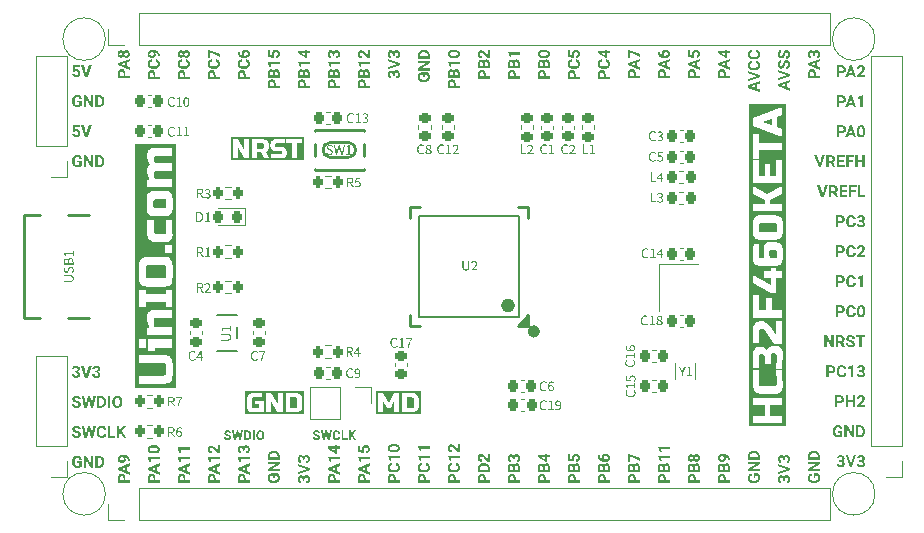
<source format=gto>
%TF.GenerationSoftware,KiCad,Pcbnew,8.0.4*%
%TF.CreationDate,2024-08-12T16:22:58+08:00*%
%TF.ProjectId,UINIO-MCU-HC32F460KETA,55494e49-4f2d-44d4-9355-2d4843333246,Version 1.0.0*%
%TF.SameCoordinates,PX71f45d0PY4ce7800*%
%TF.FileFunction,Legend,Top*%
%TF.FilePolarity,Positive*%
%FSLAX46Y46*%
G04 Gerber Fmt 4.6, Leading zero omitted, Abs format (unit mm)*
G04 Created by KiCad (PCBNEW 8.0.4) date 2024-08-12 16:22:58*
%MOMM*%
%LPD*%
G01*
G04 APERTURE LIST*
G04 Aperture macros list*
%AMRoundRect*
0 Rectangle with rounded corners*
0 $1 Rounding radius*
0 $2 $3 $4 $5 $6 $7 $8 $9 X,Y pos of 4 corners*
0 Add a 4 corners polygon primitive as box body*
4,1,4,$2,$3,$4,$5,$6,$7,$8,$9,$2,$3,0*
0 Add four circle primitives for the rounded corners*
1,1,$1+$1,$2,$3*
1,1,$1+$1,$4,$5*
1,1,$1+$1,$6,$7*
1,1,$1+$1,$8,$9*
0 Add four rect primitives between the rounded corners*
20,1,$1+$1,$2,$3,$4,$5,0*
20,1,$1+$1,$4,$5,$6,$7,0*
20,1,$1+$1,$6,$7,$8,$9,0*
20,1,$1+$1,$8,$9,$2,$3,0*%
G04 Aperture macros list end*
%ADD10C,0.200000*%
%ADD11C,0.312500*%
%ADD12C,0.250000*%
%ADD13C,0.150000*%
%ADD14C,0.120000*%
%ADD15C,0.152000*%
%ADD16C,0.100000*%
%ADD17C,0.254000*%
%ADD18C,0.600000*%
%ADD19C,0.550000*%
%ADD20RoundRect,0.218750X0.218750X0.256250X-0.218750X0.256250X-0.218750X-0.256250X0.218750X-0.256250X0*%
%ADD21RoundRect,0.200000X0.200000X0.275000X-0.200000X0.275000X-0.200000X-0.275000X0.200000X-0.275000X0*%
%ADD22RoundRect,0.225000X0.250000X-0.225000X0.250000X0.225000X-0.250000X0.225000X-0.250000X-0.225000X0*%
%ADD23R,1.157000X0.490000*%
%ADD24R,1.175000X0.490000*%
%ADD25C,2.200000*%
%ADD26RoundRect,0.218750X-0.256250X0.218750X-0.256250X-0.218750X0.256250X-0.218750X0.256250X0.218750X0*%
%ADD27RoundRect,0.225000X-0.225000X-0.250000X0.225000X-0.250000X0.225000X0.250000X-0.225000X0.250000X0*%
%ADD28R,1.800000X1.000000*%
%ADD29R,1.700000X1.700000*%
%ADD30O,1.700000X1.700000*%
%ADD31RoundRect,0.225000X-0.250000X0.225000X-0.250000X-0.225000X0.250000X-0.225000X0.250000X0.225000X0*%
%ADD32C,0.650000*%
%ADD33O,2.100000X1.000000*%
%ADD34O,1.900000X1.000000*%
%ADD35R,1.150000X0.600000*%
%ADD36R,1.150000X0.300000*%
%ADD37RoundRect,0.200000X-0.200000X-0.275000X0.200000X-0.275000X0.200000X0.275000X-0.200000X0.275000X0*%
%ADD38RoundRect,0.225000X0.225000X0.250000X-0.225000X0.250000X-0.225000X-0.250000X0.225000X-0.250000X0*%
%ADD39R,1.200000X0.650000*%
%ADD40O,2.000000X0.300000*%
%ADD41O,0.300000X2.000000*%
%ADD42R,1.200000X1.400000*%
G04 APERTURE END LIST*
D10*
G36*
X18927037Y-35934928D02*
G01*
X18919781Y-35895772D01*
X18896047Y-35864607D01*
X18894015Y-35863023D01*
X18858605Y-35842091D01*
X18819472Y-35825376D01*
X18780720Y-35811619D01*
X18775411Y-35809875D01*
X18734757Y-35795966D01*
X18694363Y-35780463D01*
X18656116Y-35763420D01*
X18639612Y-35754969D01*
X18600378Y-35730578D01*
X18567793Y-35703686D01*
X18541858Y-35674295D01*
X18519515Y-35635726D01*
X18506747Y-35593557D01*
X18503422Y-35555667D01*
X18506990Y-35516375D01*
X18519158Y-35476327D01*
X18539961Y-35439603D01*
X18565908Y-35409905D01*
X18598075Y-35384557D01*
X18632345Y-35365464D01*
X18644888Y-35359882D01*
X18684685Y-35345998D01*
X18727141Y-35336657D01*
X18767111Y-35332169D01*
X18798467Y-35331159D01*
X18840184Y-35333113D01*
X18879556Y-35338975D01*
X18921047Y-35350241D01*
X18951266Y-35362422D01*
X18986600Y-35381938D01*
X19020313Y-35408408D01*
X19048187Y-35439915D01*
X19055411Y-35450350D01*
X19074988Y-35487395D01*
X19087315Y-35527454D01*
X19092391Y-35570529D01*
X19092536Y-35579505D01*
X18927623Y-35579505D01*
X18921915Y-35538514D01*
X18903002Y-35503529D01*
X18893038Y-35493337D01*
X18857391Y-35472232D01*
X18818263Y-35463550D01*
X18795732Y-35462464D01*
X18754214Y-35466091D01*
X18715291Y-35479491D01*
X18701747Y-35488256D01*
X18676541Y-35518152D01*
X18668139Y-35556254D01*
X18679224Y-35594453D01*
X18707414Y-35622297D01*
X18742209Y-35641732D01*
X18779139Y-35657173D01*
X18818544Y-35670482D01*
X18823282Y-35671927D01*
X18865381Y-35685734D01*
X18903749Y-35700534D01*
X18944867Y-35719603D01*
X18980612Y-35740101D01*
X19015526Y-35765822D01*
X19028251Y-35777440D01*
X19056376Y-35810730D01*
X19076465Y-35847879D01*
X19088518Y-35888888D01*
X19092473Y-35927936D01*
X19092536Y-35933755D01*
X19088768Y-35977244D01*
X19077464Y-36016414D01*
X19058624Y-36051264D01*
X19032248Y-36081794D01*
X19013792Y-36097300D01*
X18976828Y-36120369D01*
X18934665Y-36137772D01*
X18894388Y-36148179D01*
X18850291Y-36154423D01*
X18810627Y-36156447D01*
X18802375Y-36156505D01*
X18762736Y-36154887D01*
X18719379Y-36149077D01*
X18678099Y-36139042D01*
X18638895Y-36124781D01*
X18634141Y-36122702D01*
X18598481Y-36104139D01*
X18563736Y-36079519D01*
X18534679Y-36050943D01*
X18518467Y-36029694D01*
X18499199Y-35994923D01*
X18486237Y-35957216D01*
X18479580Y-35916571D01*
X18478607Y-35892722D01*
X18644106Y-35892722D01*
X18649670Y-35938076D01*
X18666363Y-35974046D01*
X18699902Y-36004152D01*
X18740706Y-36019791D01*
X18783210Y-36025655D01*
X18802375Y-36026177D01*
X18842831Y-36022797D01*
X18880792Y-36010311D01*
X18894015Y-36002143D01*
X18919781Y-35971203D01*
X18927037Y-35934928D01*
G37*
G36*
X19823897Y-35913043D02*
G01*
X19931559Y-35343665D01*
X20095885Y-35343665D01*
X19918467Y-36144000D01*
X19752382Y-36144000D01*
X19622250Y-35608619D01*
X19491922Y-36144000D01*
X19326032Y-36144000D01*
X19148419Y-35343665D01*
X19312745Y-35343665D01*
X19420994Y-35912066D01*
X19552885Y-35343665D01*
X19692592Y-35343665D01*
X19823897Y-35913043D01*
G37*
G36*
X20808098Y-35879045D02*
G01*
X20803348Y-35918066D01*
X20792687Y-35961351D01*
X20776613Y-36000777D01*
X20755125Y-36036342D01*
X20728225Y-36068046D01*
X20712745Y-36082450D01*
X20678582Y-36107617D01*
X20640571Y-36127577D01*
X20598714Y-36142330D01*
X20553010Y-36151876D01*
X20511985Y-36155854D01*
X20486088Y-36156505D01*
X20439631Y-36153967D01*
X20396371Y-36146353D01*
X20356306Y-36133664D01*
X20319438Y-36115899D01*
X20285766Y-36093059D01*
X20255290Y-36065143D01*
X20243994Y-36052555D01*
X20218607Y-36018177D01*
X20197523Y-35980011D01*
X20180742Y-35938058D01*
X20168264Y-35892316D01*
X20161379Y-35852996D01*
X20157248Y-35811252D01*
X20155871Y-35767084D01*
X20155871Y-35717845D01*
X20157300Y-35675369D01*
X20161587Y-35634845D01*
X20168731Y-35596271D01*
X20180677Y-35553734D01*
X20196513Y-35513853D01*
X20215968Y-35477187D01*
X20238770Y-35444466D01*
X20268928Y-35411902D01*
X20303458Y-35384492D01*
X20312773Y-35378445D01*
X20352096Y-35357757D01*
X20388988Y-35344505D01*
X20428199Y-35335777D01*
X20469729Y-35331575D01*
X20488237Y-35331159D01*
X20530213Y-35332972D01*
X20569555Y-35338410D01*
X20613289Y-35349722D01*
X20653232Y-35366254D01*
X20689383Y-35388007D01*
X20711377Y-35405409D01*
X20740597Y-35435355D01*
X20764802Y-35469505D01*
X20783993Y-35507858D01*
X20798169Y-35550416D01*
X20806152Y-35589092D01*
X20809270Y-35613699D01*
X20644357Y-35613699D01*
X20638492Y-35573450D01*
X20624650Y-35533450D01*
X20601175Y-35501348D01*
X20567982Y-35480034D01*
X20527901Y-35469139D01*
X20488237Y-35466372D01*
X20445227Y-35471071D01*
X20408738Y-35485167D01*
X20375846Y-35511850D01*
X20364943Y-35525772D01*
X20345110Y-35564378D01*
X20332748Y-35607413D01*
X20325999Y-35651801D01*
X20323235Y-35694849D01*
X20322934Y-35710224D01*
X20322934Y-35770992D01*
X20324314Y-35817406D01*
X20328457Y-35858901D01*
X20336779Y-35901096D01*
X20350893Y-35941121D01*
X20362208Y-35961697D01*
X20391181Y-35993433D01*
X20429008Y-36013415D01*
X20470623Y-36021349D01*
X20486088Y-36021878D01*
X20525987Y-36019127D01*
X20566398Y-36008292D01*
X20600003Y-35987098D01*
X20623780Y-35955508D01*
X20637658Y-35917137D01*
X20643380Y-35879045D01*
X20808098Y-35879045D01*
G37*
G36*
X21077155Y-36011522D02*
G01*
X21427302Y-36011522D01*
X21427302Y-36144000D01*
X20912438Y-36144000D01*
X20912438Y-35343665D01*
X21077155Y-35343665D01*
X21077155Y-36011522D01*
G37*
G36*
X21769437Y-35822967D02*
G01*
X21683659Y-35915388D01*
X21683659Y-36144000D01*
X21518942Y-36144000D01*
X21518942Y-35343665D01*
X21683659Y-35343665D01*
X21683659Y-35706512D01*
X21756346Y-35607056D01*
X21960142Y-35343665D01*
X22162961Y-35343665D01*
X21878858Y-35699282D01*
X22171168Y-36144000D01*
X21974992Y-36144000D01*
X21769437Y-35822967D01*
G37*
G36*
X61283482Y-38979260D02*
G01*
X61319142Y-39014235D01*
X61350011Y-39056514D01*
X61373428Y-39100226D01*
X61388506Y-39136796D01*
X61404748Y-39188973D01*
X61415153Y-39236881D01*
X61422006Y-39286893D01*
X61425305Y-39339009D01*
X61425631Y-39361988D01*
X61422908Y-39417210D01*
X61414738Y-39469392D01*
X61401123Y-39518536D01*
X61382060Y-39564641D01*
X61368722Y-39589623D01*
X61341371Y-39630333D01*
X61304101Y-39671622D01*
X61266230Y-39703166D01*
X61223451Y-39730433D01*
X61203614Y-39740809D01*
X61154454Y-39761626D01*
X61101647Y-39777487D01*
X61053481Y-39787139D01*
X61002637Y-39793149D01*
X60949113Y-39795519D01*
X60880725Y-39795519D01*
X60825814Y-39793742D01*
X60773735Y-39788410D01*
X60724491Y-39779522D01*
X60670620Y-39764661D01*
X60620607Y-39744961D01*
X60574904Y-39720715D01*
X60534180Y-39692214D01*
X60493735Y-39654433D01*
X60459793Y-39611095D01*
X60452323Y-39599392D01*
X60426785Y-39549735D01*
X60410424Y-39502953D01*
X60399650Y-39453063D01*
X60394462Y-39400064D01*
X60393949Y-39376399D01*
X60396006Y-39322724D01*
X60402178Y-39272829D01*
X60415015Y-39217946D01*
X60433777Y-39168507D01*
X60458464Y-39124512D01*
X60478213Y-39098206D01*
X60518653Y-39058203D01*
X60559176Y-39030148D01*
X60605109Y-39007846D01*
X60656452Y-38991296D01*
X60713204Y-38980500D01*
X60723189Y-38979260D01*
X60723189Y-39180027D01*
X60674808Y-39191844D01*
X60628462Y-39214650D01*
X60599602Y-39240844D01*
X60574142Y-39284831D01*
X60562160Y-39335882D01*
X60560279Y-39370293D01*
X60565240Y-39419675D01*
X60582681Y-39467750D01*
X60612681Y-39507903D01*
X60639658Y-39530272D01*
X60684201Y-39554360D01*
X60731141Y-39569878D01*
X60785514Y-39580206D01*
X60838036Y-39584929D01*
X60876085Y-39585959D01*
X60940321Y-39585959D01*
X60996867Y-39583855D01*
X61047986Y-39577544D01*
X61100766Y-39564863D01*
X61146160Y-39546456D01*
X61179190Y-39526120D01*
X61218270Y-39488074D01*
X61244560Y-39441258D01*
X61257192Y-39392279D01*
X61260034Y-39350997D01*
X61256829Y-39297142D01*
X61245559Y-39246481D01*
X61223520Y-39202517D01*
X61208743Y-39185401D01*
X61030446Y-39185401D01*
X61030446Y-39372979D01*
X60878527Y-39372979D01*
X60878527Y-38979260D01*
X61283482Y-38979260D01*
G37*
G36*
X61410000Y-38003754D02*
G01*
X61410000Y-38209895D01*
X60751765Y-38611186D01*
X61410000Y-38611186D01*
X61410000Y-38817083D01*
X60409581Y-38817083D01*
X60409581Y-38611186D01*
X61069281Y-38209162D01*
X60409581Y-38209162D01*
X60409581Y-38003754D01*
X61410000Y-38003754D01*
G37*
G36*
X60984454Y-37066902D02*
G01*
X61033507Y-37072956D01*
X61088000Y-37085119D01*
X61139548Y-37102775D01*
X61181388Y-37122281D01*
X61226507Y-37149648D01*
X61266973Y-37181527D01*
X61302789Y-37217916D01*
X61333952Y-37258817D01*
X61349672Y-37284214D01*
X61372928Y-37331128D01*
X61390551Y-37380612D01*
X61402540Y-37432668D01*
X61408897Y-37487295D01*
X61410000Y-37519665D01*
X61410000Y-37829364D01*
X60409581Y-37829364D01*
X60409581Y-37521618D01*
X60576399Y-37521618D01*
X60576399Y-37623468D01*
X61244403Y-37623468D01*
X61244403Y-37523817D01*
X61240628Y-37473658D01*
X61227069Y-37423031D01*
X61203648Y-37379548D01*
X61170366Y-37343209D01*
X61165512Y-37339169D01*
X61121701Y-37311081D01*
X61069403Y-37290809D01*
X61016679Y-37279482D01*
X60966316Y-37274536D01*
X60939344Y-37273712D01*
X60886343Y-37273712D01*
X60831700Y-37275936D01*
X60782261Y-37282608D01*
X60731159Y-37296013D01*
X60681429Y-37318747D01*
X60655045Y-37336971D01*
X60620637Y-37372233D01*
X60596060Y-37414762D01*
X60581314Y-37464557D01*
X60576475Y-37514088D01*
X60576399Y-37521618D01*
X60409581Y-37521618D01*
X60412433Y-37465248D01*
X60420988Y-37411543D01*
X60435246Y-37360503D01*
X60455208Y-37312127D01*
X60469176Y-37285680D01*
X60497550Y-37242345D01*
X60530739Y-37203381D01*
X60568743Y-37168788D01*
X60611562Y-37138566D01*
X60638192Y-37123258D01*
X60687501Y-37100513D01*
X60739686Y-37083354D01*
X60794745Y-37071782D01*
X60844227Y-37066310D01*
X60887076Y-37064884D01*
X60933237Y-37064884D01*
X60984454Y-37066902D01*
G37*
G36*
X17600921Y-5614542D02*
G01*
X17649765Y-5625155D01*
X17701214Y-5646479D01*
X17746703Y-5677434D01*
X17780950Y-5711632D01*
X17809918Y-5752090D01*
X17832893Y-5797991D01*
X17849875Y-5849336D01*
X17860863Y-5906126D01*
X17865441Y-5957609D01*
X17866190Y-5990313D01*
X17866190Y-6171053D01*
X18215214Y-6171053D01*
X18215214Y-6376950D01*
X17214795Y-6376950D01*
X17214795Y-5986894D01*
X17215027Y-5982009D01*
X17381613Y-5982009D01*
X17381613Y-6171053D01*
X17699373Y-6171053D01*
X17699373Y-5986894D01*
X17694784Y-5935259D01*
X17677528Y-5886144D01*
X17660538Y-5862330D01*
X17619986Y-5832944D01*
X17570945Y-5820393D01*
X17549163Y-5819343D01*
X17497346Y-5825423D01*
X17450357Y-5845729D01*
X17428996Y-5862574D01*
X17399024Y-5903141D01*
X17384381Y-5950248D01*
X17381613Y-5982009D01*
X17215027Y-5982009D01*
X17217390Y-5932290D01*
X17225175Y-5881076D01*
X17238151Y-5833250D01*
X17256316Y-5788813D01*
X17282316Y-5743739D01*
X17313881Y-5704964D01*
X17351010Y-5672487D01*
X17374041Y-5657166D01*
X17418587Y-5634851D01*
X17466494Y-5619840D01*
X17517763Y-5612131D01*
X17547698Y-5611004D01*
X17600921Y-5614542D01*
G37*
G36*
X17974172Y-4734234D02*
G01*
X18027855Y-4746194D01*
X18074877Y-4766966D01*
X18115237Y-4796550D01*
X18139987Y-4823077D01*
X18168798Y-4867101D01*
X18190690Y-4918606D01*
X18203948Y-4968706D01*
X18212122Y-5024302D01*
X18215051Y-5074830D01*
X18215214Y-5085393D01*
X18215214Y-5474228D01*
X17214795Y-5474228D01*
X17214795Y-5123984D01*
X17381613Y-5123984D01*
X17381613Y-5268331D01*
X17636846Y-5268331D01*
X17636846Y-5115680D01*
X17633245Y-5079287D01*
X17782415Y-5079287D01*
X17782415Y-5268331D01*
X18049617Y-5268331D01*
X18049617Y-5091744D01*
X18044808Y-5041655D01*
X18027043Y-4994591D01*
X18015423Y-4978171D01*
X17974451Y-4947396D01*
X17924173Y-4937178D01*
X17920412Y-4937138D01*
X17867310Y-4943940D01*
X17822335Y-4968372D01*
X17794121Y-5010573D01*
X17783183Y-5062074D01*
X17782415Y-5079287D01*
X17633245Y-5079287D01*
X17631606Y-5062723D01*
X17614791Y-5014788D01*
X17581463Y-4978266D01*
X17533084Y-4961222D01*
X17511061Y-4959853D01*
X17461468Y-4966383D01*
X17417917Y-4992349D01*
X17411899Y-4999420D01*
X17390160Y-5046375D01*
X17382352Y-5098467D01*
X17381613Y-5123984D01*
X17214795Y-5123984D01*
X17216512Y-5069268D01*
X17221664Y-5018845D01*
X17232380Y-4964005D01*
X17248042Y-4915347D01*
X17272566Y-4866393D01*
X17285137Y-4847989D01*
X17318925Y-4811254D01*
X17365182Y-4780319D01*
X17412344Y-4762918D01*
X17465747Y-4754540D01*
X17490545Y-4753712D01*
X17539346Y-4758185D01*
X17587843Y-4773269D01*
X17620971Y-4791569D01*
X17658912Y-4823970D01*
X17688473Y-4864751D01*
X17703525Y-4896594D01*
X17721240Y-4847567D01*
X17748191Y-4806275D01*
X17780705Y-4775449D01*
X17823729Y-4750141D01*
X17872871Y-4735338D01*
X17922855Y-4730997D01*
X17974172Y-4734234D01*
G37*
G36*
X18215214Y-4120390D02*
G01*
X18215214Y-4318959D01*
X17445360Y-4318959D01*
X17516923Y-4555875D01*
X17355479Y-4555875D01*
X17214795Y-4141639D01*
X17214795Y-4120390D01*
X18215214Y-4120390D01*
G37*
G36*
X18000036Y-3212295D02*
G01*
X18215214Y-3212295D01*
X18215214Y-3410864D01*
X18000036Y-3410864D01*
X18000036Y-3820948D01*
X17874983Y-3829741D01*
X17214795Y-3412818D01*
X17214795Y-3410864D01*
X17485416Y-3410864D01*
X17508130Y-3423809D01*
X17840056Y-3631904D01*
X17840056Y-3410864D01*
X17485416Y-3410864D01*
X17214795Y-3410864D01*
X17214795Y-3212295D01*
X17840056Y-3212295D01*
X17840056Y-3098966D01*
X18000036Y-3098966D01*
X18000036Y-3212295D01*
G37*
G36*
X-1862548Y-10000809D02*
G01*
X-1804662Y-9491319D01*
X-1244125Y-9491319D01*
X-1244125Y-9656915D01*
X-1641996Y-9656915D01*
X-1666665Y-9873070D01*
X-1621537Y-9853106D01*
X-1569913Y-9839686D01*
X-1521179Y-9835250D01*
X-1516211Y-9835213D01*
X-1464803Y-9838338D01*
X-1410318Y-9849885D01*
X-1361747Y-9869941D01*
X-1319089Y-9898505D01*
X-1292241Y-9924117D01*
X-1260644Y-9966295D01*
X-1236809Y-10015252D01*
X-1222555Y-10062610D01*
X-1214003Y-10114949D01*
X-1211152Y-10172268D01*
X-1214398Y-10225226D01*
X-1224135Y-10275016D01*
X-1240364Y-10321637D01*
X-1252185Y-10346169D01*
X-1281136Y-10390738D01*
X-1317004Y-10428582D01*
X-1359790Y-10459699D01*
X-1369177Y-10465115D01*
X-1414225Y-10485541D01*
X-1463639Y-10499281D01*
X-1517419Y-10506337D01*
X-1549184Y-10507369D01*
X-1599131Y-10504471D01*
X-1652225Y-10494453D01*
X-1702791Y-10477280D01*
X-1717467Y-10470733D01*
X-1762814Y-10444772D01*
X-1801769Y-10412992D01*
X-1834332Y-10375392D01*
X-1840077Y-10367174D01*
X-1864063Y-10323558D01*
X-1879843Y-10276365D01*
X-1887418Y-10225594D01*
X-1887949Y-10215010D01*
X-1691333Y-10215010D01*
X-1680007Y-10264605D01*
X-1652407Y-10308233D01*
X-1647858Y-10312707D01*
X-1604566Y-10338719D01*
X-1553665Y-10347356D01*
X-1549917Y-10347390D01*
X-1500265Y-10339368D01*
X-1458243Y-10312788D01*
X-1446114Y-10298786D01*
X-1422551Y-10252644D01*
X-1411996Y-10203210D01*
X-1409721Y-10161277D01*
X-1413824Y-10111761D01*
X-1429578Y-10062668D01*
X-1451731Y-10030363D01*
X-1491470Y-10000949D01*
X-1538456Y-9987107D01*
X-1570433Y-9984934D01*
X-1619778Y-9990189D01*
X-1667796Y-10009603D01*
X-1685227Y-10022303D01*
X-1704522Y-10040132D01*
X-1862548Y-10000809D01*
G37*
G36*
X-697998Y-10243587D02*
G01*
X-471340Y-9491319D01*
X-241996Y-9491319D01*
X-590287Y-10491738D01*
X-805220Y-10491738D01*
X-1152045Y-9491319D01*
X-923434Y-9491319D01*
X-697998Y-10243587D01*
G37*
G36*
X48091349Y-4738199D02*
G01*
X48140193Y-4748812D01*
X48191642Y-4770136D01*
X48237131Y-4801091D01*
X48271378Y-4835289D01*
X48300346Y-4875747D01*
X48323321Y-4921648D01*
X48340303Y-4972993D01*
X48351291Y-5029783D01*
X48355869Y-5081266D01*
X48356618Y-5113970D01*
X48356618Y-5294710D01*
X48705642Y-5294710D01*
X48705642Y-5500607D01*
X47705223Y-5500607D01*
X47705223Y-5110551D01*
X47705455Y-5105666D01*
X47872041Y-5105666D01*
X47872041Y-5294710D01*
X48189801Y-5294710D01*
X48189801Y-5110551D01*
X48185212Y-5058916D01*
X48167956Y-5009801D01*
X48150966Y-4985987D01*
X48110414Y-4956601D01*
X48061373Y-4944050D01*
X48039591Y-4943000D01*
X47987774Y-4949080D01*
X47940785Y-4969386D01*
X47919424Y-4986231D01*
X47889452Y-5026798D01*
X47874809Y-5073905D01*
X47872041Y-5105666D01*
X47705455Y-5105666D01*
X47707818Y-5055947D01*
X47715603Y-5004733D01*
X47728579Y-4956907D01*
X47746744Y-4912470D01*
X47772744Y-4867396D01*
X47804309Y-4828621D01*
X47841438Y-4796144D01*
X47864469Y-4780823D01*
X47909015Y-4758508D01*
X47956922Y-4743497D01*
X48008191Y-4735788D01*
X48038126Y-4734661D01*
X48091349Y-4738199D01*
G37*
G36*
X48705642Y-4085952D02*
G01*
X48497302Y-4155317D01*
X48497302Y-4516796D01*
X48705642Y-4585429D01*
X48705642Y-4804515D01*
X47705223Y-4432288D01*
X47705223Y-4336789D01*
X47958014Y-4336789D01*
X48330484Y-4461109D01*
X48330484Y-4211004D01*
X47958014Y-4336789D01*
X47705223Y-4336789D01*
X47705223Y-4241290D01*
X48705642Y-3866866D01*
X48705642Y-4085952D01*
G37*
G36*
X48429186Y-3113300D02*
G01*
X48480011Y-3123327D01*
X48527899Y-3140039D01*
X48553234Y-3152212D01*
X48595122Y-3178762D01*
X48635183Y-3214787D01*
X48668423Y-3257683D01*
X48677065Y-3271891D01*
X48698435Y-3316908D01*
X48712811Y-3365133D01*
X48720194Y-3416565D01*
X48721273Y-3446524D01*
X48717383Y-3503646D01*
X48705714Y-3556491D01*
X48686265Y-3605060D01*
X48659037Y-3649353D01*
X48624029Y-3689369D01*
X48610631Y-3701758D01*
X48566456Y-3734794D01*
X48517094Y-3760995D01*
X48462545Y-3780360D01*
X48413127Y-3791277D01*
X48360107Y-3797448D01*
X48315097Y-3798967D01*
X48243046Y-3798967D01*
X48192767Y-3797464D01*
X48134904Y-3791694D01*
X48079738Y-3781596D01*
X48027268Y-3767170D01*
X47977494Y-3748417D01*
X47953618Y-3737418D01*
X47908532Y-3712456D01*
X47867431Y-3683734D01*
X47830313Y-3651250D01*
X47797180Y-3615006D01*
X47768031Y-3575001D01*
X47759200Y-3560830D01*
X47735767Y-3516403D01*
X47717126Y-3469399D01*
X47703276Y-3419820D01*
X47694217Y-3367664D01*
X47689949Y-3312933D01*
X47689591Y-3294117D01*
X47689591Y-3261144D01*
X47852990Y-3261144D01*
X47852990Y-3280195D01*
X47857154Y-3336655D01*
X47867723Y-3388066D01*
X47884696Y-3434429D01*
X47911937Y-3481232D01*
X47924309Y-3497083D01*
X47962014Y-3534009D01*
X48006252Y-3562723D01*
X48057024Y-3583224D01*
X48106809Y-3594425D01*
X48114330Y-3595512D01*
X48078960Y-3553075D01*
X48053696Y-3505387D01*
X48039220Y-3454829D01*
X48192976Y-3454829D01*
X48200145Y-3503401D01*
X48218377Y-3542023D01*
X48252131Y-3579495D01*
X48285544Y-3599665D01*
X48346849Y-3599665D01*
X48400112Y-3596573D01*
X48451136Y-3585888D01*
X48497344Y-3565318D01*
X48504630Y-3560586D01*
X48541318Y-3523476D01*
X48559302Y-3476047D01*
X48561294Y-3450676D01*
X48551523Y-3399405D01*
X48522211Y-3357578D01*
X48510247Y-3347362D01*
X48467520Y-3323250D01*
X48416275Y-3310267D01*
X48377379Y-3307794D01*
X48324236Y-3312499D01*
X48274886Y-3328361D01*
X48243778Y-3347606D01*
X48210886Y-3384508D01*
X48194216Y-3434436D01*
X48192976Y-3454829D01*
X48039220Y-3454829D01*
X48038538Y-3452447D01*
X48033564Y-3401817D01*
X48033485Y-3394256D01*
X48037997Y-3339755D01*
X48051531Y-3290372D01*
X48074087Y-3246108D01*
X48105667Y-3206964D01*
X48127763Y-3186894D01*
X48171754Y-3156916D01*
X48221449Y-3134301D01*
X48268584Y-3120777D01*
X48319910Y-3112662D01*
X48375425Y-3109958D01*
X48429186Y-3113300D01*
G37*
G36*
X58275119Y-39590111D02*
G01*
X58275119Y-39484354D01*
X58269898Y-39433097D01*
X58250611Y-39387276D01*
X58237994Y-39372247D01*
X58194580Y-39344952D01*
X58142899Y-39335890D01*
X58139076Y-39335854D01*
X58089001Y-39343797D01*
X58046263Y-39372002D01*
X58021351Y-39414745D01*
X58013176Y-39463364D01*
X58013046Y-39471165D01*
X58020023Y-39520667D01*
X58042844Y-39564478D01*
X58044798Y-39566908D01*
X58083651Y-39596829D01*
X58126863Y-39605254D01*
X58126863Y-39803579D01*
X58074728Y-39798586D01*
X58026460Y-39783608D01*
X57985935Y-39761325D01*
X57946181Y-39728322D01*
X57912891Y-39687410D01*
X57888238Y-39643356D01*
X57869691Y-39594379D01*
X57858013Y-39542396D01*
X57853376Y-39493042D01*
X57853067Y-39476050D01*
X57855721Y-39418937D01*
X57863680Y-39366667D01*
X57876947Y-39319240D01*
X57899131Y-39270029D01*
X57928538Y-39227411D01*
X57964173Y-39192293D01*
X58005254Y-39165801D01*
X58051782Y-39147935D01*
X58103756Y-39138693D01*
X58135900Y-39137285D01*
X58185497Y-39143193D01*
X58232071Y-39160915D01*
X58261441Y-39179295D01*
X58300596Y-39214328D01*
X58332333Y-39256781D01*
X58349369Y-39289204D01*
X58371584Y-39240584D01*
X58399763Y-39200361D01*
X58437647Y-39165812D01*
X58441448Y-39163175D01*
X58486222Y-39139535D01*
X58536248Y-39125708D01*
X58586284Y-39121653D01*
X58635137Y-39125071D01*
X58687356Y-39137697D01*
X58734433Y-39159626D01*
X58776367Y-39190858D01*
X58803172Y-39218862D01*
X58834958Y-39264311D01*
X58858938Y-39315814D01*
X58873277Y-39364778D01*
X58881881Y-39418190D01*
X58884749Y-39476050D01*
X58881967Y-39530280D01*
X58873621Y-39580681D01*
X58856851Y-39634642D01*
X58832508Y-39683390D01*
X58805614Y-39721025D01*
X58768443Y-39758046D01*
X58726387Y-39785974D01*
X58679446Y-39804809D01*
X58627619Y-39814551D01*
X58595810Y-39816036D01*
X58595810Y-39617466D01*
X58644600Y-39608182D01*
X58686587Y-39577812D01*
X58688866Y-39575212D01*
X58714637Y-39531306D01*
X58724454Y-39482579D01*
X58724770Y-39471165D01*
X58719378Y-39422370D01*
X58699456Y-39376381D01*
X58686424Y-39360279D01*
X58644771Y-39331352D01*
X58596018Y-39320333D01*
X58584330Y-39319979D01*
X58532038Y-39325775D01*
X58484704Y-39347188D01*
X58452096Y-39384379D01*
X58434214Y-39437348D01*
X58430457Y-39484842D01*
X58430457Y-39590111D01*
X58275119Y-39590111D01*
G37*
G36*
X58620967Y-38597997D02*
G01*
X57868699Y-38371339D01*
X57868699Y-38141995D01*
X58869118Y-38490286D01*
X58869118Y-38705219D01*
X57868699Y-39052044D01*
X57868699Y-38823433D01*
X58620967Y-38597997D01*
G37*
G36*
X58275119Y-37871618D02*
G01*
X58275119Y-37765861D01*
X58269898Y-37714605D01*
X58250611Y-37668783D01*
X58237994Y-37653754D01*
X58194580Y-37626460D01*
X58142899Y-37617397D01*
X58139076Y-37617362D01*
X58089001Y-37625304D01*
X58046263Y-37653510D01*
X58021351Y-37696252D01*
X58013176Y-37744872D01*
X58013046Y-37752672D01*
X58020023Y-37802174D01*
X58042844Y-37845985D01*
X58044798Y-37848415D01*
X58083651Y-37878336D01*
X58126863Y-37886762D01*
X58126863Y-38085087D01*
X58074728Y-38080094D01*
X58026460Y-38065115D01*
X57985935Y-38042833D01*
X57946181Y-38009829D01*
X57912891Y-37968918D01*
X57888238Y-37924863D01*
X57869691Y-37875886D01*
X57858013Y-37823903D01*
X57853376Y-37774549D01*
X57853067Y-37757557D01*
X57855721Y-37700444D01*
X57863680Y-37648174D01*
X57876947Y-37600747D01*
X57899131Y-37551537D01*
X57928538Y-37508918D01*
X57964173Y-37473801D01*
X58005254Y-37447309D01*
X58051782Y-37429442D01*
X58103756Y-37420200D01*
X58135900Y-37418792D01*
X58185497Y-37424700D01*
X58232071Y-37442423D01*
X58261441Y-37460802D01*
X58300596Y-37495836D01*
X58332333Y-37538288D01*
X58349369Y-37570711D01*
X58371584Y-37522092D01*
X58399763Y-37481868D01*
X58437647Y-37447319D01*
X58441448Y-37444682D01*
X58486222Y-37421042D01*
X58536248Y-37407216D01*
X58586284Y-37403161D01*
X58635137Y-37406578D01*
X58687356Y-37419204D01*
X58734433Y-37441133D01*
X58776367Y-37472365D01*
X58803172Y-37500369D01*
X58834958Y-37545818D01*
X58858938Y-37597321D01*
X58873277Y-37646285D01*
X58881881Y-37699697D01*
X58884749Y-37757557D01*
X58881967Y-37811788D01*
X58873621Y-37862188D01*
X58856851Y-37916149D01*
X58832508Y-37964897D01*
X58805614Y-38002533D01*
X58768443Y-38039553D01*
X58726387Y-38067481D01*
X58679446Y-38086316D01*
X58627619Y-38096059D01*
X58595810Y-38097543D01*
X58595810Y-37898974D01*
X58644600Y-37889689D01*
X58686587Y-37859319D01*
X58688866Y-37856720D01*
X58714637Y-37812813D01*
X58724454Y-37764087D01*
X58724770Y-37752672D01*
X58719378Y-37703877D01*
X58699456Y-37657889D01*
X58686424Y-37641786D01*
X58644771Y-37612860D01*
X58596018Y-37601840D01*
X58584330Y-37601486D01*
X58532038Y-37607282D01*
X58484704Y-37628695D01*
X58452096Y-37665886D01*
X58434214Y-37718855D01*
X58430457Y-37766350D01*
X58430457Y-37871618D01*
X58275119Y-37871618D01*
G37*
G36*
X63210786Y-22206786D02*
G01*
X63262000Y-22214571D01*
X63309826Y-22227547D01*
X63354263Y-22245712D01*
X63399337Y-22271712D01*
X63438112Y-22303277D01*
X63470589Y-22340406D01*
X63485910Y-22363437D01*
X63508225Y-22407983D01*
X63523236Y-22455890D01*
X63530945Y-22507159D01*
X63532072Y-22537094D01*
X63528534Y-22590317D01*
X63517921Y-22639161D01*
X63496597Y-22690610D01*
X63465642Y-22736099D01*
X63431444Y-22770346D01*
X63390986Y-22799314D01*
X63345085Y-22822289D01*
X63293740Y-22839271D01*
X63236950Y-22850259D01*
X63185467Y-22854837D01*
X63152763Y-22855586D01*
X62972023Y-22855586D01*
X62972023Y-23204610D01*
X62766126Y-23204610D01*
X62766126Y-22688769D01*
X62972023Y-22688769D01*
X63156182Y-22688769D01*
X63207817Y-22684180D01*
X63256932Y-22666924D01*
X63280746Y-22649934D01*
X63310132Y-22609382D01*
X63322683Y-22560341D01*
X63323733Y-22538559D01*
X63317653Y-22486742D01*
X63297347Y-22439753D01*
X63280502Y-22418392D01*
X63239935Y-22388420D01*
X63192828Y-22373777D01*
X63161067Y-22371009D01*
X62972023Y-22371009D01*
X62972023Y-22688769D01*
X62766126Y-22688769D01*
X62766126Y-22204191D01*
X63156182Y-22204191D01*
X63210786Y-22206786D01*
G37*
G36*
X64453844Y-22873416D02*
G01*
X64447908Y-22922192D01*
X64434581Y-22976299D01*
X64414488Y-23025581D01*
X64387629Y-23070037D01*
X64354004Y-23109667D01*
X64334654Y-23127673D01*
X64291950Y-23159132D01*
X64244437Y-23184082D01*
X64192115Y-23202523D01*
X64134985Y-23214456D01*
X64083704Y-23219427D01*
X64051332Y-23220241D01*
X63993261Y-23217069D01*
X63939186Y-23207552D01*
X63889105Y-23191690D01*
X63843020Y-23169484D01*
X63800930Y-23140934D01*
X63762835Y-23106038D01*
X63748715Y-23090304D01*
X63716982Y-23047331D01*
X63690627Y-22999624D01*
X63669650Y-22947182D01*
X63654052Y-22890006D01*
X63645446Y-22840856D01*
X63640283Y-22788675D01*
X63638562Y-22733465D01*
X63638562Y-22671916D01*
X63640348Y-22618822D01*
X63645706Y-22568166D01*
X63654636Y-22519949D01*
X63669569Y-22466778D01*
X63689364Y-22416926D01*
X63713682Y-22371093D01*
X63742185Y-22330192D01*
X63779882Y-22289488D01*
X63823044Y-22255225D01*
X63834689Y-22247666D01*
X63883843Y-22221807D01*
X63929958Y-22205241D01*
X63978971Y-22194331D01*
X64030884Y-22189079D01*
X64054019Y-22188559D01*
X64106488Y-22190825D01*
X64155666Y-22197623D01*
X64210334Y-22211762D01*
X64260263Y-22232428D01*
X64305452Y-22259619D01*
X64332944Y-22281372D01*
X64369469Y-22318804D01*
X64399726Y-22361491D01*
X64423714Y-22409433D01*
X64441434Y-22462630D01*
X64451412Y-22510976D01*
X64455310Y-22541734D01*
X64249169Y-22541734D01*
X64241838Y-22491423D01*
X64224535Y-22441423D01*
X64195191Y-22401295D01*
X64153701Y-22374653D01*
X64103598Y-22361034D01*
X64054019Y-22357575D01*
X64000256Y-22363449D01*
X63954645Y-22381068D01*
X63913530Y-22414423D01*
X63899902Y-22431825D01*
X63875110Y-22480082D01*
X63859658Y-22533877D01*
X63851221Y-22589362D01*
X63847766Y-22643172D01*
X63847389Y-22662390D01*
X63847389Y-22738350D01*
X63849115Y-22796367D01*
X63854293Y-22848236D01*
X63864697Y-22900980D01*
X63882339Y-22951011D01*
X63896482Y-22976731D01*
X63932699Y-23016401D01*
X63979983Y-23041379D01*
X64032001Y-23051297D01*
X64051332Y-23051958D01*
X64101206Y-23048519D01*
X64151720Y-23034975D01*
X64193726Y-23008482D01*
X64223447Y-22968995D01*
X64240795Y-22921031D01*
X64247948Y-22873416D01*
X64453844Y-22873416D01*
G37*
G36*
X65045156Y-23204610D02*
G01*
X64846587Y-23204610D01*
X64846587Y-22434756D01*
X64609671Y-22506319D01*
X64609671Y-22344875D01*
X65023907Y-22204191D01*
X65045156Y-22204191D01*
X65045156Y-23204610D01*
G37*
G36*
X60795707Y-4738199D02*
G01*
X60844551Y-4748812D01*
X60896000Y-4770136D01*
X60941489Y-4801091D01*
X60975736Y-4835289D01*
X61004704Y-4875747D01*
X61027679Y-4921648D01*
X61044661Y-4972993D01*
X61055649Y-5029783D01*
X61060227Y-5081266D01*
X61060976Y-5113970D01*
X61060976Y-5294710D01*
X61410000Y-5294710D01*
X61410000Y-5500607D01*
X60409581Y-5500607D01*
X60409581Y-5110551D01*
X60409813Y-5105666D01*
X60576399Y-5105666D01*
X60576399Y-5294710D01*
X60894159Y-5294710D01*
X60894159Y-5110551D01*
X60889570Y-5058916D01*
X60872314Y-5009801D01*
X60855324Y-4985987D01*
X60814772Y-4956601D01*
X60765731Y-4944050D01*
X60743949Y-4943000D01*
X60692132Y-4949080D01*
X60645143Y-4969386D01*
X60623782Y-4986231D01*
X60593810Y-5026798D01*
X60579167Y-5073905D01*
X60576399Y-5105666D01*
X60409813Y-5105666D01*
X60412176Y-5055947D01*
X60419961Y-5004733D01*
X60432937Y-4956907D01*
X60451102Y-4912470D01*
X60477102Y-4867396D01*
X60508667Y-4828621D01*
X60545796Y-4796144D01*
X60568827Y-4780823D01*
X60613373Y-4758508D01*
X60661280Y-4743497D01*
X60712549Y-4735788D01*
X60742484Y-4734661D01*
X60795707Y-4738199D01*
G37*
G36*
X61410000Y-4085952D02*
G01*
X61201660Y-4155317D01*
X61201660Y-4516796D01*
X61410000Y-4585429D01*
X61410000Y-4804515D01*
X60409581Y-4432288D01*
X60409581Y-4336789D01*
X60662372Y-4336789D01*
X61034842Y-4461109D01*
X61034842Y-4211004D01*
X60662372Y-4336789D01*
X60409581Y-4336789D01*
X60409581Y-4241290D01*
X61410000Y-3866866D01*
X61410000Y-4085952D01*
G37*
G36*
X60816001Y-3597711D02*
G01*
X60816001Y-3491953D01*
X60810780Y-3440697D01*
X60791493Y-3394875D01*
X60778876Y-3379846D01*
X60735462Y-3352552D01*
X60683781Y-3343489D01*
X60679958Y-3343454D01*
X60629883Y-3351396D01*
X60587145Y-3379602D01*
X60562233Y-3422344D01*
X60554058Y-3470964D01*
X60553928Y-3478764D01*
X60560905Y-3528266D01*
X60583726Y-3572077D01*
X60585680Y-3574508D01*
X60624533Y-3604428D01*
X60667745Y-3612854D01*
X60667745Y-3811179D01*
X60615610Y-3806186D01*
X60567342Y-3791207D01*
X60526817Y-3768925D01*
X60487063Y-3735921D01*
X60453773Y-3695010D01*
X60429120Y-3650956D01*
X60410573Y-3601978D01*
X60398895Y-3549995D01*
X60394258Y-3500641D01*
X60393949Y-3483649D01*
X60396603Y-3426536D01*
X60404562Y-3374267D01*
X60417829Y-3326840D01*
X60440013Y-3277629D01*
X60469420Y-3235010D01*
X60505055Y-3199893D01*
X60546136Y-3173401D01*
X60592664Y-3155534D01*
X60644638Y-3146293D01*
X60676782Y-3144884D01*
X60726379Y-3150792D01*
X60772953Y-3168515D01*
X60802323Y-3186894D01*
X60841478Y-3221928D01*
X60873215Y-3264380D01*
X60890251Y-3296803D01*
X60912466Y-3248184D01*
X60940645Y-3207960D01*
X60978529Y-3173411D01*
X60982330Y-3170774D01*
X61027104Y-3147135D01*
X61077130Y-3133308D01*
X61127166Y-3129253D01*
X61176019Y-3132670D01*
X61228238Y-3145296D01*
X61275315Y-3167225D01*
X61317249Y-3198457D01*
X61344054Y-3226461D01*
X61375840Y-3271910D01*
X61399820Y-3323413D01*
X61414159Y-3372377D01*
X61422763Y-3425789D01*
X61425631Y-3483649D01*
X61422849Y-3537880D01*
X61414503Y-3588281D01*
X61397733Y-3642241D01*
X61373390Y-3690989D01*
X61346496Y-3728625D01*
X61309325Y-3765645D01*
X61267269Y-3793573D01*
X61220328Y-3812408D01*
X61168501Y-3822151D01*
X61136692Y-3823635D01*
X61136692Y-3625066D01*
X61185482Y-3615781D01*
X61227469Y-3585411D01*
X61229748Y-3582812D01*
X61255519Y-3538905D01*
X61265336Y-3490179D01*
X61265652Y-3478764D01*
X61260260Y-3429969D01*
X61240338Y-3383981D01*
X61227306Y-3367878D01*
X61185653Y-3338952D01*
X61136900Y-3327932D01*
X61125212Y-3327578D01*
X61072920Y-3333374D01*
X61025586Y-3354787D01*
X60992978Y-3391978D01*
X60975096Y-3444947D01*
X60971339Y-3492442D01*
X60971339Y-3597711D01*
X60816001Y-3597711D01*
G37*
G36*
X2355707Y-4738199D02*
G01*
X2404551Y-4748812D01*
X2456000Y-4770136D01*
X2501489Y-4801091D01*
X2535736Y-4835289D01*
X2564704Y-4875747D01*
X2587679Y-4921648D01*
X2604661Y-4972993D01*
X2615649Y-5029783D01*
X2620227Y-5081266D01*
X2620976Y-5113970D01*
X2620976Y-5294710D01*
X2970000Y-5294710D01*
X2970000Y-5500607D01*
X1969581Y-5500607D01*
X1969581Y-5110551D01*
X1969813Y-5105666D01*
X2136399Y-5105666D01*
X2136399Y-5294710D01*
X2454159Y-5294710D01*
X2454159Y-5110551D01*
X2449570Y-5058916D01*
X2432314Y-5009801D01*
X2415324Y-4985987D01*
X2374772Y-4956601D01*
X2325731Y-4944050D01*
X2303949Y-4943000D01*
X2252132Y-4949080D01*
X2205143Y-4969386D01*
X2183782Y-4986231D01*
X2153810Y-5026798D01*
X2139167Y-5073905D01*
X2136399Y-5105666D01*
X1969813Y-5105666D01*
X1972176Y-5055947D01*
X1979961Y-5004733D01*
X1992937Y-4956907D01*
X2011102Y-4912470D01*
X2037102Y-4867396D01*
X2068667Y-4828621D01*
X2105796Y-4796144D01*
X2128827Y-4780823D01*
X2173373Y-4758508D01*
X2221280Y-4743497D01*
X2272549Y-4735788D01*
X2302484Y-4734661D01*
X2355707Y-4738199D01*
G37*
G36*
X2970000Y-4085952D02*
G01*
X2761660Y-4155317D01*
X2761660Y-4516796D01*
X2970000Y-4585429D01*
X2970000Y-4804515D01*
X1969581Y-4432288D01*
X1969581Y-4336789D01*
X2222372Y-4336789D01*
X2594842Y-4461109D01*
X2594842Y-4211004D01*
X2222372Y-4336789D01*
X1969581Y-4336789D01*
X1969581Y-4241290D01*
X2970000Y-3866866D01*
X2970000Y-4085952D01*
G37*
G36*
X2751786Y-3130670D02*
G01*
X2802457Y-3143713D01*
X2847729Y-3165451D01*
X2887602Y-3195885D01*
X2907962Y-3217180D01*
X2938226Y-3259956D01*
X2961056Y-3308996D01*
X2974709Y-3356017D01*
X2982900Y-3407640D01*
X2985631Y-3463866D01*
X2982883Y-3520034D01*
X2974640Y-3571668D01*
X2960901Y-3618769D01*
X2937927Y-3667990D01*
X2907473Y-3711039D01*
X2870626Y-3746632D01*
X2828473Y-3773483D01*
X2781014Y-3791592D01*
X2728249Y-3800959D01*
X2695715Y-3802386D01*
X2645478Y-3798236D01*
X2595121Y-3784084D01*
X2549902Y-3759888D01*
X2510344Y-3727039D01*
X2477309Y-3687264D01*
X2452937Y-3645094D01*
X2424498Y-3689023D01*
X2389740Y-3725190D01*
X2363056Y-3744989D01*
X2318405Y-3767017D01*
X2269084Y-3778878D01*
X2233607Y-3781137D01*
X2180199Y-3777058D01*
X2131747Y-3764821D01*
X2082440Y-3740847D01*
X2039606Y-3706218D01*
X2029909Y-3695896D01*
X2000311Y-3655682D01*
X1977983Y-3609623D01*
X1962925Y-3557721D01*
X1955804Y-3508582D01*
X1953949Y-3464354D01*
X2113928Y-3464354D01*
X2122538Y-3513874D01*
X2148367Y-3551060D01*
X2192264Y-3575073D01*
X2243133Y-3581835D01*
X2294134Y-3575073D01*
X2339609Y-3551060D01*
X2368005Y-3511003D01*
X2375794Y-3465087D01*
X2535980Y-3465087D01*
X2543507Y-3515576D01*
X2568276Y-3558882D01*
X2575303Y-3566203D01*
X2618233Y-3593201D01*
X2669243Y-3603486D01*
X2681549Y-3603817D01*
X2730026Y-3597690D01*
X2775742Y-3575393D01*
X2786085Y-3566692D01*
X2814485Y-3525554D01*
X2825304Y-3475733D01*
X2825652Y-3463621D01*
X2818312Y-3412531D01*
X2794159Y-3369619D01*
X2787306Y-3362505D01*
X2744970Y-3336033D01*
X2693933Y-3325948D01*
X2681549Y-3325624D01*
X2632163Y-3331872D01*
X2586099Y-3354609D01*
X2575792Y-3363482D01*
X2547216Y-3404540D01*
X2536330Y-3453320D01*
X2535980Y-3465087D01*
X2375794Y-3465087D01*
X2376001Y-3463866D01*
X2366903Y-3413918D01*
X2339609Y-3376915D01*
X2294134Y-3352902D01*
X2243133Y-3346140D01*
X2193452Y-3352956D01*
X2149344Y-3377159D01*
X2120707Y-3419895D01*
X2113928Y-3464354D01*
X1953949Y-3464354D01*
X1956594Y-3411878D01*
X1964528Y-3363627D01*
X1980470Y-3312673D01*
X2003611Y-3267469D01*
X2029176Y-3233300D01*
X2070163Y-3195794D01*
X2117897Y-3169003D01*
X2165200Y-3154352D01*
X2217668Y-3147906D01*
X2233607Y-3147571D01*
X2286043Y-3152723D01*
X2333808Y-3168179D01*
X2363056Y-3184207D01*
X2402028Y-3215348D01*
X2434680Y-3254183D01*
X2452937Y-3284347D01*
X2477543Y-3241814D01*
X2510670Y-3201861D01*
X2550146Y-3169064D01*
X2595227Y-3144730D01*
X2645502Y-3130496D01*
X2695715Y-3126322D01*
X2751786Y-3130670D01*
G37*
G36*
X25243822Y-5316203D02*
G01*
X25243822Y-5210446D01*
X25238601Y-5159189D01*
X25219314Y-5113368D01*
X25206697Y-5098339D01*
X25163283Y-5071044D01*
X25111602Y-5061982D01*
X25107779Y-5061946D01*
X25057704Y-5069889D01*
X25014966Y-5098094D01*
X24990054Y-5140837D01*
X24981879Y-5189456D01*
X24981749Y-5197257D01*
X24988726Y-5246759D01*
X25011547Y-5290570D01*
X25013501Y-5293000D01*
X25052354Y-5322921D01*
X25095566Y-5331346D01*
X25095566Y-5529671D01*
X25043431Y-5524678D01*
X24995163Y-5509700D01*
X24954638Y-5487417D01*
X24914884Y-5454414D01*
X24881594Y-5413502D01*
X24856941Y-5369448D01*
X24838394Y-5320471D01*
X24826716Y-5268488D01*
X24822079Y-5219134D01*
X24821770Y-5202142D01*
X24824424Y-5145029D01*
X24832383Y-5092759D01*
X24845650Y-5045332D01*
X24867834Y-4996121D01*
X24897241Y-4953503D01*
X24932876Y-4918385D01*
X24973957Y-4891893D01*
X25020485Y-4874027D01*
X25072459Y-4864785D01*
X25104603Y-4863377D01*
X25154200Y-4869285D01*
X25200774Y-4887007D01*
X25230144Y-4905387D01*
X25269299Y-4940420D01*
X25301036Y-4982873D01*
X25318072Y-5015296D01*
X25340287Y-4966676D01*
X25368466Y-4926453D01*
X25406350Y-4891904D01*
X25410151Y-4889267D01*
X25454925Y-4865627D01*
X25504951Y-4851800D01*
X25554987Y-4847745D01*
X25603840Y-4851163D01*
X25656059Y-4863789D01*
X25703136Y-4885718D01*
X25745070Y-4916950D01*
X25771875Y-4944954D01*
X25803661Y-4990403D01*
X25827641Y-5041906D01*
X25841980Y-5090870D01*
X25850584Y-5144282D01*
X25853452Y-5202142D01*
X25850670Y-5256372D01*
X25842324Y-5306773D01*
X25825554Y-5360734D01*
X25801211Y-5409482D01*
X25774317Y-5447117D01*
X25737146Y-5484138D01*
X25695090Y-5512066D01*
X25648149Y-5530901D01*
X25596322Y-5540643D01*
X25564513Y-5542128D01*
X25564513Y-5343558D01*
X25613303Y-5334274D01*
X25655290Y-5303904D01*
X25657569Y-5301304D01*
X25683340Y-5257398D01*
X25693157Y-5208671D01*
X25693473Y-5197257D01*
X25688081Y-5148462D01*
X25668159Y-5102473D01*
X25655127Y-5086371D01*
X25613474Y-5057444D01*
X25564721Y-5046425D01*
X25553033Y-5046071D01*
X25500741Y-5051867D01*
X25453407Y-5073280D01*
X25420799Y-5110471D01*
X25402917Y-5163440D01*
X25399160Y-5210934D01*
X25399160Y-5316203D01*
X25243822Y-5316203D01*
G37*
G36*
X25589670Y-4324089D02*
G01*
X24837402Y-4097431D01*
X24837402Y-3868087D01*
X25837821Y-4216378D01*
X25837821Y-4431311D01*
X24837402Y-4778136D01*
X24837402Y-4549525D01*
X25589670Y-4324089D01*
G37*
G36*
X25243822Y-3597710D02*
G01*
X25243822Y-3491953D01*
X25238601Y-3440697D01*
X25219314Y-3394875D01*
X25206697Y-3379846D01*
X25163283Y-3352552D01*
X25111602Y-3343489D01*
X25107779Y-3343454D01*
X25057704Y-3351396D01*
X25014966Y-3379602D01*
X24990054Y-3422344D01*
X24981879Y-3470964D01*
X24981749Y-3478764D01*
X24988726Y-3528266D01*
X25011547Y-3572077D01*
X25013501Y-3574507D01*
X25052354Y-3604428D01*
X25095566Y-3612854D01*
X25095566Y-3811179D01*
X25043431Y-3806186D01*
X24995163Y-3791207D01*
X24954638Y-3768925D01*
X24914884Y-3735921D01*
X24881594Y-3695010D01*
X24856941Y-3650955D01*
X24838394Y-3601978D01*
X24826716Y-3549995D01*
X24822079Y-3500641D01*
X24821770Y-3483649D01*
X24824424Y-3426536D01*
X24832383Y-3374266D01*
X24845650Y-3326839D01*
X24867834Y-3277629D01*
X24897241Y-3235010D01*
X24932876Y-3199893D01*
X24973957Y-3173401D01*
X25020485Y-3155534D01*
X25072459Y-3146292D01*
X25104603Y-3144884D01*
X25154200Y-3150792D01*
X25200774Y-3168515D01*
X25230144Y-3186894D01*
X25269299Y-3221928D01*
X25301036Y-3264380D01*
X25318072Y-3296803D01*
X25340287Y-3248184D01*
X25368466Y-3207960D01*
X25406350Y-3173411D01*
X25410151Y-3170774D01*
X25454925Y-3147134D01*
X25504951Y-3133308D01*
X25554987Y-3129253D01*
X25603840Y-3132670D01*
X25656059Y-3145296D01*
X25703136Y-3167225D01*
X25745070Y-3198457D01*
X25771875Y-3226461D01*
X25803661Y-3271910D01*
X25827641Y-3323413D01*
X25841980Y-3372377D01*
X25850584Y-3425789D01*
X25853452Y-3483649D01*
X25850670Y-3537880D01*
X25842324Y-3588280D01*
X25825554Y-3642241D01*
X25801211Y-3690989D01*
X25774317Y-3728625D01*
X25737146Y-3765645D01*
X25695090Y-3793573D01*
X25648149Y-3812408D01*
X25596322Y-3822151D01*
X25564513Y-3823635D01*
X25564513Y-3625066D01*
X25613303Y-3615781D01*
X25655290Y-3585411D01*
X25657569Y-3582812D01*
X25683340Y-3538905D01*
X25693157Y-3490179D01*
X25693473Y-3478764D01*
X25688081Y-3429969D01*
X25668159Y-3383981D01*
X25655127Y-3367878D01*
X25613474Y-3338952D01*
X25564721Y-3327932D01*
X25553033Y-3327578D01*
X25500741Y-3333374D01*
X25453407Y-3354787D01*
X25420799Y-3391978D01*
X25402917Y-3444947D01*
X25399160Y-3492442D01*
X25399160Y-3597710D01*
X25243822Y-3597710D01*
G37*
G36*
X61408716Y-12799539D02*
G01*
X61635373Y-12047271D01*
X61864717Y-12047271D01*
X61516427Y-13047690D01*
X61301493Y-13047690D01*
X60954668Y-12047271D01*
X61183280Y-12047271D01*
X61408716Y-12799539D01*
G37*
G36*
X62379519Y-12049209D02*
G01*
X62428974Y-12055023D01*
X62483079Y-12067116D01*
X62531465Y-12084790D01*
X62580687Y-12112464D01*
X62599400Y-12126650D01*
X62636896Y-12164403D01*
X62665183Y-12208421D01*
X62684260Y-12258704D01*
X62693282Y-12306789D01*
X62695631Y-12350376D01*
X62692868Y-12399545D01*
X62683155Y-12449788D01*
X62664159Y-12499314D01*
X62651423Y-12521590D01*
X62619309Y-12561743D01*
X62578227Y-12596409D01*
X62533585Y-12622918D01*
X62517090Y-12630767D01*
X62733489Y-13038164D01*
X62733489Y-13047690D01*
X62512205Y-13047690D01*
X62324871Y-12683035D01*
X62160495Y-12683035D01*
X62160495Y-13047690D01*
X61954599Y-13047690D01*
X61954599Y-12516217D01*
X62160495Y-12516217D01*
X62326825Y-12516217D01*
X62376066Y-12511513D01*
X62423545Y-12493823D01*
X62446992Y-12476405D01*
X62476211Y-12435867D01*
X62488691Y-12388010D01*
X62489735Y-12366985D01*
X62484067Y-12317789D01*
X62463130Y-12271246D01*
X62449435Y-12254877D01*
X62406111Y-12226994D01*
X62355805Y-12215523D01*
X62326092Y-12214089D01*
X62160495Y-12214089D01*
X62160495Y-12516217D01*
X61954599Y-12516217D01*
X61954599Y-12047271D01*
X62326092Y-12047271D01*
X62379519Y-12049209D01*
G37*
G36*
X63449121Y-12615135D02*
G01*
X63053447Y-12615135D01*
X63053447Y-12882093D01*
X63517997Y-12882093D01*
X63517997Y-13047690D01*
X62847550Y-13047690D01*
X62847550Y-12047271D01*
X63516532Y-12047271D01*
X63516532Y-12214089D01*
X63053447Y-12214089D01*
X63053447Y-12453691D01*
X63449121Y-12453691D01*
X63449121Y-12615135D01*
G37*
G36*
X64236559Y-12635652D02*
G01*
X63840886Y-12635652D01*
X63840886Y-13047690D01*
X63634989Y-13047690D01*
X63634989Y-12047271D01*
X64286141Y-12047271D01*
X64286141Y-12214089D01*
X63840886Y-12214089D01*
X63840886Y-12469322D01*
X64236559Y-12469322D01*
X64236559Y-12635652D01*
G37*
G36*
X65215729Y-13047690D02*
G01*
X65009832Y-13047690D01*
X65009832Y-12620020D01*
X64607809Y-12620020D01*
X64607809Y-13047690D01*
X64401912Y-13047690D01*
X64401912Y-12047271D01*
X64607809Y-12047271D01*
X64607809Y-12453691D01*
X65009832Y-12453691D01*
X65009832Y-12047271D01*
X65215729Y-12047271D01*
X65215729Y-13047690D01*
G37*
G36*
X30305266Y-5614542D02*
G01*
X30354110Y-5625155D01*
X30405559Y-5646479D01*
X30451048Y-5677434D01*
X30485295Y-5711632D01*
X30514263Y-5752090D01*
X30537238Y-5797991D01*
X30554220Y-5849336D01*
X30565208Y-5906126D01*
X30569786Y-5957609D01*
X30570535Y-5990313D01*
X30570535Y-6171053D01*
X30919559Y-6171053D01*
X30919559Y-6376950D01*
X29919140Y-6376950D01*
X29919140Y-5986894D01*
X29919372Y-5982009D01*
X30085958Y-5982009D01*
X30085958Y-6171053D01*
X30403718Y-6171053D01*
X30403718Y-5986894D01*
X30399129Y-5935259D01*
X30381873Y-5886144D01*
X30364883Y-5862330D01*
X30324331Y-5832944D01*
X30275290Y-5820393D01*
X30253508Y-5819343D01*
X30201691Y-5825423D01*
X30154702Y-5845729D01*
X30133341Y-5862574D01*
X30103369Y-5903141D01*
X30088726Y-5950248D01*
X30085958Y-5982009D01*
X29919372Y-5982009D01*
X29921735Y-5932290D01*
X29929520Y-5881076D01*
X29942496Y-5833250D01*
X29960661Y-5788813D01*
X29986661Y-5743739D01*
X30018226Y-5704964D01*
X30055355Y-5672487D01*
X30078386Y-5657166D01*
X30122932Y-5634851D01*
X30170839Y-5619840D01*
X30222108Y-5612131D01*
X30252043Y-5611004D01*
X30305266Y-5614542D01*
G37*
G36*
X30678517Y-4734234D02*
G01*
X30732200Y-4746194D01*
X30779222Y-4766966D01*
X30819582Y-4796550D01*
X30844332Y-4823077D01*
X30873143Y-4867101D01*
X30895035Y-4918606D01*
X30908293Y-4968706D01*
X30916467Y-5024302D01*
X30919396Y-5074830D01*
X30919559Y-5085393D01*
X30919559Y-5474228D01*
X29919140Y-5474228D01*
X29919140Y-5123984D01*
X30085958Y-5123984D01*
X30085958Y-5268331D01*
X30341191Y-5268331D01*
X30341191Y-5115680D01*
X30337590Y-5079287D01*
X30486760Y-5079287D01*
X30486760Y-5268331D01*
X30753962Y-5268331D01*
X30753962Y-5091744D01*
X30749153Y-5041655D01*
X30731388Y-4994591D01*
X30719768Y-4978171D01*
X30678796Y-4947396D01*
X30628518Y-4937178D01*
X30624757Y-4937138D01*
X30571655Y-4943940D01*
X30526680Y-4968372D01*
X30498466Y-5010573D01*
X30487528Y-5062074D01*
X30486760Y-5079287D01*
X30337590Y-5079287D01*
X30335951Y-5062723D01*
X30319136Y-5014788D01*
X30285808Y-4978266D01*
X30237429Y-4961222D01*
X30215406Y-4959853D01*
X30165813Y-4966383D01*
X30122262Y-4992349D01*
X30116244Y-4999420D01*
X30094505Y-5046375D01*
X30086697Y-5098467D01*
X30085958Y-5123984D01*
X29919140Y-5123984D01*
X29920857Y-5069268D01*
X29926009Y-5018845D01*
X29936725Y-4964005D01*
X29952387Y-4915347D01*
X29976911Y-4866393D01*
X29989482Y-4847989D01*
X30023270Y-4811254D01*
X30069527Y-4780319D01*
X30116689Y-4762918D01*
X30170092Y-4754540D01*
X30194890Y-4753712D01*
X30243691Y-4758185D01*
X30292188Y-4773269D01*
X30325316Y-4791569D01*
X30363257Y-4823970D01*
X30392818Y-4864751D01*
X30407870Y-4896594D01*
X30425585Y-4847567D01*
X30452536Y-4806275D01*
X30485050Y-4775449D01*
X30528074Y-4750141D01*
X30577216Y-4735338D01*
X30627200Y-4730997D01*
X30678517Y-4734234D01*
G37*
G36*
X30919559Y-4120390D02*
G01*
X30919559Y-4318959D01*
X30149705Y-4318959D01*
X30221268Y-4555875D01*
X30059824Y-4555875D01*
X29919140Y-4141639D01*
X29919140Y-4120390D01*
X30919559Y-4120390D01*
G37*
G36*
X30556797Y-3127665D02*
G01*
X30615625Y-3133122D01*
X30669683Y-3142777D01*
X30718970Y-3156631D01*
X30771818Y-3178796D01*
X30817797Y-3207006D01*
X30824792Y-3212295D01*
X30862310Y-3247251D01*
X30892066Y-3287823D01*
X30914059Y-3334011D01*
X30928290Y-3385814D01*
X30934759Y-3443233D01*
X30935190Y-3463621D01*
X30932548Y-3512875D01*
X30922405Y-3567005D01*
X30904653Y-3615709D01*
X30879294Y-3658986D01*
X30846327Y-3696836D01*
X30826990Y-3713726D01*
X30783035Y-3743186D01*
X30732503Y-3766722D01*
X30685368Y-3781810D01*
X30633666Y-3792783D01*
X30577395Y-3799642D01*
X30516558Y-3802386D01*
X30331666Y-3802386D01*
X30280676Y-3801027D01*
X30221394Y-3795508D01*
X30167061Y-3785743D01*
X30117677Y-3771732D01*
X30064949Y-3749315D01*
X30019348Y-3720785D01*
X30012441Y-3715435D01*
X29975421Y-3680141D01*
X29946060Y-3639472D01*
X29924359Y-3593427D01*
X29910317Y-3542008D01*
X29903934Y-3485213D01*
X29903508Y-3465086D01*
X30064220Y-3465086D01*
X30073169Y-3515994D01*
X30102821Y-3557294D01*
X30118442Y-3568645D01*
X30167729Y-3589162D01*
X30216010Y-3598779D01*
X30267068Y-3603175D01*
X30288191Y-3603816D01*
X30532678Y-3603816D01*
X30583506Y-3602227D01*
X30634183Y-3596518D01*
X30681742Y-3585132D01*
X30715616Y-3570599D01*
X30754201Y-3536801D01*
X30773116Y-3489782D01*
X30775211Y-3463621D01*
X30767140Y-3414734D01*
X30737320Y-3372112D01*
X30717814Y-3358597D01*
X30671196Y-3340068D01*
X30622407Y-3330318D01*
X30570993Y-3325738D01*
X30542448Y-3324891D01*
X30303334Y-3324891D01*
X30251884Y-3326527D01*
X30201070Y-3332404D01*
X30149531Y-3345761D01*
X30121373Y-3359085D01*
X30084369Y-3392957D01*
X30066229Y-3439407D01*
X30064220Y-3465086D01*
X29903508Y-3465086D01*
X29906144Y-3415832D01*
X29916265Y-3361702D01*
X29933976Y-3312998D01*
X29959278Y-3269722D01*
X29992171Y-3231872D01*
X30011464Y-3214982D01*
X30055253Y-3185521D01*
X30105654Y-3161985D01*
X30152705Y-3146897D01*
X30204348Y-3135924D01*
X30260582Y-3129066D01*
X30321408Y-3126322D01*
X30506300Y-3126322D01*
X30556797Y-3127665D01*
G37*
G36*
X45550480Y-4738199D02*
G01*
X45599324Y-4748812D01*
X45650773Y-4770136D01*
X45696262Y-4801091D01*
X45730509Y-4835289D01*
X45759477Y-4875747D01*
X45782452Y-4921648D01*
X45799434Y-4972993D01*
X45810422Y-5029783D01*
X45815000Y-5081266D01*
X45815749Y-5113970D01*
X45815749Y-5294710D01*
X46164773Y-5294710D01*
X46164773Y-5500607D01*
X45164354Y-5500607D01*
X45164354Y-5110551D01*
X45164586Y-5105666D01*
X45331172Y-5105666D01*
X45331172Y-5294710D01*
X45648932Y-5294710D01*
X45648932Y-5110551D01*
X45644343Y-5058916D01*
X45627087Y-5009801D01*
X45610097Y-4985987D01*
X45569545Y-4956601D01*
X45520504Y-4944050D01*
X45498722Y-4943000D01*
X45446905Y-4949080D01*
X45399916Y-4969386D01*
X45378555Y-4986231D01*
X45348583Y-5026798D01*
X45333940Y-5073905D01*
X45331172Y-5105666D01*
X45164586Y-5105666D01*
X45166949Y-5055947D01*
X45174734Y-5004733D01*
X45187710Y-4956907D01*
X45205875Y-4912470D01*
X45231875Y-4867396D01*
X45263440Y-4828621D01*
X45300569Y-4796144D01*
X45323600Y-4780823D01*
X45368146Y-4758508D01*
X45416053Y-4743497D01*
X45467322Y-4735788D01*
X45497257Y-4734661D01*
X45550480Y-4738199D01*
G37*
G36*
X46164773Y-4085952D02*
G01*
X45956433Y-4155317D01*
X45956433Y-4516796D01*
X46164773Y-4585429D01*
X46164773Y-4804515D01*
X45164354Y-4432288D01*
X45164354Y-4336789D01*
X45417145Y-4336789D01*
X45789615Y-4461109D01*
X45789615Y-4211004D01*
X45417145Y-4336789D01*
X45164354Y-4336789D01*
X45164354Y-4241290D01*
X46164773Y-3866866D01*
X46164773Y-4085952D01*
G37*
G36*
X45275729Y-3119483D02*
G01*
X46164773Y-3506364D01*
X46164773Y-3715680D01*
X45325066Y-3328311D01*
X45325066Y-3825589D01*
X45164354Y-3825589D01*
X45164354Y-3119483D01*
X45275729Y-3119483D01*
G37*
G36*
X7437445Y-39008199D02*
G01*
X7486289Y-39018812D01*
X7537738Y-39040136D01*
X7583227Y-39071091D01*
X7617474Y-39105289D01*
X7646442Y-39145747D01*
X7669417Y-39191648D01*
X7686399Y-39242993D01*
X7697387Y-39299783D01*
X7701965Y-39351266D01*
X7702714Y-39383970D01*
X7702714Y-39564710D01*
X8051738Y-39564710D01*
X8051738Y-39770607D01*
X7051319Y-39770607D01*
X7051319Y-39380551D01*
X7051551Y-39375666D01*
X7218137Y-39375666D01*
X7218137Y-39564710D01*
X7535897Y-39564710D01*
X7535897Y-39380551D01*
X7531308Y-39328916D01*
X7514052Y-39279801D01*
X7497062Y-39255987D01*
X7456510Y-39226601D01*
X7407469Y-39214050D01*
X7385687Y-39213000D01*
X7333870Y-39219080D01*
X7286881Y-39239386D01*
X7265520Y-39256231D01*
X7235548Y-39296798D01*
X7220905Y-39343905D01*
X7218137Y-39375666D01*
X7051551Y-39375666D01*
X7053914Y-39325947D01*
X7061699Y-39274733D01*
X7074675Y-39226907D01*
X7092840Y-39182470D01*
X7118840Y-39137396D01*
X7150405Y-39098621D01*
X7187534Y-39066144D01*
X7210565Y-39050823D01*
X7255111Y-39028508D01*
X7303018Y-39013497D01*
X7354287Y-39005788D01*
X7384222Y-39004661D01*
X7437445Y-39008199D01*
G37*
G36*
X8051738Y-38355952D02*
G01*
X7843398Y-38425317D01*
X7843398Y-38786796D01*
X8051738Y-38855429D01*
X8051738Y-39074515D01*
X7051319Y-38702288D01*
X7051319Y-38606789D01*
X7304110Y-38606789D01*
X7676580Y-38731109D01*
X7676580Y-38481004D01*
X7304110Y-38606789D01*
X7051319Y-38606789D01*
X7051319Y-38511290D01*
X8051738Y-38136866D01*
X8051738Y-38355952D01*
G37*
G36*
X8051738Y-37587320D02*
G01*
X8051738Y-37785889D01*
X7281884Y-37785889D01*
X7353447Y-38022805D01*
X7192003Y-38022805D01*
X7051319Y-37608569D01*
X7051319Y-37587320D01*
X8051738Y-37587320D01*
G37*
G36*
X8051738Y-36784249D02*
G01*
X8051738Y-36982819D01*
X7281884Y-36982819D01*
X7353447Y-37219734D01*
X7192003Y-37219734D01*
X7051319Y-36805498D01*
X7051319Y-36784249D01*
X8051738Y-36784249D01*
G37*
G36*
X30305266Y-39008199D02*
G01*
X30354110Y-39018812D01*
X30405559Y-39040136D01*
X30451048Y-39071091D01*
X30485295Y-39105289D01*
X30514263Y-39145747D01*
X30537238Y-39191648D01*
X30554220Y-39242993D01*
X30565208Y-39299783D01*
X30569786Y-39351266D01*
X30570535Y-39383970D01*
X30570535Y-39564710D01*
X30919559Y-39564710D01*
X30919559Y-39770607D01*
X29919140Y-39770607D01*
X29919140Y-39380551D01*
X29919372Y-39375666D01*
X30085958Y-39375666D01*
X30085958Y-39564710D01*
X30403718Y-39564710D01*
X30403718Y-39380551D01*
X30399129Y-39328916D01*
X30381873Y-39279801D01*
X30364883Y-39255987D01*
X30324331Y-39226601D01*
X30275290Y-39214050D01*
X30253508Y-39213000D01*
X30201691Y-39219080D01*
X30154702Y-39239386D01*
X30133341Y-39256231D01*
X30103369Y-39296798D01*
X30088726Y-39343905D01*
X30085958Y-39375666D01*
X29919372Y-39375666D01*
X29921735Y-39325947D01*
X29929520Y-39274733D01*
X29942496Y-39226907D01*
X29960661Y-39182470D01*
X29986661Y-39137396D01*
X30018226Y-39098621D01*
X30055355Y-39066144D01*
X30078386Y-39050823D01*
X30122932Y-39028508D01*
X30170839Y-39013497D01*
X30222108Y-39005788D01*
X30252043Y-39004661D01*
X30305266Y-39008199D01*
G37*
G36*
X30588365Y-38082889D02*
G01*
X30637141Y-38088825D01*
X30691248Y-38102152D01*
X30740530Y-38122245D01*
X30784986Y-38149104D01*
X30824616Y-38182729D01*
X30842622Y-38202079D01*
X30874081Y-38244783D01*
X30899031Y-38292296D01*
X30917472Y-38344618D01*
X30929405Y-38401748D01*
X30934376Y-38453029D01*
X30935190Y-38485401D01*
X30932018Y-38543472D01*
X30922501Y-38597547D01*
X30906639Y-38647628D01*
X30884433Y-38693713D01*
X30855883Y-38735803D01*
X30820987Y-38773898D01*
X30805253Y-38788018D01*
X30762280Y-38819751D01*
X30714573Y-38846106D01*
X30662131Y-38867083D01*
X30604955Y-38882681D01*
X30555805Y-38891287D01*
X30503624Y-38896450D01*
X30448414Y-38898171D01*
X30386865Y-38898171D01*
X30333771Y-38896385D01*
X30283115Y-38891027D01*
X30234898Y-38882097D01*
X30181727Y-38867164D01*
X30131875Y-38847369D01*
X30086042Y-38823051D01*
X30045141Y-38794548D01*
X30004437Y-38756851D01*
X29970174Y-38713689D01*
X29962615Y-38702044D01*
X29936756Y-38652890D01*
X29920190Y-38606775D01*
X29909280Y-38557762D01*
X29904028Y-38505849D01*
X29903508Y-38482714D01*
X29905774Y-38430245D01*
X29912572Y-38381067D01*
X29926711Y-38326399D01*
X29947377Y-38276470D01*
X29974568Y-38231281D01*
X29996321Y-38203789D01*
X30033753Y-38167264D01*
X30076440Y-38137007D01*
X30124382Y-38113019D01*
X30177579Y-38095299D01*
X30225925Y-38085321D01*
X30256683Y-38081423D01*
X30256683Y-38287564D01*
X30206372Y-38294895D01*
X30156372Y-38312198D01*
X30116244Y-38341542D01*
X30089602Y-38383032D01*
X30075983Y-38433135D01*
X30072524Y-38482714D01*
X30078398Y-38536477D01*
X30096017Y-38582088D01*
X30129372Y-38623203D01*
X30146774Y-38636831D01*
X30195031Y-38661623D01*
X30248826Y-38677075D01*
X30304311Y-38685512D01*
X30358121Y-38688967D01*
X30377339Y-38689344D01*
X30453299Y-38689344D01*
X30511316Y-38687618D01*
X30563185Y-38682440D01*
X30615929Y-38672036D01*
X30665960Y-38654394D01*
X30691680Y-38640251D01*
X30731350Y-38604034D01*
X30756328Y-38556750D01*
X30766246Y-38504732D01*
X30766907Y-38485401D01*
X30763468Y-38435527D01*
X30749924Y-38385013D01*
X30723431Y-38343007D01*
X30683944Y-38313286D01*
X30635980Y-38295938D01*
X30588365Y-38288785D01*
X30588365Y-38082889D01*
G37*
G36*
X30919559Y-37491577D02*
G01*
X30919559Y-37690146D01*
X30149705Y-37690146D01*
X30221268Y-37927062D01*
X30059824Y-37927062D01*
X29919140Y-37512826D01*
X29919140Y-37491577D01*
X30919559Y-37491577D01*
G37*
G36*
X30919559Y-36485296D02*
G01*
X30919559Y-37170886D01*
X30783515Y-37170886D01*
X30437667Y-36847264D01*
X30398057Y-36812501D01*
X30357490Y-36780310D01*
X30317053Y-36752725D01*
X30310173Y-36748590D01*
X30263590Y-36726718D01*
X30212986Y-36716719D01*
X30206858Y-36716594D01*
X30157240Y-36722157D01*
X30111809Y-36742400D01*
X30101833Y-36750300D01*
X30073074Y-36791210D01*
X30063525Y-36842652D01*
X30063487Y-36846531D01*
X30071186Y-36896586D01*
X30096698Y-36939943D01*
X30110138Y-36952777D01*
X30152720Y-36977763D01*
X30200685Y-36989521D01*
X30232503Y-36991367D01*
X30232503Y-37190669D01*
X30182239Y-37187230D01*
X30134487Y-37176914D01*
X30084374Y-37157384D01*
X30065197Y-37147194D01*
X30021071Y-37116363D01*
X29983338Y-37078520D01*
X29954843Y-37038465D01*
X29946495Y-37023852D01*
X29925715Y-36977265D01*
X29911736Y-36927355D01*
X29904558Y-36874122D01*
X29903508Y-36843112D01*
X29906127Y-36787565D01*
X29913984Y-36736878D01*
X29929770Y-36683885D01*
X29952686Y-36637508D01*
X29978002Y-36603021D01*
X30018959Y-36565621D01*
X30067578Y-36538907D01*
X30116407Y-36524298D01*
X30171102Y-36517870D01*
X30187807Y-36517536D01*
X30239339Y-36522096D01*
X30286737Y-36534156D01*
X30334661Y-36553752D01*
X30339482Y-36556127D01*
X30384787Y-36582043D01*
X30428465Y-36612379D01*
X30469312Y-36644558D01*
X30512614Y-36681996D01*
X30519000Y-36687773D01*
X30759579Y-36915163D01*
X30759579Y-36485296D01*
X30919559Y-36485296D01*
G37*
G36*
X-1690112Y-30276001D02*
G01*
X-1584355Y-30276001D01*
X-1533098Y-30270780D01*
X-1487277Y-30251493D01*
X-1472248Y-30238876D01*
X-1444953Y-30195462D01*
X-1435891Y-30143781D01*
X-1435855Y-30139958D01*
X-1443798Y-30089883D01*
X-1472003Y-30047145D01*
X-1514746Y-30022233D01*
X-1563365Y-30014058D01*
X-1571166Y-30013928D01*
X-1620668Y-30020905D01*
X-1664479Y-30043726D01*
X-1666909Y-30045680D01*
X-1696830Y-30084533D01*
X-1705255Y-30127745D01*
X-1903580Y-30127745D01*
X-1898587Y-30075610D01*
X-1883609Y-30027342D01*
X-1861326Y-29986817D01*
X-1828323Y-29947063D01*
X-1787411Y-29913773D01*
X-1743357Y-29889120D01*
X-1694380Y-29870573D01*
X-1642397Y-29858895D01*
X-1593043Y-29854258D01*
X-1576051Y-29853949D01*
X-1518938Y-29856603D01*
X-1466668Y-29864562D01*
X-1419241Y-29877829D01*
X-1370030Y-29900013D01*
X-1327412Y-29929420D01*
X-1292294Y-29965055D01*
X-1265802Y-30006136D01*
X-1247936Y-30052664D01*
X-1238694Y-30104638D01*
X-1237286Y-30136782D01*
X-1243194Y-30186379D01*
X-1260916Y-30232953D01*
X-1279296Y-30262323D01*
X-1314329Y-30301478D01*
X-1356782Y-30333215D01*
X-1389205Y-30350251D01*
X-1340585Y-30372466D01*
X-1300362Y-30400645D01*
X-1265813Y-30438529D01*
X-1263176Y-30442330D01*
X-1239536Y-30487104D01*
X-1225709Y-30537130D01*
X-1221654Y-30587166D01*
X-1225072Y-30636019D01*
X-1237698Y-30688238D01*
X-1259627Y-30735315D01*
X-1290859Y-30777249D01*
X-1318863Y-30804054D01*
X-1364312Y-30835840D01*
X-1415815Y-30859820D01*
X-1464779Y-30874159D01*
X-1518191Y-30882763D01*
X-1576051Y-30885631D01*
X-1630281Y-30882849D01*
X-1680682Y-30874503D01*
X-1734643Y-30857733D01*
X-1783391Y-30833390D01*
X-1821026Y-30806496D01*
X-1858047Y-30769325D01*
X-1885975Y-30727269D01*
X-1904810Y-30680328D01*
X-1914552Y-30628501D01*
X-1916037Y-30596692D01*
X-1717467Y-30596692D01*
X-1708183Y-30645482D01*
X-1677813Y-30687469D01*
X-1675213Y-30689748D01*
X-1631307Y-30715519D01*
X-1582580Y-30725336D01*
X-1571166Y-30725652D01*
X-1522371Y-30720260D01*
X-1476382Y-30700338D01*
X-1460280Y-30687306D01*
X-1431353Y-30645653D01*
X-1420334Y-30596900D01*
X-1419980Y-30585212D01*
X-1425776Y-30532920D01*
X-1447189Y-30485586D01*
X-1484380Y-30452978D01*
X-1537349Y-30435096D01*
X-1584843Y-30431339D01*
X-1690112Y-30431339D01*
X-1690112Y-30276001D01*
G37*
G36*
X-697998Y-30621849D02*
G01*
X-471340Y-29869581D01*
X-241996Y-29869581D01*
X-590287Y-30870000D01*
X-805220Y-30870000D01*
X-1152045Y-29869581D01*
X-923434Y-29869581D01*
X-697998Y-30621849D01*
G37*
G36*
X28381Y-30276001D02*
G01*
X134138Y-30276001D01*
X185394Y-30270780D01*
X231216Y-30251493D01*
X246245Y-30238876D01*
X273539Y-30195462D01*
X282602Y-30143781D01*
X282637Y-30139958D01*
X274695Y-30089883D01*
X246489Y-30047145D01*
X203747Y-30022233D01*
X155127Y-30014058D01*
X147327Y-30013928D01*
X97825Y-30020905D01*
X54014Y-30043726D01*
X51584Y-30045680D01*
X21663Y-30084533D01*
X13237Y-30127745D01*
X-185088Y-30127745D01*
X-180095Y-30075610D01*
X-165116Y-30027342D01*
X-142834Y-29986817D01*
X-109830Y-29947063D01*
X-68919Y-29913773D01*
X-24864Y-29889120D01*
X24113Y-29870573D01*
X76096Y-29858895D01*
X125450Y-29854258D01*
X142442Y-29853949D01*
X199555Y-29856603D01*
X251825Y-29864562D01*
X299252Y-29877829D01*
X348462Y-29900013D01*
X391081Y-29929420D01*
X426198Y-29965055D01*
X452690Y-30006136D01*
X470557Y-30052664D01*
X479799Y-30104638D01*
X481207Y-30136782D01*
X475299Y-30186379D01*
X457576Y-30232953D01*
X439197Y-30262323D01*
X404163Y-30301478D01*
X361711Y-30333215D01*
X329288Y-30350251D01*
X377907Y-30372466D01*
X418131Y-30400645D01*
X452680Y-30438529D01*
X455317Y-30442330D01*
X478957Y-30487104D01*
X492783Y-30537130D01*
X496838Y-30587166D01*
X493421Y-30636019D01*
X480795Y-30688238D01*
X458866Y-30735315D01*
X427634Y-30777249D01*
X399630Y-30804054D01*
X354181Y-30835840D01*
X302678Y-30859820D01*
X253714Y-30874159D01*
X200302Y-30882763D01*
X142442Y-30885631D01*
X88211Y-30882849D01*
X37811Y-30874503D01*
X-16150Y-30857733D01*
X-64898Y-30833390D01*
X-102534Y-30806496D01*
X-139554Y-30769325D01*
X-167482Y-30727269D01*
X-186317Y-30680328D01*
X-196060Y-30628501D01*
X-197544Y-30596692D01*
X1025Y-30596692D01*
X10310Y-30645482D01*
X40680Y-30687469D01*
X43279Y-30689748D01*
X87186Y-30715519D01*
X135912Y-30725336D01*
X147327Y-30725652D01*
X196122Y-30720260D01*
X242110Y-30700338D01*
X258213Y-30687306D01*
X287139Y-30645653D01*
X298159Y-30596900D01*
X298513Y-30585212D01*
X292717Y-30532920D01*
X271304Y-30485586D01*
X234113Y-30452978D01*
X181144Y-30435096D01*
X133649Y-30431339D01*
X28381Y-30431339D01*
X28381Y-30276001D01*
G37*
G36*
X32846135Y-39008199D02*
G01*
X32894979Y-39018812D01*
X32946428Y-39040136D01*
X32991917Y-39071091D01*
X33026164Y-39105289D01*
X33055132Y-39145747D01*
X33078107Y-39191648D01*
X33095089Y-39242993D01*
X33106077Y-39299783D01*
X33110655Y-39351266D01*
X33111404Y-39383970D01*
X33111404Y-39564710D01*
X33460428Y-39564710D01*
X33460428Y-39770607D01*
X32460009Y-39770607D01*
X32460009Y-39380551D01*
X32460241Y-39375666D01*
X32626827Y-39375666D01*
X32626827Y-39564710D01*
X32944587Y-39564710D01*
X32944587Y-39380551D01*
X32939998Y-39328916D01*
X32922742Y-39279801D01*
X32905752Y-39255987D01*
X32865200Y-39226601D01*
X32816159Y-39214050D01*
X32794377Y-39213000D01*
X32742560Y-39219080D01*
X32695571Y-39239386D01*
X32674210Y-39256231D01*
X32644238Y-39296798D01*
X32629595Y-39343905D01*
X32626827Y-39375666D01*
X32460241Y-39375666D01*
X32462604Y-39325947D01*
X32470389Y-39274733D01*
X32483365Y-39226907D01*
X32501530Y-39182470D01*
X32527530Y-39137396D01*
X32559095Y-39098621D01*
X32596224Y-39066144D01*
X32619255Y-39050823D01*
X32663801Y-39028508D01*
X32711708Y-39013497D01*
X32762977Y-39005788D01*
X32792912Y-39004661D01*
X32846135Y-39008199D01*
G37*
G36*
X33034882Y-38105423D02*
G01*
X33083935Y-38111476D01*
X33138428Y-38123640D01*
X33189976Y-38141296D01*
X33231816Y-38160802D01*
X33276935Y-38188169D01*
X33317401Y-38220047D01*
X33353217Y-38256437D01*
X33384380Y-38297338D01*
X33400100Y-38322735D01*
X33423356Y-38369648D01*
X33440979Y-38419133D01*
X33452968Y-38471188D01*
X33459325Y-38525815D01*
X33460428Y-38558185D01*
X33460428Y-38867885D01*
X32460009Y-38867885D01*
X32460009Y-38560139D01*
X32626827Y-38560139D01*
X32626827Y-38661988D01*
X33294831Y-38661988D01*
X33294831Y-38562337D01*
X33291056Y-38512178D01*
X33277497Y-38461551D01*
X33254076Y-38418068D01*
X33220794Y-38381730D01*
X33215940Y-38377690D01*
X33172129Y-38349602D01*
X33119831Y-38329330D01*
X33067107Y-38318003D01*
X33016744Y-38313057D01*
X32989772Y-38312233D01*
X32936771Y-38312233D01*
X32882128Y-38314457D01*
X32832689Y-38321128D01*
X32781587Y-38334534D01*
X32731857Y-38357267D01*
X32705473Y-38375491D01*
X32671065Y-38410754D01*
X32646488Y-38453283D01*
X32631742Y-38503078D01*
X32626903Y-38552609D01*
X32626827Y-38560139D01*
X32460009Y-38560139D01*
X32462861Y-38503769D01*
X32471416Y-38450064D01*
X32485674Y-38399023D01*
X32505636Y-38350647D01*
X32519604Y-38324200D01*
X32547978Y-38280865D01*
X32581167Y-38241901D01*
X32619171Y-38207308D01*
X32661990Y-38177086D01*
X32688620Y-38161779D01*
X32737929Y-38139034D01*
X32790114Y-38121875D01*
X32845173Y-38110303D01*
X32894655Y-38104830D01*
X32937504Y-38103405D01*
X32983665Y-38103405D01*
X33034882Y-38105423D01*
G37*
G36*
X33460428Y-37294228D02*
G01*
X33460428Y-37979818D01*
X33324384Y-37979818D01*
X32978536Y-37656196D01*
X32938926Y-37621433D01*
X32898359Y-37589243D01*
X32857922Y-37561657D01*
X32851042Y-37557522D01*
X32804459Y-37535650D01*
X32753855Y-37525651D01*
X32747727Y-37525526D01*
X32698109Y-37531089D01*
X32652678Y-37551332D01*
X32642702Y-37559232D01*
X32613943Y-37600143D01*
X32604394Y-37651584D01*
X32604356Y-37655464D01*
X32612055Y-37705519D01*
X32637567Y-37748876D01*
X32651007Y-37761709D01*
X32693589Y-37786695D01*
X32741554Y-37798453D01*
X32773372Y-37800300D01*
X32773372Y-37999602D01*
X32723108Y-37996163D01*
X32675356Y-37985846D01*
X32625243Y-37966316D01*
X32606066Y-37956127D01*
X32561940Y-37925296D01*
X32524207Y-37887452D01*
X32495712Y-37847398D01*
X32487364Y-37832784D01*
X32466584Y-37786197D01*
X32452605Y-37736287D01*
X32445427Y-37683054D01*
X32444377Y-37652044D01*
X32446996Y-37596497D01*
X32454853Y-37545810D01*
X32470639Y-37492818D01*
X32493555Y-37446440D01*
X32518871Y-37411953D01*
X32559828Y-37374554D01*
X32608447Y-37347840D01*
X32657276Y-37333230D01*
X32711971Y-37326802D01*
X32728676Y-37326468D01*
X32780208Y-37331028D01*
X32827606Y-37343088D01*
X32875530Y-37362685D01*
X32880351Y-37365059D01*
X32925656Y-37390976D01*
X32969334Y-37421311D01*
X33010181Y-37453490D01*
X33053483Y-37490928D01*
X33059869Y-37496706D01*
X33300448Y-37724096D01*
X33300448Y-37294228D01*
X33460428Y-37294228D01*
G37*
G36*
X58869118Y-5866970D02*
G01*
X58660778Y-5936335D01*
X58660778Y-6297815D01*
X58869118Y-6366447D01*
X58869118Y-6585533D01*
X57868699Y-6213307D01*
X57868699Y-6117808D01*
X58121490Y-6117808D01*
X58493960Y-6242127D01*
X58493960Y-5992023D01*
X58121490Y-6117808D01*
X57868699Y-6117808D01*
X57868699Y-6022309D01*
X58869118Y-5647884D01*
X58869118Y-5866970D01*
G37*
G36*
X58620967Y-5242441D02*
G01*
X57868699Y-5015784D01*
X57868699Y-4786440D01*
X58869118Y-5134730D01*
X58869118Y-5349664D01*
X57868699Y-5696489D01*
X57868699Y-5467877D01*
X58620967Y-5242441D01*
G37*
G36*
X58607778Y-4178031D02*
G01*
X58558834Y-4187101D01*
X58519877Y-4216768D01*
X58517896Y-4219308D01*
X58491732Y-4263571D01*
X58470838Y-4312486D01*
X58453642Y-4360927D01*
X58451462Y-4367563D01*
X58434075Y-4418381D01*
X58414697Y-4468873D01*
X58393393Y-4516681D01*
X58382830Y-4537312D01*
X58352340Y-4586355D01*
X58318726Y-4627086D01*
X58281987Y-4659504D01*
X58233776Y-4687433D01*
X58181065Y-4703393D01*
X58133702Y-4707549D01*
X58084587Y-4703089D01*
X58034526Y-4687879D01*
X57988622Y-4661876D01*
X57951499Y-4629442D01*
X57919814Y-4589233D01*
X57895948Y-4546396D01*
X57888971Y-4530718D01*
X57871615Y-4480971D01*
X57859939Y-4427901D01*
X57854329Y-4377938D01*
X57853067Y-4338743D01*
X57855510Y-4286597D01*
X57862837Y-4237382D01*
X57876919Y-4185518D01*
X57892146Y-4147745D01*
X57916541Y-4103577D01*
X57949628Y-4061436D01*
X57989012Y-4026593D01*
X58002055Y-4017563D01*
X58048361Y-3993091D01*
X58098436Y-3977683D01*
X58152279Y-3971338D01*
X58163500Y-3971157D01*
X58163500Y-4177298D01*
X58112260Y-4184433D01*
X58068529Y-4208075D01*
X58055789Y-4220529D01*
X58029409Y-4265088D01*
X58018555Y-4313998D01*
X58017198Y-4342162D01*
X58021732Y-4394060D01*
X58038482Y-4442713D01*
X58049439Y-4459643D01*
X58086808Y-4491150D01*
X58134435Y-4501653D01*
X58182184Y-4487797D01*
X58216989Y-4452560D01*
X58241284Y-4409066D01*
X58260585Y-4362903D01*
X58277221Y-4313647D01*
X58279027Y-4307724D01*
X58296286Y-4255101D01*
X58314785Y-4207141D01*
X58338622Y-4155744D01*
X58364245Y-4111062D01*
X58396395Y-4067419D01*
X58410918Y-4051513D01*
X58452531Y-4016357D01*
X58498967Y-3991246D01*
X58550228Y-3976179D01*
X58599038Y-3971236D01*
X58606312Y-3971157D01*
X58660674Y-3975867D01*
X58709636Y-3989997D01*
X58753198Y-4013547D01*
X58791360Y-4046518D01*
X58810743Y-4069587D01*
X58839580Y-4115792D01*
X58861333Y-4168496D01*
X58874342Y-4218842D01*
X58882147Y-4273963D01*
X58884677Y-4323544D01*
X58884749Y-4333858D01*
X58882727Y-4383407D01*
X58875465Y-4437603D01*
X58862921Y-4489203D01*
X58845095Y-4538208D01*
X58842495Y-4544151D01*
X58819292Y-4588725D01*
X58788517Y-4632157D01*
X58752797Y-4668478D01*
X58726235Y-4688743D01*
X58682772Y-4712828D01*
X58635638Y-4729031D01*
X58584832Y-4737352D01*
X58555021Y-4738568D01*
X58555021Y-4531695D01*
X58611713Y-4524739D01*
X58656676Y-4503874D01*
X58694308Y-4461949D01*
X58713857Y-4410945D01*
X58721187Y-4357815D01*
X58721839Y-4333858D01*
X58717614Y-4283288D01*
X58702007Y-4235837D01*
X58691797Y-4219308D01*
X58653122Y-4187101D01*
X58607778Y-4178031D01*
G37*
G36*
X58607778Y-3317319D02*
G01*
X58558834Y-3326389D01*
X58519877Y-3356057D01*
X58517896Y-3358596D01*
X58491732Y-3402859D01*
X58470838Y-3451775D01*
X58453642Y-3500215D01*
X58451462Y-3506852D01*
X58434075Y-3557669D01*
X58414697Y-3608161D01*
X58393393Y-3655970D01*
X58382830Y-3676600D01*
X58352340Y-3725643D01*
X58318726Y-3766374D01*
X58281987Y-3798792D01*
X58233776Y-3826722D01*
X58181065Y-3842681D01*
X58133702Y-3846838D01*
X58084587Y-3842377D01*
X58034526Y-3827168D01*
X57988622Y-3801164D01*
X57951499Y-3768730D01*
X57919814Y-3728521D01*
X57895948Y-3685684D01*
X57888971Y-3670006D01*
X57871615Y-3620259D01*
X57859939Y-3567189D01*
X57854329Y-3517226D01*
X57853067Y-3478031D01*
X57855510Y-3425885D01*
X57862837Y-3376670D01*
X57876919Y-3324807D01*
X57892146Y-3287033D01*
X57916541Y-3242865D01*
X57949628Y-3200724D01*
X57989012Y-3165881D01*
X58002055Y-3156852D01*
X58048361Y-3132380D01*
X58098436Y-3116971D01*
X58152279Y-3110627D01*
X58163500Y-3110445D01*
X58163500Y-3316586D01*
X58112260Y-3323721D01*
X58068529Y-3347363D01*
X58055789Y-3359817D01*
X58029409Y-3404376D01*
X58018555Y-3453286D01*
X58017198Y-3481450D01*
X58021732Y-3533348D01*
X58038482Y-3582001D01*
X58049439Y-3598931D01*
X58086808Y-3630438D01*
X58134435Y-3640941D01*
X58182184Y-3627086D01*
X58216989Y-3591848D01*
X58241284Y-3548354D01*
X58260585Y-3502191D01*
X58277221Y-3452936D01*
X58279027Y-3447012D01*
X58296286Y-3394389D01*
X58314785Y-3346429D01*
X58338622Y-3295032D01*
X58364245Y-3250350D01*
X58396395Y-3206707D01*
X58410918Y-3190801D01*
X58452531Y-3155646D01*
X58498967Y-3130534D01*
X58550228Y-3115468D01*
X58599038Y-3110524D01*
X58606312Y-3110445D01*
X58660674Y-3115155D01*
X58709636Y-3129286D01*
X58753198Y-3152836D01*
X58791360Y-3185806D01*
X58810743Y-3208875D01*
X58839580Y-3255081D01*
X58861333Y-3307784D01*
X58874342Y-3358131D01*
X58882147Y-3413251D01*
X58884677Y-3462832D01*
X58884749Y-3473146D01*
X58882727Y-3522696D01*
X58875465Y-3576891D01*
X58862921Y-3628491D01*
X58845095Y-3677496D01*
X58842495Y-3683439D01*
X58819292Y-3728013D01*
X58788517Y-3771445D01*
X58752797Y-3807766D01*
X58726235Y-3828031D01*
X58682772Y-3852116D01*
X58635638Y-3868320D01*
X58584832Y-3876640D01*
X58555021Y-3877856D01*
X58555021Y-3670983D01*
X58611713Y-3664028D01*
X58656676Y-3643162D01*
X58694308Y-3601238D01*
X58713857Y-3550233D01*
X58721187Y-3497103D01*
X58721839Y-3473146D01*
X58717614Y-3422576D01*
X58702007Y-3375125D01*
X58691797Y-3358596D01*
X58653122Y-3326389D01*
X58607778Y-3317319D01*
G37*
G36*
X4896576Y-4833942D02*
G01*
X4945420Y-4844555D01*
X4996869Y-4865879D01*
X5042358Y-4896834D01*
X5076605Y-4931032D01*
X5105573Y-4971490D01*
X5128548Y-5017391D01*
X5145530Y-5068736D01*
X5156518Y-5125526D01*
X5161096Y-5177009D01*
X5161845Y-5209713D01*
X5161845Y-5390453D01*
X5510869Y-5390453D01*
X5510869Y-5596350D01*
X4510450Y-5596350D01*
X4510450Y-5206294D01*
X4510682Y-5201409D01*
X4677268Y-5201409D01*
X4677268Y-5390453D01*
X4995028Y-5390453D01*
X4995028Y-5206294D01*
X4990439Y-5154659D01*
X4973183Y-5105544D01*
X4956193Y-5081730D01*
X4915641Y-5052344D01*
X4866600Y-5039793D01*
X4844818Y-5038743D01*
X4793001Y-5044823D01*
X4746012Y-5065129D01*
X4724651Y-5081974D01*
X4694679Y-5122541D01*
X4680036Y-5169648D01*
X4677268Y-5201409D01*
X4510682Y-5201409D01*
X4513045Y-5151690D01*
X4520830Y-5100476D01*
X4533806Y-5052650D01*
X4551971Y-5008213D01*
X4577971Y-4963139D01*
X4609536Y-4924364D01*
X4646665Y-4891887D01*
X4669696Y-4876566D01*
X4714242Y-4854251D01*
X4762149Y-4839240D01*
X4813418Y-4831531D01*
X4843353Y-4830404D01*
X4896576Y-4833942D01*
G37*
G36*
X5179675Y-3908632D02*
G01*
X5228451Y-3914568D01*
X5282558Y-3927895D01*
X5331840Y-3947988D01*
X5376296Y-3974847D01*
X5415926Y-4008472D01*
X5433932Y-4027822D01*
X5465391Y-4070526D01*
X5490341Y-4118039D01*
X5508782Y-4170361D01*
X5520715Y-4227491D01*
X5525686Y-4278772D01*
X5526500Y-4311144D01*
X5523328Y-4369215D01*
X5513811Y-4423290D01*
X5497949Y-4473371D01*
X5475743Y-4519456D01*
X5447193Y-4561546D01*
X5412297Y-4599641D01*
X5396563Y-4613761D01*
X5353590Y-4645494D01*
X5305883Y-4671849D01*
X5253441Y-4692826D01*
X5196265Y-4708424D01*
X5147115Y-4717030D01*
X5094934Y-4722193D01*
X5039724Y-4723914D01*
X4978175Y-4723914D01*
X4925081Y-4722128D01*
X4874425Y-4716770D01*
X4826208Y-4707840D01*
X4773037Y-4692907D01*
X4723185Y-4673112D01*
X4677352Y-4648794D01*
X4636451Y-4620291D01*
X4595747Y-4582594D01*
X4561484Y-4539432D01*
X4553925Y-4527787D01*
X4528066Y-4478633D01*
X4511500Y-4432518D01*
X4500590Y-4383505D01*
X4495338Y-4331592D01*
X4494818Y-4308457D01*
X4497084Y-4255988D01*
X4503882Y-4206810D01*
X4518021Y-4152142D01*
X4538687Y-4102213D01*
X4565878Y-4057024D01*
X4587631Y-4029532D01*
X4625063Y-3993007D01*
X4667750Y-3962750D01*
X4715692Y-3938762D01*
X4768889Y-3921042D01*
X4817235Y-3911064D01*
X4847993Y-3907166D01*
X4847993Y-4113307D01*
X4797682Y-4120638D01*
X4747682Y-4137941D01*
X4707554Y-4167285D01*
X4680912Y-4208775D01*
X4667293Y-4258878D01*
X4663834Y-4308457D01*
X4669708Y-4362220D01*
X4687327Y-4407831D01*
X4720682Y-4448946D01*
X4738084Y-4462574D01*
X4786341Y-4487366D01*
X4840136Y-4502818D01*
X4895621Y-4511255D01*
X4949431Y-4514710D01*
X4968649Y-4515087D01*
X5044609Y-4515087D01*
X5102626Y-4513361D01*
X5154495Y-4508183D01*
X5207239Y-4497779D01*
X5257270Y-4480137D01*
X5282990Y-4465994D01*
X5322660Y-4429777D01*
X5347638Y-4382493D01*
X5357556Y-4330475D01*
X5358217Y-4311144D01*
X5354778Y-4261270D01*
X5341234Y-4210756D01*
X5314741Y-4168750D01*
X5275254Y-4139029D01*
X5227290Y-4121681D01*
X5179675Y-4114528D01*
X5179675Y-3908632D01*
G37*
G36*
X5037305Y-3135836D02*
G01*
X5095259Y-3141663D01*
X5149839Y-3151376D01*
X5201046Y-3164973D01*
X5248880Y-3182456D01*
X5293340Y-3203823D01*
X5344170Y-3235996D01*
X5372139Y-3258213D01*
X5413821Y-3299597D01*
X5448956Y-3346050D01*
X5477543Y-3397571D01*
X5499584Y-3454160D01*
X5512502Y-3503082D01*
X5521230Y-3555246D01*
X5525767Y-3610655D01*
X5526500Y-3659504D01*
X5360903Y-3659504D01*
X5360171Y-3615540D01*
X5353359Y-3554472D01*
X5339273Y-3500838D01*
X5317913Y-3454638D01*
X5280984Y-3407342D01*
X5232690Y-3371662D01*
X5185872Y-3351481D01*
X5131780Y-3338735D01*
X5102006Y-3335149D01*
X5135345Y-3375617D01*
X5159159Y-3419352D01*
X5173447Y-3466354D01*
X5178210Y-3516622D01*
X5173897Y-3572109D01*
X5160959Y-3622523D01*
X5139396Y-3667865D01*
X5109207Y-3708135D01*
X5088084Y-3728869D01*
X5045651Y-3759894D01*
X4997210Y-3783299D01*
X4942761Y-3799083D01*
X4891310Y-3806548D01*
X4845062Y-3808492D01*
X4791638Y-3805111D01*
X4740726Y-3794968D01*
X4692325Y-3778063D01*
X4666521Y-3765749D01*
X4623631Y-3738884D01*
X4586459Y-3706647D01*
X4555006Y-3669040D01*
X4540003Y-3645826D01*
X4518161Y-3601023D01*
X4503467Y-3553168D01*
X4495921Y-3502259D01*
X4494863Y-3473879D01*
X4654797Y-3473879D01*
X4665082Y-3522172D01*
X4695937Y-3562330D01*
X4708531Y-3572309D01*
X4752494Y-3595676D01*
X4804152Y-3608259D01*
X4842864Y-3610655D01*
X4894703Y-3606240D01*
X4943487Y-3591350D01*
X4974755Y-3573286D01*
X5009985Y-3534698D01*
X5025485Y-3484328D01*
X5026291Y-3467773D01*
X5018640Y-3417893D01*
X5002111Y-3384975D01*
X4967669Y-3348205D01*
X4943248Y-3332463D01*
X4863136Y-3332463D01*
X4810893Y-3335515D01*
X4761138Y-3346067D01*
X4716491Y-3366380D01*
X4709508Y-3371053D01*
X4674085Y-3406522D01*
X4656133Y-3454367D01*
X4654797Y-3473879D01*
X4494863Y-3473879D01*
X4494818Y-3472658D01*
X4498760Y-3418755D01*
X4510583Y-3368330D01*
X4530290Y-3321383D01*
X4544644Y-3296803D01*
X4576129Y-3256251D01*
X4614531Y-3221146D01*
X4659849Y-3191490D01*
X4688014Y-3177368D01*
X4736466Y-3158623D01*
X4788276Y-3145128D01*
X4843444Y-3136885D01*
X4894472Y-3133980D01*
X4901971Y-3133893D01*
X4975977Y-3133893D01*
X5037305Y-3135836D01*
G37*
G36*
X63210786Y-17128326D02*
G01*
X63262000Y-17136111D01*
X63309826Y-17149087D01*
X63354263Y-17167252D01*
X63399337Y-17193252D01*
X63438112Y-17224817D01*
X63470589Y-17261946D01*
X63485910Y-17284977D01*
X63508225Y-17329523D01*
X63523236Y-17377430D01*
X63530945Y-17428699D01*
X63532072Y-17458634D01*
X63528534Y-17511857D01*
X63517921Y-17560701D01*
X63496597Y-17612150D01*
X63465642Y-17657639D01*
X63431444Y-17691886D01*
X63390986Y-17720854D01*
X63345085Y-17743829D01*
X63293740Y-17760811D01*
X63236950Y-17771799D01*
X63185467Y-17776377D01*
X63152763Y-17777126D01*
X62972023Y-17777126D01*
X62972023Y-18126150D01*
X62766126Y-18126150D01*
X62766126Y-17610309D01*
X62972023Y-17610309D01*
X63156182Y-17610309D01*
X63207817Y-17605720D01*
X63256932Y-17588464D01*
X63280746Y-17571474D01*
X63310132Y-17530922D01*
X63322683Y-17481881D01*
X63323733Y-17460099D01*
X63317653Y-17408282D01*
X63297347Y-17361293D01*
X63280502Y-17339932D01*
X63239935Y-17309960D01*
X63192828Y-17295317D01*
X63161067Y-17292549D01*
X62972023Y-17292549D01*
X62972023Y-17610309D01*
X62766126Y-17610309D01*
X62766126Y-17125731D01*
X63156182Y-17125731D01*
X63210786Y-17128326D01*
G37*
G36*
X64453844Y-17794956D02*
G01*
X64447908Y-17843732D01*
X64434581Y-17897839D01*
X64414488Y-17947121D01*
X64387629Y-17991577D01*
X64354004Y-18031207D01*
X64334654Y-18049213D01*
X64291950Y-18080672D01*
X64244437Y-18105622D01*
X64192115Y-18124063D01*
X64134985Y-18135996D01*
X64083704Y-18140967D01*
X64051332Y-18141781D01*
X63993261Y-18138609D01*
X63939186Y-18129092D01*
X63889105Y-18113230D01*
X63843020Y-18091024D01*
X63800930Y-18062474D01*
X63762835Y-18027578D01*
X63748715Y-18011844D01*
X63716982Y-17968871D01*
X63690627Y-17921164D01*
X63669650Y-17868722D01*
X63654052Y-17811546D01*
X63645446Y-17762396D01*
X63640283Y-17710215D01*
X63638562Y-17655005D01*
X63638562Y-17593456D01*
X63640348Y-17540362D01*
X63645706Y-17489706D01*
X63654636Y-17441489D01*
X63669569Y-17388318D01*
X63689364Y-17338466D01*
X63713682Y-17292633D01*
X63742185Y-17251732D01*
X63779882Y-17211028D01*
X63823044Y-17176765D01*
X63834689Y-17169206D01*
X63883843Y-17143347D01*
X63929958Y-17126781D01*
X63978971Y-17115871D01*
X64030884Y-17110619D01*
X64054019Y-17110099D01*
X64106488Y-17112365D01*
X64155666Y-17119163D01*
X64210334Y-17133302D01*
X64260263Y-17153968D01*
X64305452Y-17181159D01*
X64332944Y-17202912D01*
X64369469Y-17240344D01*
X64399726Y-17283031D01*
X64423714Y-17330973D01*
X64441434Y-17384170D01*
X64451412Y-17432516D01*
X64455310Y-17463274D01*
X64249169Y-17463274D01*
X64241838Y-17412963D01*
X64224535Y-17362963D01*
X64195191Y-17322835D01*
X64153701Y-17296193D01*
X64103598Y-17282574D01*
X64054019Y-17279115D01*
X64000256Y-17284989D01*
X63954645Y-17302608D01*
X63913530Y-17335963D01*
X63899902Y-17353365D01*
X63875110Y-17401622D01*
X63859658Y-17455417D01*
X63851221Y-17510902D01*
X63847766Y-17564712D01*
X63847389Y-17583930D01*
X63847389Y-17659890D01*
X63849115Y-17717907D01*
X63854293Y-17769776D01*
X63864697Y-17822520D01*
X63882339Y-17872551D01*
X63896482Y-17898271D01*
X63932699Y-17937941D01*
X63979983Y-17962919D01*
X64032001Y-17972837D01*
X64051332Y-17973498D01*
X64101206Y-17970059D01*
X64151720Y-17956515D01*
X64193726Y-17930022D01*
X64223447Y-17890535D01*
X64240795Y-17842571D01*
X64247948Y-17794956D01*
X64453844Y-17794956D01*
G37*
G36*
X64764766Y-17532151D02*
G01*
X64870523Y-17532151D01*
X64921779Y-17526930D01*
X64967601Y-17507643D01*
X64982630Y-17495026D01*
X65009924Y-17451612D01*
X65018987Y-17399931D01*
X65019022Y-17396108D01*
X65011080Y-17346033D01*
X64982874Y-17303295D01*
X64940132Y-17278383D01*
X64891512Y-17270208D01*
X64883712Y-17270078D01*
X64834210Y-17277055D01*
X64790399Y-17299876D01*
X64787969Y-17301830D01*
X64758048Y-17340683D01*
X64749623Y-17383895D01*
X64551297Y-17383895D01*
X64556290Y-17331760D01*
X64571269Y-17283492D01*
X64593551Y-17242967D01*
X64626555Y-17203213D01*
X64667466Y-17169923D01*
X64711521Y-17145270D01*
X64760498Y-17126723D01*
X64812481Y-17115045D01*
X64861835Y-17110408D01*
X64878827Y-17110099D01*
X64935940Y-17112753D01*
X64988210Y-17120712D01*
X65035637Y-17133979D01*
X65084847Y-17156163D01*
X65127466Y-17185570D01*
X65162584Y-17221205D01*
X65189076Y-17262286D01*
X65206942Y-17308814D01*
X65216184Y-17360788D01*
X65217592Y-17392932D01*
X65211684Y-17442529D01*
X65193961Y-17489103D01*
X65175582Y-17518473D01*
X65140548Y-17557628D01*
X65098096Y-17589365D01*
X65065673Y-17606401D01*
X65114292Y-17628616D01*
X65154516Y-17656795D01*
X65189065Y-17694679D01*
X65191702Y-17698480D01*
X65215342Y-17743254D01*
X65229169Y-17793280D01*
X65233223Y-17843316D01*
X65229806Y-17892169D01*
X65217180Y-17944388D01*
X65195251Y-17991465D01*
X65164019Y-18033399D01*
X65136015Y-18060204D01*
X65090566Y-18091990D01*
X65039063Y-18115970D01*
X64990099Y-18130309D01*
X64936687Y-18138913D01*
X64878827Y-18141781D01*
X64824597Y-18138999D01*
X64774196Y-18130653D01*
X64720235Y-18113883D01*
X64671487Y-18089540D01*
X64633851Y-18062646D01*
X64596831Y-18025475D01*
X64568903Y-17983419D01*
X64550068Y-17936478D01*
X64540326Y-17884651D01*
X64538841Y-17852842D01*
X64737410Y-17852842D01*
X64746695Y-17901632D01*
X64777065Y-17943619D01*
X64779664Y-17945898D01*
X64823571Y-17971669D01*
X64872297Y-17981486D01*
X64883712Y-17981802D01*
X64932507Y-17976410D01*
X64978495Y-17956488D01*
X64994598Y-17943456D01*
X65023524Y-17901803D01*
X65034544Y-17853050D01*
X65034898Y-17841362D01*
X65029102Y-17789070D01*
X65007689Y-17741736D01*
X64970498Y-17709128D01*
X64917529Y-17691246D01*
X64870034Y-17687489D01*
X64764766Y-17687489D01*
X64764766Y-17532151D01*
G37*
G36*
X63210786Y-24746016D02*
G01*
X63262000Y-24753801D01*
X63309826Y-24766777D01*
X63354263Y-24784942D01*
X63399337Y-24810942D01*
X63438112Y-24842507D01*
X63470589Y-24879636D01*
X63485910Y-24902667D01*
X63508225Y-24947213D01*
X63523236Y-24995120D01*
X63530945Y-25046389D01*
X63532072Y-25076324D01*
X63528534Y-25129547D01*
X63517921Y-25178391D01*
X63496597Y-25229840D01*
X63465642Y-25275329D01*
X63431444Y-25309576D01*
X63390986Y-25338544D01*
X63345085Y-25361519D01*
X63293740Y-25378501D01*
X63236950Y-25389489D01*
X63185467Y-25394067D01*
X63152763Y-25394816D01*
X62972023Y-25394816D01*
X62972023Y-25743840D01*
X62766126Y-25743840D01*
X62766126Y-25227999D01*
X62972023Y-25227999D01*
X63156182Y-25227999D01*
X63207817Y-25223410D01*
X63256932Y-25206154D01*
X63280746Y-25189164D01*
X63310132Y-25148612D01*
X63322683Y-25099571D01*
X63323733Y-25077789D01*
X63317653Y-25025972D01*
X63297347Y-24978983D01*
X63280502Y-24957622D01*
X63239935Y-24927650D01*
X63192828Y-24913007D01*
X63161067Y-24910239D01*
X62972023Y-24910239D01*
X62972023Y-25227999D01*
X62766126Y-25227999D01*
X62766126Y-24743421D01*
X63156182Y-24743421D01*
X63210786Y-24746016D01*
G37*
G36*
X64453844Y-25412646D02*
G01*
X64447908Y-25461422D01*
X64434581Y-25515529D01*
X64414488Y-25564811D01*
X64387629Y-25609267D01*
X64354004Y-25648897D01*
X64334654Y-25666903D01*
X64291950Y-25698362D01*
X64244437Y-25723312D01*
X64192115Y-25741753D01*
X64134985Y-25753686D01*
X64083704Y-25758657D01*
X64051332Y-25759471D01*
X63993261Y-25756299D01*
X63939186Y-25746782D01*
X63889105Y-25730920D01*
X63843020Y-25708714D01*
X63800930Y-25680164D01*
X63762835Y-25645268D01*
X63748715Y-25629534D01*
X63716982Y-25586561D01*
X63690627Y-25538854D01*
X63669650Y-25486412D01*
X63654052Y-25429236D01*
X63645446Y-25380086D01*
X63640283Y-25327905D01*
X63638562Y-25272695D01*
X63638562Y-25211146D01*
X63640348Y-25158052D01*
X63645706Y-25107396D01*
X63654636Y-25059179D01*
X63669569Y-25006008D01*
X63689364Y-24956156D01*
X63713682Y-24910323D01*
X63742185Y-24869422D01*
X63779882Y-24828718D01*
X63823044Y-24794455D01*
X63834689Y-24786896D01*
X63883843Y-24761037D01*
X63929958Y-24744471D01*
X63978971Y-24733561D01*
X64030884Y-24728309D01*
X64054019Y-24727789D01*
X64106488Y-24730055D01*
X64155666Y-24736853D01*
X64210334Y-24750992D01*
X64260263Y-24771658D01*
X64305452Y-24798849D01*
X64332944Y-24820602D01*
X64369469Y-24858034D01*
X64399726Y-24900721D01*
X64423714Y-24948663D01*
X64441434Y-25001860D01*
X64451412Y-25050206D01*
X64455310Y-25080964D01*
X64249169Y-25080964D01*
X64241838Y-25030653D01*
X64224535Y-24980653D01*
X64195191Y-24940525D01*
X64153701Y-24913883D01*
X64103598Y-24900264D01*
X64054019Y-24896805D01*
X64000256Y-24902679D01*
X63954645Y-24920298D01*
X63913530Y-24953653D01*
X63899902Y-24971055D01*
X63875110Y-25019312D01*
X63859658Y-25073107D01*
X63851221Y-25128592D01*
X63847766Y-25182402D01*
X63847389Y-25201620D01*
X63847389Y-25277580D01*
X63849115Y-25335597D01*
X63854293Y-25387466D01*
X63864697Y-25440210D01*
X63882339Y-25490241D01*
X63896482Y-25515961D01*
X63932699Y-25555631D01*
X63979983Y-25580609D01*
X64032001Y-25590527D01*
X64051332Y-25591188D01*
X64101206Y-25587749D01*
X64151720Y-25574205D01*
X64193726Y-25547712D01*
X64223447Y-25508225D01*
X64240795Y-25460261D01*
X64247948Y-25412646D01*
X64453844Y-25412646D01*
G37*
G36*
X64946644Y-24730425D02*
G01*
X65000774Y-24740546D01*
X65049477Y-24758257D01*
X65092754Y-24783559D01*
X65130604Y-24816452D01*
X65147494Y-24835745D01*
X65176955Y-24879534D01*
X65200491Y-24929935D01*
X65215579Y-24976986D01*
X65226552Y-25028629D01*
X65233410Y-25084863D01*
X65236154Y-25145689D01*
X65236154Y-25330581D01*
X65234811Y-25381078D01*
X65229354Y-25439906D01*
X65219698Y-25493964D01*
X65205845Y-25543251D01*
X65183680Y-25596099D01*
X65155470Y-25642078D01*
X65150181Y-25649073D01*
X65115225Y-25686591D01*
X65074653Y-25716347D01*
X65028465Y-25738340D01*
X64976662Y-25752571D01*
X64919243Y-25759040D01*
X64898855Y-25759471D01*
X64849601Y-25756829D01*
X64795471Y-25746686D01*
X64746767Y-25728934D01*
X64703490Y-25703575D01*
X64665640Y-25670608D01*
X64648750Y-25651271D01*
X64619289Y-25607316D01*
X64595753Y-25556784D01*
X64580666Y-25509649D01*
X64569693Y-25457947D01*
X64562834Y-25401676D01*
X64560090Y-25340839D01*
X64560090Y-25155947D01*
X64561249Y-25112472D01*
X64758660Y-25112472D01*
X64758660Y-25356959D01*
X64760249Y-25407787D01*
X64765958Y-25458464D01*
X64777344Y-25506023D01*
X64791877Y-25539897D01*
X64825675Y-25578482D01*
X64872694Y-25597397D01*
X64898855Y-25599492D01*
X64947742Y-25591421D01*
X64990364Y-25561601D01*
X65003879Y-25542095D01*
X65022408Y-25495477D01*
X65032158Y-25446688D01*
X65036738Y-25395274D01*
X65037585Y-25366729D01*
X65037585Y-25127615D01*
X65035949Y-25076165D01*
X65030072Y-25025351D01*
X65016715Y-24973812D01*
X65003391Y-24945654D01*
X64969518Y-24908650D01*
X64923069Y-24890510D01*
X64897389Y-24888501D01*
X64846482Y-24897450D01*
X64805182Y-24927102D01*
X64793830Y-24942723D01*
X64773314Y-24992010D01*
X64763697Y-25040291D01*
X64759301Y-25091349D01*
X64758660Y-25112472D01*
X64561249Y-25112472D01*
X64561449Y-25104957D01*
X64566968Y-25045675D01*
X64576733Y-24991342D01*
X64590744Y-24941958D01*
X64613160Y-24889230D01*
X64641691Y-24843629D01*
X64647041Y-24836722D01*
X64682335Y-24799702D01*
X64723004Y-24770341D01*
X64769048Y-24748640D01*
X64820468Y-24734598D01*
X64877263Y-24728215D01*
X64897389Y-24727789D01*
X64946644Y-24730425D01*
G37*
G36*
X50632218Y-39008199D02*
G01*
X50681062Y-39018812D01*
X50732511Y-39040136D01*
X50778000Y-39071091D01*
X50812247Y-39105289D01*
X50841215Y-39145747D01*
X50864190Y-39191648D01*
X50881172Y-39242993D01*
X50892160Y-39299783D01*
X50896738Y-39351266D01*
X50897487Y-39383970D01*
X50897487Y-39564710D01*
X51246511Y-39564710D01*
X51246511Y-39770607D01*
X50246092Y-39770607D01*
X50246092Y-39380551D01*
X50246324Y-39375666D01*
X50412910Y-39375666D01*
X50412910Y-39564710D01*
X50730670Y-39564710D01*
X50730670Y-39380551D01*
X50726081Y-39328916D01*
X50708825Y-39279801D01*
X50691835Y-39255987D01*
X50651283Y-39226601D01*
X50602242Y-39214050D01*
X50580460Y-39213000D01*
X50528643Y-39219080D01*
X50481654Y-39239386D01*
X50460293Y-39256231D01*
X50430321Y-39296798D01*
X50415678Y-39343905D01*
X50412910Y-39375666D01*
X50246324Y-39375666D01*
X50248687Y-39325947D01*
X50256472Y-39274733D01*
X50269448Y-39226907D01*
X50287613Y-39182470D01*
X50313613Y-39137396D01*
X50345178Y-39098621D01*
X50382307Y-39066144D01*
X50405338Y-39050823D01*
X50449884Y-39028508D01*
X50497791Y-39013497D01*
X50549060Y-39005788D01*
X50578995Y-39004661D01*
X50632218Y-39008199D01*
G37*
G36*
X51005469Y-38127891D02*
G01*
X51059152Y-38139851D01*
X51106174Y-38160623D01*
X51146534Y-38190207D01*
X51171284Y-38216734D01*
X51200095Y-38260758D01*
X51221987Y-38312263D01*
X51235245Y-38362363D01*
X51243419Y-38417959D01*
X51246348Y-38468487D01*
X51246511Y-38479050D01*
X51246511Y-38867885D01*
X50246092Y-38867885D01*
X50246092Y-38517641D01*
X50412910Y-38517641D01*
X50412910Y-38661988D01*
X50668143Y-38661988D01*
X50668143Y-38509337D01*
X50664542Y-38472944D01*
X50813712Y-38472944D01*
X50813712Y-38661988D01*
X51080914Y-38661988D01*
X51080914Y-38485401D01*
X51076105Y-38435312D01*
X51058340Y-38388248D01*
X51046720Y-38371828D01*
X51005748Y-38341053D01*
X50955470Y-38330835D01*
X50951709Y-38330795D01*
X50898607Y-38337597D01*
X50853632Y-38362029D01*
X50825418Y-38404230D01*
X50814480Y-38455731D01*
X50813712Y-38472944D01*
X50664542Y-38472944D01*
X50662903Y-38456380D01*
X50646088Y-38408445D01*
X50612760Y-38371923D01*
X50564381Y-38354879D01*
X50542358Y-38353510D01*
X50492765Y-38360040D01*
X50449214Y-38386006D01*
X50443196Y-38393077D01*
X50421457Y-38440032D01*
X50413649Y-38492124D01*
X50412910Y-38517641D01*
X50246092Y-38517641D01*
X50247809Y-38462925D01*
X50252961Y-38412502D01*
X50263677Y-38357662D01*
X50279339Y-38309004D01*
X50303863Y-38260050D01*
X50316434Y-38241646D01*
X50350222Y-38204911D01*
X50396479Y-38173976D01*
X50443641Y-38156575D01*
X50497044Y-38148197D01*
X50521842Y-38147369D01*
X50570643Y-38151842D01*
X50619140Y-38166926D01*
X50652268Y-38185226D01*
X50690209Y-38217627D01*
X50719770Y-38258408D01*
X50734822Y-38290251D01*
X50752537Y-38241224D01*
X50779488Y-38199932D01*
X50812002Y-38169106D01*
X50855026Y-38143798D01*
X50904168Y-38128995D01*
X50954152Y-38124654D01*
X51005469Y-38127891D01*
G37*
G36*
X51028297Y-37327397D02*
G01*
X51078968Y-37340440D01*
X51124240Y-37362178D01*
X51164113Y-37392612D01*
X51184473Y-37413907D01*
X51214737Y-37456683D01*
X51237567Y-37505724D01*
X51251220Y-37552744D01*
X51259411Y-37604367D01*
X51262142Y-37660593D01*
X51259394Y-37716761D01*
X51251151Y-37768395D01*
X51237412Y-37815496D01*
X51214438Y-37864717D01*
X51183984Y-37907766D01*
X51147137Y-37943360D01*
X51104984Y-37970211D01*
X51057525Y-37988319D01*
X51004760Y-37997686D01*
X50972226Y-37999113D01*
X50921989Y-37994963D01*
X50871632Y-37980811D01*
X50826413Y-37956615D01*
X50786855Y-37923766D01*
X50753820Y-37883991D01*
X50729448Y-37841821D01*
X50701009Y-37885750D01*
X50666251Y-37921917D01*
X50639567Y-37941716D01*
X50594916Y-37963744D01*
X50545595Y-37975605D01*
X50510118Y-37977864D01*
X50456710Y-37973785D01*
X50408258Y-37961549D01*
X50358951Y-37937575D01*
X50316117Y-37902945D01*
X50306420Y-37892623D01*
X50276822Y-37852409D01*
X50254494Y-37806350D01*
X50239436Y-37754448D01*
X50232315Y-37705310D01*
X50230460Y-37661081D01*
X50390439Y-37661081D01*
X50399049Y-37710601D01*
X50424878Y-37747787D01*
X50468775Y-37771800D01*
X50519644Y-37778562D01*
X50570645Y-37771800D01*
X50616120Y-37747787D01*
X50644516Y-37707730D01*
X50652305Y-37661814D01*
X50812491Y-37661814D01*
X50820018Y-37712303D01*
X50844787Y-37755609D01*
X50851814Y-37762930D01*
X50894744Y-37789928D01*
X50945754Y-37800213D01*
X50958060Y-37800544D01*
X51006537Y-37794417D01*
X51052253Y-37772120D01*
X51062596Y-37763419D01*
X51090996Y-37722282D01*
X51101815Y-37672460D01*
X51102163Y-37660348D01*
X51094823Y-37609258D01*
X51070670Y-37566346D01*
X51063817Y-37559232D01*
X51021481Y-37532760D01*
X50970444Y-37522675D01*
X50958060Y-37522351D01*
X50908674Y-37528599D01*
X50862610Y-37551336D01*
X50852303Y-37560209D01*
X50823727Y-37601267D01*
X50812841Y-37650047D01*
X50812491Y-37661814D01*
X50652305Y-37661814D01*
X50652512Y-37660593D01*
X50643414Y-37610645D01*
X50616120Y-37573642D01*
X50570645Y-37549630D01*
X50519644Y-37542868D01*
X50469963Y-37549683D01*
X50425855Y-37573886D01*
X50397218Y-37616622D01*
X50390439Y-37661081D01*
X50230460Y-37661081D01*
X50233105Y-37608605D01*
X50241039Y-37560354D01*
X50256981Y-37509400D01*
X50280122Y-37464197D01*
X50305687Y-37430027D01*
X50346674Y-37392521D01*
X50394408Y-37365730D01*
X50441711Y-37351079D01*
X50494179Y-37344633D01*
X50510118Y-37344298D01*
X50562554Y-37349450D01*
X50610319Y-37364906D01*
X50639567Y-37380935D01*
X50678539Y-37412076D01*
X50711191Y-37450910D01*
X50729448Y-37481074D01*
X50754054Y-37438542D01*
X50787181Y-37398588D01*
X50826657Y-37365792D01*
X50871738Y-37341457D01*
X50922013Y-37327223D01*
X50972226Y-37323049D01*
X51028297Y-37327397D01*
G37*
G36*
X22682659Y-39008199D02*
G01*
X22731503Y-39018812D01*
X22782952Y-39040136D01*
X22828441Y-39071091D01*
X22862688Y-39105289D01*
X22891656Y-39145747D01*
X22914631Y-39191648D01*
X22931613Y-39242993D01*
X22942601Y-39299783D01*
X22947179Y-39351266D01*
X22947928Y-39383970D01*
X22947928Y-39564710D01*
X23296952Y-39564710D01*
X23296952Y-39770607D01*
X22296533Y-39770607D01*
X22296533Y-39380551D01*
X22296765Y-39375666D01*
X22463351Y-39375666D01*
X22463351Y-39564710D01*
X22781111Y-39564710D01*
X22781111Y-39380551D01*
X22776522Y-39328916D01*
X22759266Y-39279801D01*
X22742276Y-39255987D01*
X22701724Y-39226601D01*
X22652683Y-39214050D01*
X22630901Y-39213000D01*
X22579084Y-39219080D01*
X22532095Y-39239386D01*
X22510734Y-39256231D01*
X22480762Y-39296798D01*
X22466119Y-39343905D01*
X22463351Y-39375666D01*
X22296765Y-39375666D01*
X22299128Y-39325947D01*
X22306913Y-39274733D01*
X22319889Y-39226907D01*
X22338054Y-39182470D01*
X22364054Y-39137396D01*
X22395619Y-39098621D01*
X22432748Y-39066144D01*
X22455779Y-39050823D01*
X22500325Y-39028508D01*
X22548232Y-39013497D01*
X22599501Y-39005788D01*
X22629436Y-39004661D01*
X22682659Y-39008199D01*
G37*
G36*
X23296952Y-38355952D02*
G01*
X23088612Y-38425317D01*
X23088612Y-38786796D01*
X23296952Y-38855429D01*
X23296952Y-39074515D01*
X22296533Y-38702288D01*
X22296533Y-38606789D01*
X22549324Y-38606789D01*
X22921794Y-38731109D01*
X22921794Y-38481004D01*
X22549324Y-38606789D01*
X22296533Y-38606789D01*
X22296533Y-38511290D01*
X23296952Y-38136866D01*
X23296952Y-38355952D01*
G37*
G36*
X23296952Y-37587320D02*
G01*
X23296952Y-37785889D01*
X22527098Y-37785889D01*
X22598661Y-38022805D01*
X22437217Y-38022805D01*
X22296533Y-37608569D01*
X22296533Y-37587320D01*
X23296952Y-37587320D01*
G37*
G36*
X22806023Y-37237076D02*
G01*
X22296533Y-37179190D01*
X22296533Y-36618653D01*
X22462129Y-36618653D01*
X22462129Y-37016524D01*
X22678284Y-37041193D01*
X22658320Y-36996065D01*
X22644900Y-36944441D01*
X22640464Y-36895707D01*
X22640427Y-36890739D01*
X22643552Y-36839331D01*
X22655099Y-36784846D01*
X22675155Y-36736275D01*
X22703719Y-36693617D01*
X22729331Y-36666769D01*
X22771509Y-36635172D01*
X22820466Y-36611337D01*
X22867824Y-36597083D01*
X22920163Y-36588531D01*
X22977482Y-36585680D01*
X23030440Y-36588926D01*
X23080230Y-36598663D01*
X23126851Y-36614892D01*
X23151383Y-36626713D01*
X23195952Y-36655664D01*
X23233796Y-36691532D01*
X23264913Y-36734318D01*
X23270329Y-36743705D01*
X23290755Y-36788753D01*
X23304495Y-36838167D01*
X23311551Y-36891947D01*
X23312583Y-36923712D01*
X23309685Y-36973658D01*
X23299667Y-37026753D01*
X23282494Y-37077319D01*
X23275947Y-37091995D01*
X23249986Y-37137342D01*
X23218206Y-37176297D01*
X23180606Y-37208860D01*
X23172388Y-37214605D01*
X23128772Y-37238591D01*
X23081579Y-37254371D01*
X23030808Y-37261946D01*
X23020224Y-37262477D01*
X23020224Y-37065861D01*
X23069819Y-37054535D01*
X23113447Y-37026935D01*
X23117921Y-37022386D01*
X23143933Y-36979094D01*
X23152570Y-36928193D01*
X23152604Y-36924445D01*
X23144582Y-36874793D01*
X23118002Y-36832771D01*
X23104000Y-36820642D01*
X23057858Y-36797079D01*
X23008424Y-36786524D01*
X22966491Y-36784249D01*
X22916975Y-36788352D01*
X22867882Y-36804106D01*
X22835577Y-36826259D01*
X22806163Y-36865998D01*
X22792321Y-36912984D01*
X22790148Y-36944961D01*
X22795403Y-36994306D01*
X22814817Y-37042324D01*
X22827517Y-37059755D01*
X22845346Y-37079050D01*
X22806023Y-37237076D01*
G37*
G36*
X61639281Y-15338769D02*
G01*
X61865938Y-14586501D01*
X62095282Y-14586501D01*
X61746992Y-15586920D01*
X61532058Y-15586920D01*
X61185233Y-14586501D01*
X61413845Y-14586501D01*
X61639281Y-15338769D01*
G37*
G36*
X62610084Y-14588439D02*
G01*
X62659539Y-14594253D01*
X62713644Y-14606346D01*
X62762030Y-14624020D01*
X62811252Y-14651694D01*
X62829965Y-14665880D01*
X62867461Y-14703633D01*
X62895748Y-14747651D01*
X62914825Y-14797934D01*
X62923847Y-14846019D01*
X62926196Y-14889606D01*
X62923433Y-14938775D01*
X62913720Y-14989018D01*
X62894724Y-15038544D01*
X62881988Y-15060820D01*
X62849874Y-15100973D01*
X62808792Y-15135639D01*
X62764150Y-15162148D01*
X62747655Y-15169997D01*
X62964054Y-15577394D01*
X62964054Y-15586920D01*
X62742770Y-15586920D01*
X62555436Y-15222265D01*
X62391060Y-15222265D01*
X62391060Y-15586920D01*
X62185164Y-15586920D01*
X62185164Y-15055447D01*
X62391060Y-15055447D01*
X62557390Y-15055447D01*
X62606631Y-15050743D01*
X62654110Y-15033053D01*
X62677557Y-15015635D01*
X62706776Y-14975097D01*
X62719256Y-14927240D01*
X62720300Y-14906215D01*
X62714632Y-14857019D01*
X62693695Y-14810476D01*
X62680000Y-14794107D01*
X62636676Y-14766224D01*
X62586370Y-14754753D01*
X62556657Y-14753319D01*
X62391060Y-14753319D01*
X62391060Y-15055447D01*
X62185164Y-15055447D01*
X62185164Y-14586501D01*
X62556657Y-14586501D01*
X62610084Y-14588439D01*
G37*
G36*
X63679686Y-15154365D02*
G01*
X63284012Y-15154365D01*
X63284012Y-15421323D01*
X63748562Y-15421323D01*
X63748562Y-15586920D01*
X63078115Y-15586920D01*
X63078115Y-14586501D01*
X63747097Y-14586501D01*
X63747097Y-14753319D01*
X63284012Y-14753319D01*
X63284012Y-14992921D01*
X63679686Y-14992921D01*
X63679686Y-15154365D01*
G37*
G36*
X64467124Y-15174882D02*
G01*
X64071451Y-15174882D01*
X64071451Y-15586920D01*
X63865554Y-15586920D01*
X63865554Y-14586501D01*
X64516706Y-14586501D01*
X64516706Y-14753319D01*
X64071451Y-14753319D01*
X64071451Y-15008552D01*
X64467124Y-15008552D01*
X64467124Y-15174882D01*
G37*
G36*
X64838374Y-15421323D02*
G01*
X65276057Y-15421323D01*
X65276057Y-15586920D01*
X64632477Y-15586920D01*
X64632477Y-14586501D01*
X64838374Y-14586501D01*
X64838374Y-15421323D01*
G37*
G36*
X32846135Y-4811471D02*
G01*
X32894979Y-4822084D01*
X32946428Y-4843408D01*
X32991917Y-4874363D01*
X33026164Y-4908561D01*
X33055132Y-4949019D01*
X33078107Y-4994920D01*
X33095089Y-5046265D01*
X33106077Y-5103055D01*
X33110655Y-5154538D01*
X33111404Y-5187242D01*
X33111404Y-5367982D01*
X33460428Y-5367982D01*
X33460428Y-5573879D01*
X32460009Y-5573879D01*
X32460009Y-5183823D01*
X32460241Y-5178938D01*
X32626827Y-5178938D01*
X32626827Y-5367982D01*
X32944587Y-5367982D01*
X32944587Y-5183823D01*
X32939998Y-5132188D01*
X32922742Y-5083073D01*
X32905752Y-5059259D01*
X32865200Y-5029873D01*
X32816159Y-5017322D01*
X32794377Y-5016272D01*
X32742560Y-5022352D01*
X32695571Y-5042658D01*
X32674210Y-5059503D01*
X32644238Y-5100070D01*
X32629595Y-5147177D01*
X32626827Y-5178938D01*
X32460241Y-5178938D01*
X32462604Y-5129219D01*
X32470389Y-5078005D01*
X32483365Y-5030179D01*
X32501530Y-4985742D01*
X32527530Y-4940668D01*
X32559095Y-4901893D01*
X32596224Y-4869416D01*
X32619255Y-4854095D01*
X32663801Y-4831780D01*
X32711708Y-4816769D01*
X32762977Y-4809060D01*
X32792912Y-4807933D01*
X32846135Y-4811471D01*
G37*
G36*
X33219386Y-3931163D02*
G01*
X33273069Y-3943123D01*
X33320091Y-3963895D01*
X33360451Y-3993479D01*
X33385201Y-4020006D01*
X33414012Y-4064030D01*
X33435904Y-4115535D01*
X33449162Y-4165635D01*
X33457336Y-4221231D01*
X33460265Y-4271759D01*
X33460428Y-4282322D01*
X33460428Y-4671157D01*
X32460009Y-4671157D01*
X32460009Y-4320913D01*
X32626827Y-4320913D01*
X32626827Y-4465260D01*
X32882060Y-4465260D01*
X32882060Y-4312609D01*
X32878459Y-4276216D01*
X33027629Y-4276216D01*
X33027629Y-4465260D01*
X33294831Y-4465260D01*
X33294831Y-4288673D01*
X33290022Y-4238584D01*
X33272257Y-4191520D01*
X33260637Y-4175100D01*
X33219665Y-4144325D01*
X33169387Y-4134107D01*
X33165626Y-4134067D01*
X33112524Y-4140869D01*
X33067549Y-4165301D01*
X33039335Y-4207502D01*
X33028397Y-4259003D01*
X33027629Y-4276216D01*
X32878459Y-4276216D01*
X32876820Y-4259652D01*
X32860005Y-4211717D01*
X32826677Y-4175195D01*
X32778298Y-4158151D01*
X32756275Y-4156782D01*
X32706682Y-4163312D01*
X32663131Y-4189278D01*
X32657113Y-4196349D01*
X32635374Y-4243304D01*
X32627566Y-4295396D01*
X32626827Y-4320913D01*
X32460009Y-4320913D01*
X32461726Y-4266197D01*
X32466878Y-4215774D01*
X32477594Y-4160934D01*
X32493256Y-4112276D01*
X32517780Y-4063322D01*
X32530351Y-4044918D01*
X32564139Y-4008183D01*
X32610396Y-3977248D01*
X32657558Y-3959847D01*
X32710961Y-3951469D01*
X32735759Y-3950641D01*
X32784560Y-3955114D01*
X32833057Y-3970198D01*
X32866185Y-3988498D01*
X32904126Y-4020899D01*
X32933687Y-4061680D01*
X32948739Y-4093523D01*
X32966454Y-4044496D01*
X32993405Y-4003204D01*
X33025919Y-3972378D01*
X33068943Y-3947070D01*
X33118085Y-3932267D01*
X33168069Y-3927926D01*
X33219386Y-3931163D01*
G37*
G36*
X33460428Y-3114109D02*
G01*
X33460428Y-3799699D01*
X33324384Y-3799699D01*
X32978536Y-3476077D01*
X32938926Y-3441314D01*
X32898359Y-3409123D01*
X32857922Y-3381538D01*
X32851042Y-3377403D01*
X32804459Y-3355531D01*
X32753855Y-3345532D01*
X32747727Y-3345407D01*
X32698109Y-3350970D01*
X32652678Y-3371213D01*
X32642702Y-3379112D01*
X32613943Y-3420023D01*
X32604394Y-3471464D01*
X32604356Y-3475344D01*
X32612055Y-3525399D01*
X32637567Y-3568756D01*
X32651007Y-3581590D01*
X32693589Y-3606575D01*
X32741554Y-3618333D01*
X32773372Y-3620180D01*
X32773372Y-3819482D01*
X32723108Y-3816043D01*
X32675356Y-3805726D01*
X32625243Y-3786197D01*
X32606066Y-3776007D01*
X32561940Y-3745176D01*
X32524207Y-3707333D01*
X32495712Y-3667278D01*
X32487364Y-3652664D01*
X32466584Y-3606077D01*
X32452605Y-3556167D01*
X32445427Y-3502934D01*
X32444377Y-3471925D01*
X32446996Y-3416378D01*
X32454853Y-3365690D01*
X32470639Y-3312698D01*
X32493555Y-3266321D01*
X32518871Y-3231834D01*
X32559828Y-3194434D01*
X32608447Y-3167720D01*
X32657276Y-3153111D01*
X32711971Y-3146683D01*
X32728676Y-3146349D01*
X32780208Y-3150909D01*
X32827606Y-3162968D01*
X32875530Y-3182565D01*
X32880351Y-3184939D01*
X32925656Y-3210856D01*
X32969334Y-3241192D01*
X33010181Y-3273371D01*
X33053483Y-3310809D01*
X33059869Y-3316586D01*
X33300448Y-3543976D01*
X33300448Y-3114109D01*
X33460428Y-3114109D01*
G37*
G36*
X-1862548Y-4919071D02*
G01*
X-1804662Y-4409581D01*
X-1244125Y-4409581D01*
X-1244125Y-4575177D01*
X-1641996Y-4575177D01*
X-1666665Y-4791332D01*
X-1621537Y-4771368D01*
X-1569913Y-4757948D01*
X-1521179Y-4753512D01*
X-1516211Y-4753475D01*
X-1464803Y-4756600D01*
X-1410318Y-4768147D01*
X-1361747Y-4788203D01*
X-1319089Y-4816767D01*
X-1292241Y-4842379D01*
X-1260644Y-4884557D01*
X-1236809Y-4933514D01*
X-1222555Y-4980872D01*
X-1214003Y-5033211D01*
X-1211152Y-5090530D01*
X-1214398Y-5143488D01*
X-1224135Y-5193278D01*
X-1240364Y-5239899D01*
X-1252185Y-5264431D01*
X-1281136Y-5309000D01*
X-1317004Y-5346844D01*
X-1359790Y-5377961D01*
X-1369177Y-5383377D01*
X-1414225Y-5403803D01*
X-1463639Y-5417543D01*
X-1517419Y-5424599D01*
X-1549184Y-5425631D01*
X-1599131Y-5422733D01*
X-1652225Y-5412715D01*
X-1702791Y-5395542D01*
X-1717467Y-5388995D01*
X-1762814Y-5363034D01*
X-1801769Y-5331254D01*
X-1834332Y-5293654D01*
X-1840077Y-5285436D01*
X-1864063Y-5241820D01*
X-1879843Y-5194627D01*
X-1887418Y-5143856D01*
X-1887949Y-5133272D01*
X-1691333Y-5133272D01*
X-1680007Y-5182867D01*
X-1652407Y-5226495D01*
X-1647858Y-5230969D01*
X-1604566Y-5256981D01*
X-1553665Y-5265618D01*
X-1549917Y-5265652D01*
X-1500265Y-5257630D01*
X-1458243Y-5231050D01*
X-1446114Y-5217048D01*
X-1422551Y-5170906D01*
X-1411996Y-5121472D01*
X-1409721Y-5079539D01*
X-1413824Y-5030023D01*
X-1429578Y-4980930D01*
X-1451731Y-4948625D01*
X-1491470Y-4919211D01*
X-1538456Y-4905369D01*
X-1570433Y-4903196D01*
X-1619778Y-4908451D01*
X-1667796Y-4927865D01*
X-1685227Y-4940565D01*
X-1704522Y-4958394D01*
X-1862548Y-4919071D01*
G37*
G36*
X-697998Y-5161849D02*
G01*
X-471340Y-4409581D01*
X-241996Y-4409581D01*
X-590287Y-5410000D01*
X-805220Y-5410000D01*
X-1152045Y-4409581D01*
X-923434Y-4409581D01*
X-697998Y-5161849D01*
G37*
G36*
X53173087Y-4738199D02*
G01*
X53221931Y-4748812D01*
X53273380Y-4770136D01*
X53318869Y-4801091D01*
X53353116Y-4835289D01*
X53382084Y-4875747D01*
X53405059Y-4921648D01*
X53422041Y-4972993D01*
X53433029Y-5029783D01*
X53437607Y-5081266D01*
X53438356Y-5113970D01*
X53438356Y-5294710D01*
X53787380Y-5294710D01*
X53787380Y-5500607D01*
X52786961Y-5500607D01*
X52786961Y-5110551D01*
X52787193Y-5105666D01*
X52953779Y-5105666D01*
X52953779Y-5294710D01*
X53271539Y-5294710D01*
X53271539Y-5110551D01*
X53266950Y-5058916D01*
X53249694Y-5009801D01*
X53232704Y-4985987D01*
X53192152Y-4956601D01*
X53143111Y-4944050D01*
X53121329Y-4943000D01*
X53069512Y-4949080D01*
X53022523Y-4969386D01*
X53001162Y-4986231D01*
X52971190Y-5026798D01*
X52956547Y-5073905D01*
X52953779Y-5105666D01*
X52787193Y-5105666D01*
X52789556Y-5055947D01*
X52797341Y-5004733D01*
X52810317Y-4956907D01*
X52828482Y-4912470D01*
X52854482Y-4867396D01*
X52886047Y-4828621D01*
X52923176Y-4796144D01*
X52946207Y-4780823D01*
X52990753Y-4758508D01*
X53038660Y-4743497D01*
X53089929Y-4735788D01*
X53119864Y-4734661D01*
X53173087Y-4738199D01*
G37*
G36*
X53787380Y-4085952D02*
G01*
X53579040Y-4155317D01*
X53579040Y-4516796D01*
X53787380Y-4585429D01*
X53787380Y-4804515D01*
X52786961Y-4432288D01*
X52786961Y-4336789D01*
X53039752Y-4336789D01*
X53412222Y-4461109D01*
X53412222Y-4211004D01*
X53039752Y-4336789D01*
X52786961Y-4336789D01*
X52786961Y-4241290D01*
X53787380Y-3866866D01*
X53787380Y-4085952D01*
G37*
G36*
X53572202Y-3212295D02*
G01*
X53787380Y-3212295D01*
X53787380Y-3410865D01*
X53572202Y-3410865D01*
X53572202Y-3820949D01*
X53447149Y-3829741D01*
X52786961Y-3412819D01*
X52786961Y-3410865D01*
X53057582Y-3410865D01*
X53080296Y-3423810D01*
X53412222Y-3631905D01*
X53412222Y-3410865D01*
X53057582Y-3410865D01*
X52786961Y-3410865D01*
X52786961Y-3212295D01*
X53412222Y-3212295D01*
X53412222Y-3098967D01*
X53572202Y-3098967D01*
X53572202Y-3212295D01*
G37*
G36*
X17621215Y-39590111D02*
G01*
X17621215Y-39484354D01*
X17615994Y-39433097D01*
X17596707Y-39387276D01*
X17584090Y-39372247D01*
X17540676Y-39344952D01*
X17488995Y-39335890D01*
X17485172Y-39335854D01*
X17435097Y-39343797D01*
X17392359Y-39372002D01*
X17367447Y-39414745D01*
X17359272Y-39463364D01*
X17359142Y-39471165D01*
X17366119Y-39520667D01*
X17388940Y-39564478D01*
X17390894Y-39566908D01*
X17429747Y-39596829D01*
X17472959Y-39605254D01*
X17472959Y-39803579D01*
X17420824Y-39798586D01*
X17372556Y-39783608D01*
X17332031Y-39761325D01*
X17292277Y-39728322D01*
X17258987Y-39687410D01*
X17234334Y-39643356D01*
X17215787Y-39594379D01*
X17204109Y-39542396D01*
X17199472Y-39493042D01*
X17199163Y-39476050D01*
X17201817Y-39418937D01*
X17209776Y-39366667D01*
X17223043Y-39319240D01*
X17245227Y-39270029D01*
X17274634Y-39227411D01*
X17310269Y-39192293D01*
X17351350Y-39165801D01*
X17397878Y-39147935D01*
X17449852Y-39138693D01*
X17481996Y-39137285D01*
X17531593Y-39143193D01*
X17578167Y-39160915D01*
X17607537Y-39179295D01*
X17646692Y-39214328D01*
X17678429Y-39256781D01*
X17695465Y-39289204D01*
X17717680Y-39240584D01*
X17745859Y-39200361D01*
X17783743Y-39165812D01*
X17787544Y-39163175D01*
X17832318Y-39139535D01*
X17882344Y-39125708D01*
X17932380Y-39121653D01*
X17981233Y-39125071D01*
X18033452Y-39137697D01*
X18080529Y-39159626D01*
X18122463Y-39190858D01*
X18149268Y-39218862D01*
X18181054Y-39264311D01*
X18205034Y-39315814D01*
X18219373Y-39364778D01*
X18227977Y-39418190D01*
X18230845Y-39476050D01*
X18228063Y-39530280D01*
X18219717Y-39580681D01*
X18202947Y-39634642D01*
X18178604Y-39683390D01*
X18151710Y-39721025D01*
X18114539Y-39758046D01*
X18072483Y-39785974D01*
X18025542Y-39804809D01*
X17973715Y-39814551D01*
X17941906Y-39816036D01*
X17941906Y-39617466D01*
X17990696Y-39608182D01*
X18032683Y-39577812D01*
X18034962Y-39575212D01*
X18060733Y-39531306D01*
X18070550Y-39482579D01*
X18070866Y-39471165D01*
X18065474Y-39422370D01*
X18045552Y-39376381D01*
X18032520Y-39360279D01*
X17990867Y-39331352D01*
X17942114Y-39320333D01*
X17930426Y-39319979D01*
X17878134Y-39325775D01*
X17830800Y-39347188D01*
X17798192Y-39384379D01*
X17780310Y-39437348D01*
X17776553Y-39484842D01*
X17776553Y-39590111D01*
X17621215Y-39590111D01*
G37*
G36*
X17967063Y-38597997D02*
G01*
X17214795Y-38371339D01*
X17214795Y-38141995D01*
X18215214Y-38490286D01*
X18215214Y-38705219D01*
X17214795Y-39052044D01*
X17214795Y-38823433D01*
X17967063Y-38597997D01*
G37*
G36*
X17621215Y-37871618D02*
G01*
X17621215Y-37765861D01*
X17615994Y-37714605D01*
X17596707Y-37668783D01*
X17584090Y-37653754D01*
X17540676Y-37626460D01*
X17488995Y-37617397D01*
X17485172Y-37617362D01*
X17435097Y-37625304D01*
X17392359Y-37653510D01*
X17367447Y-37696252D01*
X17359272Y-37744872D01*
X17359142Y-37752672D01*
X17366119Y-37802174D01*
X17388940Y-37845985D01*
X17390894Y-37848415D01*
X17429747Y-37878336D01*
X17472959Y-37886762D01*
X17472959Y-38085087D01*
X17420824Y-38080094D01*
X17372556Y-38065115D01*
X17332031Y-38042833D01*
X17292277Y-38009829D01*
X17258987Y-37968918D01*
X17234334Y-37924863D01*
X17215787Y-37875886D01*
X17204109Y-37823903D01*
X17199472Y-37774549D01*
X17199163Y-37757557D01*
X17201817Y-37700444D01*
X17209776Y-37648174D01*
X17223043Y-37600747D01*
X17245227Y-37551537D01*
X17274634Y-37508918D01*
X17310269Y-37473801D01*
X17351350Y-37447309D01*
X17397878Y-37429442D01*
X17449852Y-37420200D01*
X17481996Y-37418792D01*
X17531593Y-37424700D01*
X17578167Y-37442423D01*
X17607537Y-37460802D01*
X17646692Y-37495836D01*
X17678429Y-37538288D01*
X17695465Y-37570711D01*
X17717680Y-37522092D01*
X17745859Y-37481868D01*
X17783743Y-37447319D01*
X17787544Y-37444682D01*
X17832318Y-37421042D01*
X17882344Y-37407216D01*
X17932380Y-37403161D01*
X17981233Y-37406578D01*
X18033452Y-37419204D01*
X18080529Y-37441133D01*
X18122463Y-37472365D01*
X18149268Y-37500369D01*
X18181054Y-37545818D01*
X18205034Y-37597321D01*
X18219373Y-37646285D01*
X18227977Y-37699697D01*
X18230845Y-37757557D01*
X18228063Y-37811788D01*
X18219717Y-37862188D01*
X18202947Y-37916149D01*
X18178604Y-37964897D01*
X18151710Y-38002533D01*
X18114539Y-38039553D01*
X18072483Y-38067481D01*
X18025542Y-38086316D01*
X17973715Y-38096059D01*
X17941906Y-38097543D01*
X17941906Y-37898974D01*
X17990696Y-37889689D01*
X18032683Y-37859319D01*
X18034962Y-37856720D01*
X18060733Y-37812813D01*
X18070550Y-37764087D01*
X18070866Y-37752672D01*
X18065474Y-37703877D01*
X18045552Y-37657889D01*
X18032520Y-37641786D01*
X17990867Y-37612860D01*
X17942114Y-37601840D01*
X17930426Y-37601486D01*
X17878134Y-37607282D01*
X17830800Y-37628695D01*
X17798192Y-37665886D01*
X17780310Y-37718855D01*
X17776553Y-37766350D01*
X17776553Y-37871618D01*
X17621215Y-37871618D01*
G37*
G36*
X27764397Y-39008199D02*
G01*
X27813241Y-39018812D01*
X27864690Y-39040136D01*
X27910179Y-39071091D01*
X27944426Y-39105289D01*
X27973394Y-39145747D01*
X27996369Y-39191648D01*
X28013351Y-39242993D01*
X28024339Y-39299783D01*
X28028917Y-39351266D01*
X28029666Y-39383970D01*
X28029666Y-39564710D01*
X28378690Y-39564710D01*
X28378690Y-39770607D01*
X27378271Y-39770607D01*
X27378271Y-39380551D01*
X27378503Y-39375666D01*
X27545089Y-39375666D01*
X27545089Y-39564710D01*
X27862849Y-39564710D01*
X27862849Y-39380551D01*
X27858260Y-39328916D01*
X27841004Y-39279801D01*
X27824014Y-39255987D01*
X27783462Y-39226601D01*
X27734421Y-39214050D01*
X27712639Y-39213000D01*
X27660822Y-39219080D01*
X27613833Y-39239386D01*
X27592472Y-39256231D01*
X27562500Y-39296798D01*
X27547857Y-39343905D01*
X27545089Y-39375666D01*
X27378503Y-39375666D01*
X27380866Y-39325947D01*
X27388651Y-39274733D01*
X27401627Y-39226907D01*
X27419792Y-39182470D01*
X27445792Y-39137396D01*
X27477357Y-39098621D01*
X27514486Y-39066144D01*
X27537517Y-39050823D01*
X27582063Y-39028508D01*
X27629970Y-39013497D01*
X27681239Y-39005788D01*
X27711174Y-39004661D01*
X27764397Y-39008199D01*
G37*
G36*
X28047496Y-38082889D02*
G01*
X28096272Y-38088825D01*
X28150379Y-38102152D01*
X28199661Y-38122245D01*
X28244117Y-38149104D01*
X28283747Y-38182729D01*
X28301753Y-38202079D01*
X28333212Y-38244783D01*
X28358162Y-38292296D01*
X28376603Y-38344618D01*
X28388536Y-38401748D01*
X28393507Y-38453029D01*
X28394321Y-38485401D01*
X28391149Y-38543472D01*
X28381632Y-38597547D01*
X28365770Y-38647628D01*
X28343564Y-38693713D01*
X28315014Y-38735803D01*
X28280118Y-38773898D01*
X28264384Y-38788018D01*
X28221411Y-38819751D01*
X28173704Y-38846106D01*
X28121262Y-38867083D01*
X28064086Y-38882681D01*
X28014936Y-38891287D01*
X27962755Y-38896450D01*
X27907545Y-38898171D01*
X27845996Y-38898171D01*
X27792902Y-38896385D01*
X27742246Y-38891027D01*
X27694029Y-38882097D01*
X27640858Y-38867164D01*
X27591006Y-38847369D01*
X27545173Y-38823051D01*
X27504272Y-38794548D01*
X27463568Y-38756851D01*
X27429305Y-38713689D01*
X27421746Y-38702044D01*
X27395887Y-38652890D01*
X27379321Y-38606775D01*
X27368411Y-38557762D01*
X27363159Y-38505849D01*
X27362639Y-38482714D01*
X27364905Y-38430245D01*
X27371703Y-38381067D01*
X27385842Y-38326399D01*
X27406508Y-38276470D01*
X27433699Y-38231281D01*
X27455452Y-38203789D01*
X27492884Y-38167264D01*
X27535571Y-38137007D01*
X27583513Y-38113019D01*
X27636710Y-38095299D01*
X27685056Y-38085321D01*
X27715814Y-38081423D01*
X27715814Y-38287564D01*
X27665503Y-38294895D01*
X27615503Y-38312198D01*
X27575375Y-38341542D01*
X27548733Y-38383032D01*
X27535114Y-38433135D01*
X27531655Y-38482714D01*
X27537529Y-38536477D01*
X27555148Y-38582088D01*
X27588503Y-38623203D01*
X27605905Y-38636831D01*
X27654162Y-38661623D01*
X27707957Y-38677075D01*
X27763442Y-38685512D01*
X27817252Y-38688967D01*
X27836470Y-38689344D01*
X27912430Y-38689344D01*
X27970447Y-38687618D01*
X28022316Y-38682440D01*
X28075060Y-38672036D01*
X28125091Y-38654394D01*
X28150811Y-38640251D01*
X28190481Y-38604034D01*
X28215459Y-38556750D01*
X28225377Y-38504732D01*
X28226038Y-38485401D01*
X28222599Y-38435527D01*
X28209055Y-38385013D01*
X28182562Y-38343007D01*
X28143075Y-38313286D01*
X28095111Y-38295938D01*
X28047496Y-38288785D01*
X28047496Y-38082889D01*
G37*
G36*
X28378690Y-37491577D02*
G01*
X28378690Y-37690146D01*
X27608836Y-37690146D01*
X27680399Y-37927062D01*
X27518955Y-37927062D01*
X27378271Y-37512826D01*
X27378271Y-37491577D01*
X28378690Y-37491577D01*
G37*
G36*
X28378690Y-36688506D02*
G01*
X28378690Y-36887076D01*
X27608836Y-36887076D01*
X27680399Y-37123991D01*
X27518955Y-37123991D01*
X27378271Y-36709755D01*
X27378271Y-36688506D01*
X28378690Y-36688506D01*
G37*
G36*
X22682659Y-5614542D02*
G01*
X22731503Y-5625155D01*
X22782952Y-5646479D01*
X22828441Y-5677434D01*
X22862688Y-5711632D01*
X22891656Y-5752090D01*
X22914631Y-5797991D01*
X22931613Y-5849336D01*
X22942601Y-5906126D01*
X22947179Y-5957609D01*
X22947928Y-5990313D01*
X22947928Y-6171053D01*
X23296952Y-6171053D01*
X23296952Y-6376950D01*
X22296533Y-6376950D01*
X22296533Y-5986894D01*
X22296765Y-5982009D01*
X22463351Y-5982009D01*
X22463351Y-6171053D01*
X22781111Y-6171053D01*
X22781111Y-5986894D01*
X22776522Y-5935259D01*
X22759266Y-5886144D01*
X22742276Y-5862330D01*
X22701724Y-5832944D01*
X22652683Y-5820393D01*
X22630901Y-5819343D01*
X22579084Y-5825423D01*
X22532095Y-5845729D01*
X22510734Y-5862574D01*
X22480762Y-5903141D01*
X22466119Y-5950248D01*
X22463351Y-5982009D01*
X22296765Y-5982009D01*
X22299128Y-5932290D01*
X22306913Y-5881076D01*
X22319889Y-5833250D01*
X22338054Y-5788813D01*
X22364054Y-5743739D01*
X22395619Y-5704964D01*
X22432748Y-5672487D01*
X22455779Y-5657166D01*
X22500325Y-5634851D01*
X22548232Y-5619840D01*
X22599501Y-5612131D01*
X22629436Y-5611004D01*
X22682659Y-5614542D01*
G37*
G36*
X23055910Y-4734234D02*
G01*
X23109593Y-4746194D01*
X23156615Y-4766966D01*
X23196975Y-4796550D01*
X23221725Y-4823077D01*
X23250536Y-4867101D01*
X23272428Y-4918606D01*
X23285686Y-4968706D01*
X23293860Y-5024302D01*
X23296789Y-5074830D01*
X23296952Y-5085393D01*
X23296952Y-5474228D01*
X22296533Y-5474228D01*
X22296533Y-5123984D01*
X22463351Y-5123984D01*
X22463351Y-5268331D01*
X22718584Y-5268331D01*
X22718584Y-5115680D01*
X22714983Y-5079287D01*
X22864153Y-5079287D01*
X22864153Y-5268331D01*
X23131355Y-5268331D01*
X23131355Y-5091744D01*
X23126546Y-5041655D01*
X23108781Y-4994591D01*
X23097161Y-4978171D01*
X23056189Y-4947396D01*
X23005911Y-4937178D01*
X23002150Y-4937138D01*
X22949048Y-4943940D01*
X22904073Y-4968372D01*
X22875859Y-5010573D01*
X22864921Y-5062074D01*
X22864153Y-5079287D01*
X22714983Y-5079287D01*
X22713344Y-5062723D01*
X22696529Y-5014788D01*
X22663201Y-4978266D01*
X22614822Y-4961222D01*
X22592799Y-4959853D01*
X22543206Y-4966383D01*
X22499655Y-4992349D01*
X22493637Y-4999420D01*
X22471898Y-5046375D01*
X22464090Y-5098467D01*
X22463351Y-5123984D01*
X22296533Y-5123984D01*
X22298250Y-5069268D01*
X22303402Y-5018845D01*
X22314118Y-4964005D01*
X22329780Y-4915347D01*
X22354304Y-4866393D01*
X22366875Y-4847989D01*
X22400663Y-4811254D01*
X22446920Y-4780319D01*
X22494082Y-4762918D01*
X22547485Y-4754540D01*
X22572283Y-4753712D01*
X22621084Y-4758185D01*
X22669581Y-4773269D01*
X22702709Y-4791569D01*
X22740650Y-4823970D01*
X22770211Y-4864751D01*
X22785263Y-4896594D01*
X22802978Y-4847567D01*
X22829929Y-4806275D01*
X22862443Y-4775449D01*
X22905467Y-4750141D01*
X22954609Y-4735338D01*
X23004593Y-4730997D01*
X23055910Y-4734234D01*
G37*
G36*
X23296952Y-4120390D02*
G01*
X23296952Y-4318959D01*
X22527098Y-4318959D01*
X22598661Y-4555875D01*
X22437217Y-4555875D01*
X22296533Y-4141639D01*
X22296533Y-4120390D01*
X23296952Y-4120390D01*
G37*
G36*
X23296952Y-3114109D02*
G01*
X23296952Y-3799699D01*
X23160908Y-3799699D01*
X22815060Y-3476077D01*
X22775450Y-3441314D01*
X22734883Y-3409124D01*
X22694446Y-3381538D01*
X22687566Y-3377403D01*
X22640983Y-3355531D01*
X22590379Y-3345532D01*
X22584251Y-3345407D01*
X22534633Y-3350970D01*
X22489202Y-3371213D01*
X22479226Y-3379113D01*
X22450467Y-3420024D01*
X22440918Y-3471465D01*
X22440880Y-3475345D01*
X22448579Y-3525400D01*
X22474091Y-3568757D01*
X22487531Y-3581590D01*
X22530113Y-3606576D01*
X22578078Y-3618334D01*
X22609896Y-3620181D01*
X22609896Y-3819483D01*
X22559632Y-3816044D01*
X22511880Y-3805727D01*
X22461767Y-3786197D01*
X22442590Y-3776008D01*
X22398464Y-3745177D01*
X22360731Y-3707333D01*
X22332236Y-3667279D01*
X22323888Y-3652665D01*
X22303108Y-3606078D01*
X22289129Y-3556168D01*
X22281951Y-3502935D01*
X22280901Y-3471925D01*
X22283520Y-3416378D01*
X22291377Y-3365691D01*
X22307163Y-3312699D01*
X22330079Y-3266321D01*
X22355395Y-3231834D01*
X22396352Y-3194435D01*
X22444971Y-3167721D01*
X22493800Y-3153111D01*
X22548495Y-3146683D01*
X22565200Y-3146349D01*
X22616732Y-3150909D01*
X22664130Y-3162969D01*
X22712054Y-3182566D01*
X22716875Y-3184940D01*
X22762180Y-3210857D01*
X22805858Y-3241192D01*
X22846705Y-3273371D01*
X22890007Y-3310809D01*
X22896393Y-3316587D01*
X23136972Y-3543977D01*
X23136972Y-3114109D01*
X23296952Y-3114109D01*
G37*
G36*
X43009611Y-39008199D02*
G01*
X43058455Y-39018812D01*
X43109904Y-39040136D01*
X43155393Y-39071091D01*
X43189640Y-39105289D01*
X43218608Y-39145747D01*
X43241583Y-39191648D01*
X43258565Y-39242993D01*
X43269553Y-39299783D01*
X43274131Y-39351266D01*
X43274880Y-39383970D01*
X43274880Y-39564710D01*
X43623904Y-39564710D01*
X43623904Y-39770607D01*
X42623485Y-39770607D01*
X42623485Y-39380551D01*
X42623717Y-39375666D01*
X42790303Y-39375666D01*
X42790303Y-39564710D01*
X43108063Y-39564710D01*
X43108063Y-39380551D01*
X43103474Y-39328916D01*
X43086218Y-39279801D01*
X43069228Y-39255987D01*
X43028676Y-39226601D01*
X42979635Y-39214050D01*
X42957853Y-39213000D01*
X42906036Y-39219080D01*
X42859047Y-39239386D01*
X42837686Y-39256231D01*
X42807714Y-39296798D01*
X42793071Y-39343905D01*
X42790303Y-39375666D01*
X42623717Y-39375666D01*
X42626080Y-39325947D01*
X42633865Y-39274733D01*
X42646841Y-39226907D01*
X42665006Y-39182470D01*
X42691006Y-39137396D01*
X42722571Y-39098621D01*
X42759700Y-39066144D01*
X42782731Y-39050823D01*
X42827277Y-39028508D01*
X42875184Y-39013497D01*
X42926453Y-39005788D01*
X42956388Y-39004661D01*
X43009611Y-39008199D01*
G37*
G36*
X43382862Y-38127891D02*
G01*
X43436545Y-38139851D01*
X43483567Y-38160623D01*
X43523927Y-38190207D01*
X43548677Y-38216734D01*
X43577488Y-38260758D01*
X43599380Y-38312263D01*
X43612638Y-38362363D01*
X43620812Y-38417959D01*
X43623741Y-38468487D01*
X43623904Y-38479050D01*
X43623904Y-38867885D01*
X42623485Y-38867885D01*
X42623485Y-38517641D01*
X42790303Y-38517641D01*
X42790303Y-38661988D01*
X43045536Y-38661988D01*
X43045536Y-38509337D01*
X43041935Y-38472944D01*
X43191105Y-38472944D01*
X43191105Y-38661988D01*
X43458307Y-38661988D01*
X43458307Y-38485401D01*
X43453498Y-38435312D01*
X43435733Y-38388248D01*
X43424113Y-38371828D01*
X43383141Y-38341053D01*
X43332863Y-38330835D01*
X43329102Y-38330795D01*
X43276000Y-38337597D01*
X43231025Y-38362029D01*
X43202811Y-38404230D01*
X43191873Y-38455731D01*
X43191105Y-38472944D01*
X43041935Y-38472944D01*
X43040296Y-38456380D01*
X43023481Y-38408445D01*
X42990153Y-38371923D01*
X42941774Y-38354879D01*
X42919751Y-38353510D01*
X42870158Y-38360040D01*
X42826607Y-38386006D01*
X42820589Y-38393077D01*
X42798850Y-38440032D01*
X42791042Y-38492124D01*
X42790303Y-38517641D01*
X42623485Y-38517641D01*
X42625202Y-38462925D01*
X42630354Y-38412502D01*
X42641070Y-38357662D01*
X42656732Y-38309004D01*
X42681256Y-38260050D01*
X42693827Y-38241646D01*
X42727615Y-38204911D01*
X42773872Y-38173976D01*
X42821034Y-38156575D01*
X42874437Y-38148197D01*
X42899235Y-38147369D01*
X42948036Y-38151842D01*
X42996533Y-38166926D01*
X43029661Y-38185226D01*
X43067602Y-38217627D01*
X43097163Y-38258408D01*
X43112215Y-38290251D01*
X43129930Y-38241224D01*
X43156881Y-38199932D01*
X43189395Y-38169106D01*
X43232419Y-38143798D01*
X43281561Y-38128995D01*
X43331545Y-38124654D01*
X43382862Y-38127891D01*
G37*
G36*
X43347448Y-37310027D02*
G01*
X43398273Y-37320054D01*
X43446161Y-37336766D01*
X43471496Y-37348939D01*
X43513384Y-37375489D01*
X43553445Y-37411515D01*
X43586685Y-37454410D01*
X43595327Y-37468618D01*
X43616697Y-37513636D01*
X43631073Y-37561860D01*
X43638456Y-37613292D01*
X43639535Y-37643251D01*
X43635645Y-37700373D01*
X43623976Y-37753218D01*
X43604527Y-37801787D01*
X43577299Y-37846080D01*
X43542291Y-37886097D01*
X43528893Y-37898485D01*
X43484718Y-37931521D01*
X43435356Y-37957722D01*
X43380807Y-37977088D01*
X43331389Y-37988004D01*
X43278369Y-37994175D01*
X43233359Y-37995694D01*
X43161308Y-37995694D01*
X43111029Y-37994191D01*
X43053166Y-37988421D01*
X42998000Y-37978323D01*
X42945530Y-37963897D01*
X42895756Y-37945144D01*
X42871880Y-37934145D01*
X42826794Y-37909183D01*
X42785693Y-37880461D01*
X42748575Y-37847977D01*
X42715442Y-37811733D01*
X42686293Y-37771728D01*
X42677462Y-37757557D01*
X42654029Y-37713130D01*
X42635388Y-37666126D01*
X42621538Y-37616547D01*
X42612479Y-37564392D01*
X42608211Y-37509660D01*
X42607853Y-37490844D01*
X42607853Y-37457871D01*
X42771252Y-37457871D01*
X42771252Y-37476922D01*
X42775416Y-37533382D01*
X42785985Y-37584793D01*
X42802958Y-37631156D01*
X42830199Y-37677959D01*
X42842571Y-37693810D01*
X42880276Y-37730736D01*
X42924514Y-37759450D01*
X42975286Y-37779951D01*
X43025071Y-37791153D01*
X43032592Y-37792240D01*
X42997222Y-37749802D01*
X42971958Y-37702114D01*
X42957482Y-37651556D01*
X43111238Y-37651556D01*
X43118407Y-37700128D01*
X43136639Y-37738750D01*
X43170393Y-37776223D01*
X43203806Y-37796392D01*
X43265111Y-37796392D01*
X43318374Y-37793300D01*
X43369398Y-37782615D01*
X43415606Y-37762045D01*
X43422892Y-37757313D01*
X43459580Y-37720203D01*
X43477564Y-37672774D01*
X43479556Y-37647404D01*
X43469785Y-37596133D01*
X43440473Y-37554305D01*
X43428509Y-37544089D01*
X43385782Y-37519977D01*
X43334537Y-37506994D01*
X43295641Y-37504521D01*
X43242498Y-37509226D01*
X43193148Y-37525088D01*
X43162040Y-37544333D01*
X43129148Y-37581235D01*
X43112478Y-37631164D01*
X43111238Y-37651556D01*
X42957482Y-37651556D01*
X42956800Y-37649174D01*
X42951826Y-37598544D01*
X42951747Y-37590983D01*
X42956259Y-37536482D01*
X42969793Y-37487099D01*
X42992349Y-37442836D01*
X43023929Y-37403691D01*
X43046025Y-37383621D01*
X43090016Y-37353643D01*
X43139711Y-37331028D01*
X43186846Y-37317504D01*
X43238172Y-37309390D01*
X43293687Y-37306685D01*
X43347448Y-37310027D01*
G37*
G36*
X-1352080Y-33149529D02*
G01*
X-1361150Y-33100585D01*
X-1390818Y-33061628D01*
X-1393357Y-33059647D01*
X-1437620Y-33033483D01*
X-1486536Y-33012589D01*
X-1534976Y-32995393D01*
X-1541613Y-32993213D01*
X-1592430Y-32975826D01*
X-1642922Y-32956448D01*
X-1690731Y-32935144D01*
X-1711361Y-32924581D01*
X-1760404Y-32894091D01*
X-1801135Y-32860477D01*
X-1833553Y-32823738D01*
X-1861483Y-32775527D01*
X-1877442Y-32722816D01*
X-1881599Y-32675453D01*
X-1877138Y-32626338D01*
X-1861929Y-32576277D01*
X-1835925Y-32530373D01*
X-1803491Y-32493250D01*
X-1763282Y-32461565D01*
X-1720445Y-32437699D01*
X-1704767Y-32430722D01*
X-1655020Y-32413366D01*
X-1601950Y-32401690D01*
X-1551987Y-32396080D01*
X-1512792Y-32394818D01*
X-1460646Y-32397261D01*
X-1411431Y-32404588D01*
X-1359568Y-32418670D01*
X-1321794Y-32433897D01*
X-1277626Y-32458292D01*
X-1235485Y-32491379D01*
X-1200642Y-32530763D01*
X-1191613Y-32543806D01*
X-1167141Y-32590112D01*
X-1151732Y-32640187D01*
X-1145388Y-32694030D01*
X-1145206Y-32705251D01*
X-1351347Y-32705251D01*
X-1358482Y-32654011D01*
X-1382124Y-32610280D01*
X-1394578Y-32597540D01*
X-1439137Y-32571160D01*
X-1488047Y-32560306D01*
X-1516211Y-32558949D01*
X-1568109Y-32563483D01*
X-1616762Y-32580233D01*
X-1633692Y-32591190D01*
X-1665199Y-32628559D01*
X-1675702Y-32676186D01*
X-1661847Y-32723935D01*
X-1626609Y-32758740D01*
X-1583115Y-32783035D01*
X-1536952Y-32802336D01*
X-1487697Y-32818972D01*
X-1481773Y-32820778D01*
X-1429150Y-32838037D01*
X-1381190Y-32856536D01*
X-1329793Y-32880373D01*
X-1285111Y-32905996D01*
X-1241468Y-32938146D01*
X-1225562Y-32952669D01*
X-1190407Y-32994282D01*
X-1165295Y-33040718D01*
X-1150229Y-33091979D01*
X-1145285Y-33140789D01*
X-1145206Y-33148063D01*
X-1149916Y-33202425D01*
X-1164046Y-33251387D01*
X-1187597Y-33294949D01*
X-1220567Y-33333111D01*
X-1243636Y-33352494D01*
X-1289842Y-33381331D01*
X-1342545Y-33403084D01*
X-1392892Y-33416093D01*
X-1448012Y-33423898D01*
X-1497593Y-33426428D01*
X-1507907Y-33426500D01*
X-1557457Y-33424478D01*
X-1611652Y-33417216D01*
X-1663252Y-33404672D01*
X-1712257Y-33386846D01*
X-1718200Y-33384246D01*
X-1762774Y-33361043D01*
X-1806206Y-33330268D01*
X-1842527Y-33294548D01*
X-1862792Y-33267986D01*
X-1886877Y-33224523D01*
X-1903080Y-33177389D01*
X-1911401Y-33126583D01*
X-1912617Y-33096772D01*
X-1705744Y-33096772D01*
X-1698788Y-33153464D01*
X-1677923Y-33198427D01*
X-1635999Y-33236059D01*
X-1584994Y-33255608D01*
X-1531864Y-33262938D01*
X-1507907Y-33263590D01*
X-1457337Y-33259365D01*
X-1409886Y-33243758D01*
X-1393357Y-33233548D01*
X-1361150Y-33194873D01*
X-1352080Y-33149529D01*
G37*
G36*
X-231005Y-33122173D02*
G01*
X-96428Y-32410450D01*
X108981Y-32410450D01*
X-112792Y-33410869D01*
X-320398Y-33410869D01*
X-483064Y-32741643D01*
X-645974Y-33410869D01*
X-853336Y-33410869D01*
X-1075353Y-32410450D01*
X-869945Y-32410450D01*
X-734634Y-33120952D01*
X-569770Y-32410450D01*
X-395137Y-32410450D01*
X-231005Y-33122173D01*
G37*
G36*
X578365Y-32413302D02*
G01*
X632071Y-32421857D01*
X683111Y-32436115D01*
X731487Y-32456077D01*
X757934Y-32470045D01*
X801269Y-32498419D01*
X840233Y-32531608D01*
X874826Y-32569612D01*
X905048Y-32612431D01*
X920355Y-32639061D01*
X943101Y-32688370D01*
X960260Y-32740555D01*
X971832Y-32795614D01*
X977304Y-32845096D01*
X978729Y-32887945D01*
X978729Y-32934106D01*
X976712Y-32985323D01*
X970658Y-33034376D01*
X958495Y-33088869D01*
X940838Y-33140417D01*
X921332Y-33182257D01*
X893965Y-33227376D01*
X862087Y-33267842D01*
X825698Y-33303658D01*
X784797Y-33334821D01*
X759399Y-33350541D01*
X712486Y-33373797D01*
X663002Y-33391420D01*
X610946Y-33403409D01*
X556319Y-33409766D01*
X523949Y-33410869D01*
X214249Y-33410869D01*
X214249Y-33245272D01*
X420146Y-33245272D01*
X519797Y-33245272D01*
X569956Y-33241497D01*
X620583Y-33227938D01*
X664066Y-33204517D01*
X700405Y-33171235D01*
X704445Y-33166381D01*
X732533Y-33122570D01*
X752805Y-33070272D01*
X764132Y-33017548D01*
X769077Y-32967185D01*
X769902Y-32940213D01*
X769902Y-32887212D01*
X767678Y-32832569D01*
X761006Y-32783130D01*
X747601Y-32732028D01*
X724867Y-32682298D01*
X706643Y-32655914D01*
X671380Y-32621506D01*
X628852Y-32596929D01*
X579057Y-32582183D01*
X529525Y-32577344D01*
X521995Y-32577268D01*
X420146Y-32577268D01*
X420146Y-33245272D01*
X214249Y-33245272D01*
X214249Y-32410450D01*
X521995Y-32410450D01*
X578365Y-32413302D01*
G37*
G36*
X1342896Y-33410869D02*
G01*
X1136755Y-33410869D01*
X1136755Y-32410450D01*
X1342896Y-32410450D01*
X1342896Y-33410869D01*
G37*
G36*
X1980247Y-32397705D02*
G01*
X2030925Y-32406365D01*
X2078915Y-32420799D01*
X2124217Y-32441007D01*
X2148897Y-32455146D01*
X2189322Y-32484053D01*
X2225540Y-32517984D01*
X2257550Y-32556942D01*
X2285352Y-32600925D01*
X2299351Y-32628314D01*
X2320097Y-32679258D01*
X2335748Y-32733568D01*
X2345108Y-32782798D01*
X2350724Y-32834501D01*
X2352595Y-32888677D01*
X2352595Y-32933374D01*
X2350758Y-32987690D01*
X2345245Y-33039448D01*
X2336058Y-33088646D01*
X2320694Y-33142811D01*
X2300327Y-33193492D01*
X2275405Y-33239895D01*
X2246158Y-33281435D01*
X2212587Y-33318113D01*
X2174691Y-33349930D01*
X2151095Y-33365928D01*
X2107199Y-33389530D01*
X2060568Y-33407335D01*
X2011202Y-33419343D01*
X1959101Y-33425554D01*
X1928101Y-33426500D01*
X1874985Y-33423637D01*
X1824417Y-33415046D01*
X1776397Y-33400729D01*
X1730925Y-33380685D01*
X1706085Y-33366661D01*
X1665553Y-33337920D01*
X1629228Y-33304270D01*
X1597111Y-33265711D01*
X1569202Y-33222244D01*
X1555143Y-33195202D01*
X1534266Y-33144874D01*
X1518437Y-33091344D01*
X1508889Y-33042913D01*
X1503050Y-32992128D01*
X1500921Y-32938991D01*
X1500921Y-32889166D01*
X1501081Y-32884525D01*
X1709748Y-32884525D01*
X1709748Y-32933618D01*
X1711723Y-32988899D01*
X1717648Y-33039337D01*
X1729552Y-33092061D01*
X1746833Y-33138192D01*
X1765924Y-33172487D01*
X1801563Y-33213575D01*
X1845007Y-33241215D01*
X1896257Y-33255409D01*
X1928101Y-33257484D01*
X1976996Y-33252370D01*
X2024813Y-33234392D01*
X2065018Y-33203469D01*
X2087592Y-33175663D01*
X2111986Y-33130066D01*
X2127670Y-33082479D01*
X2138072Y-33027717D01*
X2142783Y-32975067D01*
X2143768Y-32937037D01*
X2143768Y-32887945D01*
X2141784Y-32831273D01*
X2135834Y-32779959D01*
X2123878Y-32726864D01*
X2106522Y-32681063D01*
X2087348Y-32647610D01*
X2051943Y-32607821D01*
X2008926Y-32581054D01*
X1958297Y-32567309D01*
X1926880Y-32565300D01*
X1877940Y-32570383D01*
X1829962Y-32588254D01*
X1789480Y-32618992D01*
X1766657Y-32646633D01*
X1742034Y-32691909D01*
X1726174Y-32739290D01*
X1715621Y-32793917D01*
X1710798Y-32846507D01*
X1709748Y-32884525D01*
X1501081Y-32884525D01*
X1502793Y-32834824D01*
X1508408Y-32782989D01*
X1517768Y-32733661D01*
X1533419Y-32679282D01*
X1554166Y-32628314D01*
X1579564Y-32581460D01*
X1609170Y-32539630D01*
X1642983Y-32502827D01*
X1681004Y-32471049D01*
X1704619Y-32455146D01*
X1748480Y-32431640D01*
X1795006Y-32413906D01*
X1844197Y-32401947D01*
X1896052Y-32395761D01*
X1926880Y-32394818D01*
X1980247Y-32397705D01*
G37*
G36*
X2355707Y-39008199D02*
G01*
X2404551Y-39018812D01*
X2456000Y-39040136D01*
X2501489Y-39071091D01*
X2535736Y-39105289D01*
X2564704Y-39145747D01*
X2587679Y-39191648D01*
X2604661Y-39242993D01*
X2615649Y-39299783D01*
X2620227Y-39351266D01*
X2620976Y-39383970D01*
X2620976Y-39564710D01*
X2970000Y-39564710D01*
X2970000Y-39770607D01*
X1969581Y-39770607D01*
X1969581Y-39380551D01*
X1969813Y-39375666D01*
X2136399Y-39375666D01*
X2136399Y-39564710D01*
X2454159Y-39564710D01*
X2454159Y-39380551D01*
X2449570Y-39328916D01*
X2432314Y-39279801D01*
X2415324Y-39255987D01*
X2374772Y-39226601D01*
X2325731Y-39214050D01*
X2303949Y-39213000D01*
X2252132Y-39219080D01*
X2205143Y-39239386D01*
X2183782Y-39256231D01*
X2153810Y-39296798D01*
X2139167Y-39343905D01*
X2136399Y-39375666D01*
X1969813Y-39375666D01*
X1972176Y-39325947D01*
X1979961Y-39274733D01*
X1992937Y-39226907D01*
X2011102Y-39182470D01*
X2037102Y-39137396D01*
X2068667Y-39098621D01*
X2105796Y-39066144D01*
X2128827Y-39050823D01*
X2173373Y-39028508D01*
X2221280Y-39013497D01*
X2272549Y-39005788D01*
X2302484Y-39004661D01*
X2355707Y-39008199D01*
G37*
G36*
X2970000Y-38355952D02*
G01*
X2761660Y-38425317D01*
X2761660Y-38786796D01*
X2970000Y-38855429D01*
X2970000Y-39074515D01*
X1969581Y-38702288D01*
X1969581Y-38606789D01*
X2222372Y-38606789D01*
X2594842Y-38731109D01*
X2594842Y-38481004D01*
X2222372Y-38606789D01*
X1969581Y-38606789D01*
X1969581Y-38511290D01*
X2970000Y-38136866D01*
X2970000Y-38355952D01*
G37*
G36*
X2496436Y-37405836D02*
G01*
X2554390Y-37411663D01*
X2608970Y-37421376D01*
X2660177Y-37434973D01*
X2708011Y-37452456D01*
X2752471Y-37473823D01*
X2803301Y-37505996D01*
X2831270Y-37528213D01*
X2872952Y-37569597D01*
X2908087Y-37616050D01*
X2936674Y-37667571D01*
X2958715Y-37724161D01*
X2971633Y-37773082D01*
X2980361Y-37825247D01*
X2984898Y-37880655D01*
X2985631Y-37929504D01*
X2820034Y-37929504D01*
X2819302Y-37885540D01*
X2812490Y-37824472D01*
X2798404Y-37770838D01*
X2777044Y-37724638D01*
X2740115Y-37677342D01*
X2691821Y-37641662D01*
X2645003Y-37621481D01*
X2590911Y-37608735D01*
X2561137Y-37605150D01*
X2594476Y-37645618D01*
X2618290Y-37689352D01*
X2632578Y-37736354D01*
X2637341Y-37786622D01*
X2633028Y-37842109D01*
X2620090Y-37892523D01*
X2598527Y-37937865D01*
X2568338Y-37978135D01*
X2547215Y-37998869D01*
X2504782Y-38029894D01*
X2456341Y-38053299D01*
X2401892Y-38069084D01*
X2350441Y-38076548D01*
X2304193Y-38078492D01*
X2250769Y-38075111D01*
X2199857Y-38064968D01*
X2151456Y-38048063D01*
X2125652Y-38035750D01*
X2082762Y-38008884D01*
X2045590Y-37976648D01*
X2014137Y-37939040D01*
X1999134Y-37915826D01*
X1977292Y-37871023D01*
X1962598Y-37823168D01*
X1955052Y-37772260D01*
X1953994Y-37743879D01*
X2113928Y-37743879D01*
X2124213Y-37792172D01*
X2155068Y-37832330D01*
X2167662Y-37842309D01*
X2211625Y-37865677D01*
X2263283Y-37878259D01*
X2301995Y-37880655D01*
X2353834Y-37876240D01*
X2402618Y-37861351D01*
X2433886Y-37843286D01*
X2469116Y-37804698D01*
X2484616Y-37754328D01*
X2485422Y-37737773D01*
X2477771Y-37687893D01*
X2461242Y-37654975D01*
X2426800Y-37618205D01*
X2402379Y-37602463D01*
X2322267Y-37602463D01*
X2270024Y-37605515D01*
X2220269Y-37616067D01*
X2175622Y-37636380D01*
X2168639Y-37641053D01*
X2133216Y-37676523D01*
X2115264Y-37724367D01*
X2113928Y-37743879D01*
X1953994Y-37743879D01*
X1953949Y-37742658D01*
X1957891Y-37688755D01*
X1969714Y-37638330D01*
X1989421Y-37591383D01*
X2003775Y-37566803D01*
X2035260Y-37526251D01*
X2073662Y-37491146D01*
X2118980Y-37461490D01*
X2147145Y-37447369D01*
X2195597Y-37428623D01*
X2247407Y-37415129D01*
X2302575Y-37406885D01*
X2353603Y-37403980D01*
X2361102Y-37403893D01*
X2435108Y-37403893D01*
X2496436Y-37405836D01*
G37*
G36*
X28252172Y-5034591D02*
G01*
X28287832Y-5069566D01*
X28318701Y-5111845D01*
X28342118Y-5155557D01*
X28357196Y-5192127D01*
X28373438Y-5244304D01*
X28383843Y-5292212D01*
X28390696Y-5342224D01*
X28393995Y-5394340D01*
X28394321Y-5417319D01*
X28391598Y-5472541D01*
X28383428Y-5524723D01*
X28369813Y-5573867D01*
X28350750Y-5619972D01*
X28337412Y-5644954D01*
X28310061Y-5685664D01*
X28272791Y-5726953D01*
X28234920Y-5758497D01*
X28192141Y-5785764D01*
X28172304Y-5796140D01*
X28123144Y-5816957D01*
X28070337Y-5832818D01*
X28022171Y-5842470D01*
X27971327Y-5848480D01*
X27917803Y-5850850D01*
X27849415Y-5850850D01*
X27794504Y-5849073D01*
X27742425Y-5843741D01*
X27693181Y-5834853D01*
X27639310Y-5819992D01*
X27589297Y-5800292D01*
X27543594Y-5776046D01*
X27502870Y-5747545D01*
X27462425Y-5709764D01*
X27428483Y-5666426D01*
X27421013Y-5654723D01*
X27395475Y-5605066D01*
X27379114Y-5558284D01*
X27368340Y-5508394D01*
X27363152Y-5455395D01*
X27362639Y-5431730D01*
X27364696Y-5378055D01*
X27370868Y-5328160D01*
X27383705Y-5273277D01*
X27402467Y-5223838D01*
X27427154Y-5179843D01*
X27446903Y-5153537D01*
X27487343Y-5113534D01*
X27527866Y-5085479D01*
X27573799Y-5063177D01*
X27625142Y-5046627D01*
X27681894Y-5035831D01*
X27691879Y-5034591D01*
X27691879Y-5235358D01*
X27643498Y-5247175D01*
X27597152Y-5269981D01*
X27568292Y-5296175D01*
X27542832Y-5340162D01*
X27530850Y-5391213D01*
X27528969Y-5425624D01*
X27533930Y-5475006D01*
X27551371Y-5523081D01*
X27581371Y-5563234D01*
X27608348Y-5585603D01*
X27652891Y-5609691D01*
X27699831Y-5625209D01*
X27754204Y-5635537D01*
X27806726Y-5640260D01*
X27844775Y-5641290D01*
X27909011Y-5641290D01*
X27965557Y-5639186D01*
X28016676Y-5632875D01*
X28069456Y-5620194D01*
X28114850Y-5601787D01*
X28147880Y-5581451D01*
X28186960Y-5543405D01*
X28213250Y-5496589D01*
X28225882Y-5447610D01*
X28228724Y-5406328D01*
X28225519Y-5352473D01*
X28214249Y-5301812D01*
X28192210Y-5257848D01*
X28177433Y-5240732D01*
X27999136Y-5240732D01*
X27999136Y-5428310D01*
X27847217Y-5428310D01*
X27847217Y-5034591D01*
X28252172Y-5034591D01*
G37*
G36*
X28378690Y-4059085D02*
G01*
X28378690Y-4265226D01*
X27720455Y-4666517D01*
X28378690Y-4666517D01*
X28378690Y-4872414D01*
X27378271Y-4872414D01*
X27378271Y-4666517D01*
X28037971Y-4264493D01*
X27378271Y-4264493D01*
X27378271Y-4059085D01*
X28378690Y-4059085D01*
G37*
G36*
X27953144Y-3122233D02*
G01*
X28002197Y-3128287D01*
X28056690Y-3140450D01*
X28108238Y-3158106D01*
X28150078Y-3177612D01*
X28195197Y-3204979D01*
X28235663Y-3236858D01*
X28271479Y-3273247D01*
X28302642Y-3314148D01*
X28318362Y-3339545D01*
X28341618Y-3386459D01*
X28359241Y-3435943D01*
X28371230Y-3487999D01*
X28377587Y-3542626D01*
X28378690Y-3574996D01*
X28378690Y-3884695D01*
X27378271Y-3884695D01*
X27378271Y-3576949D01*
X27545089Y-3576949D01*
X27545089Y-3678799D01*
X28213093Y-3678799D01*
X28213093Y-3579148D01*
X28209318Y-3528989D01*
X28195759Y-3478362D01*
X28172338Y-3434879D01*
X28139056Y-3398540D01*
X28134202Y-3394500D01*
X28090391Y-3366412D01*
X28038093Y-3346140D01*
X27985369Y-3334813D01*
X27935006Y-3329867D01*
X27908034Y-3329043D01*
X27855033Y-3329043D01*
X27800390Y-3331267D01*
X27750951Y-3337939D01*
X27699849Y-3351344D01*
X27650119Y-3374078D01*
X27623735Y-3392302D01*
X27589327Y-3427564D01*
X27564750Y-3470093D01*
X27550004Y-3519888D01*
X27545165Y-3569419D01*
X27545089Y-3576949D01*
X27378271Y-3576949D01*
X27381123Y-3520579D01*
X27389678Y-3466874D01*
X27403936Y-3415834D01*
X27423898Y-3367458D01*
X27437866Y-3341011D01*
X27466240Y-3297676D01*
X27499429Y-3258712D01*
X27537433Y-3224119D01*
X27580252Y-3193897D01*
X27606882Y-3178589D01*
X27656191Y-3155844D01*
X27708376Y-3138685D01*
X27763435Y-3127113D01*
X27812917Y-3121641D01*
X27855766Y-3120215D01*
X27901927Y-3120215D01*
X27953144Y-3122233D01*
G37*
G36*
X4896576Y-39008199D02*
G01*
X4945420Y-39018812D01*
X4996869Y-39040136D01*
X5042358Y-39071091D01*
X5076605Y-39105289D01*
X5105573Y-39145747D01*
X5128548Y-39191648D01*
X5145530Y-39242993D01*
X5156518Y-39299783D01*
X5161096Y-39351266D01*
X5161845Y-39383970D01*
X5161845Y-39564710D01*
X5510869Y-39564710D01*
X5510869Y-39770607D01*
X4510450Y-39770607D01*
X4510450Y-39380551D01*
X4510682Y-39375666D01*
X4677268Y-39375666D01*
X4677268Y-39564710D01*
X4995028Y-39564710D01*
X4995028Y-39380551D01*
X4990439Y-39328916D01*
X4973183Y-39279801D01*
X4956193Y-39255987D01*
X4915641Y-39226601D01*
X4866600Y-39214050D01*
X4844818Y-39213000D01*
X4793001Y-39219080D01*
X4746012Y-39239386D01*
X4724651Y-39256231D01*
X4694679Y-39296798D01*
X4680036Y-39343905D01*
X4677268Y-39375666D01*
X4510682Y-39375666D01*
X4513045Y-39325947D01*
X4520830Y-39274733D01*
X4533806Y-39226907D01*
X4551971Y-39182470D01*
X4577971Y-39137396D01*
X4609536Y-39098621D01*
X4646665Y-39066144D01*
X4669696Y-39050823D01*
X4714242Y-39028508D01*
X4762149Y-39013497D01*
X4813418Y-39005788D01*
X4843353Y-39004661D01*
X4896576Y-39008199D01*
G37*
G36*
X5510869Y-38355952D02*
G01*
X5302529Y-38425317D01*
X5302529Y-38786796D01*
X5510869Y-38855429D01*
X5510869Y-39074515D01*
X4510450Y-38702288D01*
X4510450Y-38606789D01*
X4763241Y-38606789D01*
X5135711Y-38731109D01*
X5135711Y-38481004D01*
X4763241Y-38606789D01*
X4510450Y-38606789D01*
X4510450Y-38511290D01*
X5510869Y-38136866D01*
X5510869Y-38355952D01*
G37*
G36*
X5510869Y-37587320D02*
G01*
X5510869Y-37785889D01*
X4741015Y-37785889D01*
X4812578Y-38022805D01*
X4651134Y-38022805D01*
X4510450Y-37608569D01*
X4510450Y-37587320D01*
X5510869Y-37587320D01*
G37*
G36*
X5148107Y-36594595D02*
G01*
X5206935Y-36600052D01*
X5260993Y-36609707D01*
X5310280Y-36623560D01*
X5363128Y-36645725D01*
X5409107Y-36673936D01*
X5416102Y-36679225D01*
X5453620Y-36714181D01*
X5483376Y-36754753D01*
X5505369Y-36800941D01*
X5519600Y-36852744D01*
X5526069Y-36910163D01*
X5526500Y-36930551D01*
X5523858Y-36979805D01*
X5513715Y-37033935D01*
X5495963Y-37082639D01*
X5470604Y-37125915D01*
X5437637Y-37163766D01*
X5418300Y-37180655D01*
X5374345Y-37210116D01*
X5323813Y-37233652D01*
X5276678Y-37248740D01*
X5224976Y-37259713D01*
X5168705Y-37266571D01*
X5107868Y-37269316D01*
X4922976Y-37269316D01*
X4871986Y-37267957D01*
X4812704Y-37262438D01*
X4758371Y-37252673D01*
X4708987Y-37238662D01*
X4656259Y-37216245D01*
X4610658Y-37187715D01*
X4603751Y-37182365D01*
X4566731Y-37147071D01*
X4537370Y-37106402D01*
X4515669Y-37060357D01*
X4501627Y-37008937D01*
X4495244Y-36952142D01*
X4494818Y-36932016D01*
X4655530Y-36932016D01*
X4664479Y-36982924D01*
X4694131Y-37024224D01*
X4709752Y-37035575D01*
X4759039Y-37056092D01*
X4807320Y-37065709D01*
X4858378Y-37070105D01*
X4879501Y-37070746D01*
X5123988Y-37070746D01*
X5174816Y-37069157D01*
X5225493Y-37063448D01*
X5273052Y-37052062D01*
X5306926Y-37037529D01*
X5345511Y-37003731D01*
X5364426Y-36956711D01*
X5366521Y-36930551D01*
X5358450Y-36881664D01*
X5328630Y-36839042D01*
X5309124Y-36825526D01*
X5262506Y-36806998D01*
X5213717Y-36797248D01*
X5162303Y-36792668D01*
X5133758Y-36791821D01*
X4894644Y-36791821D01*
X4843194Y-36793457D01*
X4792380Y-36799334D01*
X4740841Y-36812691D01*
X4712683Y-36826015D01*
X4675679Y-36859887D01*
X4657539Y-36906336D01*
X4655530Y-36932016D01*
X4494818Y-36932016D01*
X4497454Y-36882762D01*
X4507575Y-36828632D01*
X4525286Y-36779928D01*
X4550588Y-36736652D01*
X4583481Y-36698802D01*
X4602774Y-36681912D01*
X4646563Y-36652451D01*
X4696964Y-36628915D01*
X4744015Y-36613827D01*
X4795658Y-36602854D01*
X4851892Y-36595996D01*
X4912718Y-36593251D01*
X5097610Y-36593251D01*
X5148107Y-36594595D01*
G37*
G36*
X43009611Y-4833942D02*
G01*
X43058455Y-4844555D01*
X43109904Y-4865879D01*
X43155393Y-4896834D01*
X43189640Y-4931032D01*
X43218608Y-4971490D01*
X43241583Y-5017391D01*
X43258565Y-5068736D01*
X43269553Y-5125526D01*
X43274131Y-5177009D01*
X43274880Y-5209713D01*
X43274880Y-5390453D01*
X43623904Y-5390453D01*
X43623904Y-5596350D01*
X42623485Y-5596350D01*
X42623485Y-5206294D01*
X42623717Y-5201409D01*
X42790303Y-5201409D01*
X42790303Y-5390453D01*
X43108063Y-5390453D01*
X43108063Y-5206294D01*
X43103474Y-5154659D01*
X43086218Y-5105544D01*
X43069228Y-5081730D01*
X43028676Y-5052344D01*
X42979635Y-5039793D01*
X42957853Y-5038743D01*
X42906036Y-5044823D01*
X42859047Y-5065129D01*
X42837686Y-5081974D01*
X42807714Y-5122541D01*
X42793071Y-5169648D01*
X42790303Y-5201409D01*
X42623717Y-5201409D01*
X42626080Y-5151690D01*
X42633865Y-5100476D01*
X42646841Y-5052650D01*
X42665006Y-5008213D01*
X42691006Y-4963139D01*
X42722571Y-4924364D01*
X42759700Y-4891887D01*
X42782731Y-4876566D01*
X42827277Y-4854251D01*
X42875184Y-4839240D01*
X42926453Y-4831531D01*
X42956388Y-4830404D01*
X43009611Y-4833942D01*
G37*
G36*
X43292710Y-3908632D02*
G01*
X43341486Y-3914568D01*
X43395593Y-3927895D01*
X43444875Y-3947988D01*
X43489331Y-3974847D01*
X43528961Y-4008472D01*
X43546967Y-4027822D01*
X43578426Y-4070526D01*
X43603376Y-4118039D01*
X43621817Y-4170361D01*
X43633750Y-4227491D01*
X43638721Y-4278772D01*
X43639535Y-4311144D01*
X43636363Y-4369215D01*
X43626846Y-4423290D01*
X43610984Y-4473371D01*
X43588778Y-4519456D01*
X43560228Y-4561546D01*
X43525332Y-4599641D01*
X43509598Y-4613761D01*
X43466625Y-4645494D01*
X43418918Y-4671849D01*
X43366476Y-4692826D01*
X43309300Y-4708424D01*
X43260150Y-4717030D01*
X43207969Y-4722193D01*
X43152759Y-4723914D01*
X43091210Y-4723914D01*
X43038116Y-4722128D01*
X42987460Y-4716770D01*
X42939243Y-4707840D01*
X42886072Y-4692907D01*
X42836220Y-4673112D01*
X42790387Y-4648794D01*
X42749486Y-4620291D01*
X42708782Y-4582594D01*
X42674519Y-4539432D01*
X42666960Y-4527787D01*
X42641101Y-4478633D01*
X42624535Y-4432518D01*
X42613625Y-4383505D01*
X42608373Y-4331592D01*
X42607853Y-4308457D01*
X42610119Y-4255988D01*
X42616917Y-4206810D01*
X42631056Y-4152142D01*
X42651722Y-4102213D01*
X42678913Y-4057024D01*
X42700666Y-4029532D01*
X42738098Y-3993007D01*
X42780785Y-3962750D01*
X42828727Y-3938762D01*
X42881924Y-3921042D01*
X42930270Y-3911064D01*
X42961028Y-3907166D01*
X42961028Y-4113307D01*
X42910717Y-4120638D01*
X42860717Y-4137941D01*
X42820589Y-4167285D01*
X42793947Y-4208775D01*
X42780328Y-4258878D01*
X42776869Y-4308457D01*
X42782743Y-4362220D01*
X42800362Y-4407831D01*
X42833717Y-4448946D01*
X42851119Y-4462574D01*
X42899376Y-4487366D01*
X42953171Y-4502818D01*
X43008656Y-4511255D01*
X43062466Y-4514710D01*
X43081684Y-4515087D01*
X43157644Y-4515087D01*
X43215661Y-4513361D01*
X43267530Y-4508183D01*
X43320274Y-4497779D01*
X43370305Y-4480137D01*
X43396025Y-4465994D01*
X43435695Y-4429777D01*
X43460673Y-4382493D01*
X43470591Y-4330475D01*
X43471252Y-4311144D01*
X43467813Y-4261270D01*
X43454269Y-4210756D01*
X43427776Y-4168750D01*
X43388289Y-4139029D01*
X43340325Y-4121681D01*
X43292710Y-4114528D01*
X43292710Y-3908632D01*
G37*
G36*
X43408726Y-3212295D02*
G01*
X43623904Y-3212295D01*
X43623904Y-3410865D01*
X43408726Y-3410865D01*
X43408726Y-3820948D01*
X43283673Y-3829741D01*
X42623485Y-3412819D01*
X42623485Y-3410865D01*
X42894106Y-3410865D01*
X42916820Y-3423809D01*
X43248746Y-3631904D01*
X43248746Y-3410865D01*
X42894106Y-3410865D01*
X42623485Y-3410865D01*
X42623485Y-3212295D01*
X43248746Y-3212295D01*
X43248746Y-3098967D01*
X43408726Y-3098967D01*
X43408726Y-3212295D01*
G37*
G36*
X45550480Y-39008199D02*
G01*
X45599324Y-39018812D01*
X45650773Y-39040136D01*
X45696262Y-39071091D01*
X45730509Y-39105289D01*
X45759477Y-39145747D01*
X45782452Y-39191648D01*
X45799434Y-39242993D01*
X45810422Y-39299783D01*
X45815000Y-39351266D01*
X45815749Y-39383970D01*
X45815749Y-39564710D01*
X46164773Y-39564710D01*
X46164773Y-39770607D01*
X45164354Y-39770607D01*
X45164354Y-39380551D01*
X45164586Y-39375666D01*
X45331172Y-39375666D01*
X45331172Y-39564710D01*
X45648932Y-39564710D01*
X45648932Y-39380551D01*
X45644343Y-39328916D01*
X45627087Y-39279801D01*
X45610097Y-39255987D01*
X45569545Y-39226601D01*
X45520504Y-39214050D01*
X45498722Y-39213000D01*
X45446905Y-39219080D01*
X45399916Y-39239386D01*
X45378555Y-39256231D01*
X45348583Y-39296798D01*
X45333940Y-39343905D01*
X45331172Y-39375666D01*
X45164586Y-39375666D01*
X45166949Y-39325947D01*
X45174734Y-39274733D01*
X45187710Y-39226907D01*
X45205875Y-39182470D01*
X45231875Y-39137396D01*
X45263440Y-39098621D01*
X45300569Y-39066144D01*
X45323600Y-39050823D01*
X45368146Y-39028508D01*
X45416053Y-39013497D01*
X45467322Y-39005788D01*
X45497257Y-39004661D01*
X45550480Y-39008199D01*
G37*
G36*
X45923731Y-38127891D02*
G01*
X45977414Y-38139851D01*
X46024436Y-38160623D01*
X46064796Y-38190207D01*
X46089546Y-38216734D01*
X46118357Y-38260758D01*
X46140249Y-38312263D01*
X46153507Y-38362363D01*
X46161681Y-38417959D01*
X46164610Y-38468487D01*
X46164773Y-38479050D01*
X46164773Y-38867885D01*
X45164354Y-38867885D01*
X45164354Y-38517641D01*
X45331172Y-38517641D01*
X45331172Y-38661988D01*
X45586405Y-38661988D01*
X45586405Y-38509337D01*
X45582804Y-38472944D01*
X45731974Y-38472944D01*
X45731974Y-38661988D01*
X45999176Y-38661988D01*
X45999176Y-38485401D01*
X45994367Y-38435312D01*
X45976602Y-38388248D01*
X45964982Y-38371828D01*
X45924010Y-38341053D01*
X45873732Y-38330835D01*
X45869971Y-38330795D01*
X45816869Y-38337597D01*
X45771894Y-38362029D01*
X45743680Y-38404230D01*
X45732742Y-38455731D01*
X45731974Y-38472944D01*
X45582804Y-38472944D01*
X45581165Y-38456380D01*
X45564350Y-38408445D01*
X45531022Y-38371923D01*
X45482643Y-38354879D01*
X45460620Y-38353510D01*
X45411027Y-38360040D01*
X45367476Y-38386006D01*
X45361458Y-38393077D01*
X45339719Y-38440032D01*
X45331911Y-38492124D01*
X45331172Y-38517641D01*
X45164354Y-38517641D01*
X45166071Y-38462925D01*
X45171223Y-38412502D01*
X45181939Y-38357662D01*
X45197601Y-38309004D01*
X45222125Y-38260050D01*
X45234696Y-38241646D01*
X45268484Y-38204911D01*
X45314741Y-38173976D01*
X45361903Y-38156575D01*
X45415306Y-38148197D01*
X45440104Y-38147369D01*
X45488905Y-38151842D01*
X45537402Y-38166926D01*
X45570530Y-38185226D01*
X45608471Y-38217627D01*
X45638032Y-38258408D01*
X45653084Y-38290251D01*
X45670799Y-38241224D01*
X45697750Y-38199932D01*
X45730264Y-38169106D01*
X45773288Y-38143798D01*
X45822430Y-38128995D01*
X45872414Y-38124654D01*
X45923731Y-38127891D01*
G37*
G36*
X45275729Y-37316210D02*
G01*
X46164773Y-37703091D01*
X46164773Y-37912407D01*
X45325066Y-37525038D01*
X45325066Y-38022316D01*
X45164354Y-38022316D01*
X45164354Y-37316210D01*
X45275729Y-37316210D01*
G37*
G36*
X20141790Y-5614542D02*
G01*
X20190634Y-5625155D01*
X20242083Y-5646479D01*
X20287572Y-5677434D01*
X20321819Y-5711632D01*
X20350787Y-5752090D01*
X20373762Y-5797991D01*
X20390744Y-5849336D01*
X20401732Y-5906126D01*
X20406310Y-5957609D01*
X20407059Y-5990313D01*
X20407059Y-6171053D01*
X20756083Y-6171053D01*
X20756083Y-6376950D01*
X19755664Y-6376950D01*
X19755664Y-5986894D01*
X19755896Y-5982009D01*
X19922482Y-5982009D01*
X19922482Y-6171053D01*
X20240242Y-6171053D01*
X20240242Y-5986894D01*
X20235653Y-5935259D01*
X20218397Y-5886144D01*
X20201407Y-5862330D01*
X20160855Y-5832944D01*
X20111814Y-5820393D01*
X20090032Y-5819343D01*
X20038215Y-5825423D01*
X19991226Y-5845729D01*
X19969865Y-5862574D01*
X19939893Y-5903141D01*
X19925250Y-5950248D01*
X19922482Y-5982009D01*
X19755896Y-5982009D01*
X19758259Y-5932290D01*
X19766044Y-5881076D01*
X19779020Y-5833250D01*
X19797185Y-5788813D01*
X19823185Y-5743739D01*
X19854750Y-5704964D01*
X19891879Y-5672487D01*
X19914910Y-5657166D01*
X19959456Y-5634851D01*
X20007363Y-5619840D01*
X20058632Y-5612131D01*
X20088567Y-5611004D01*
X20141790Y-5614542D01*
G37*
G36*
X20515041Y-4734234D02*
G01*
X20568724Y-4746194D01*
X20615746Y-4766966D01*
X20656106Y-4796550D01*
X20680856Y-4823077D01*
X20709667Y-4867101D01*
X20731559Y-4918606D01*
X20744817Y-4968706D01*
X20752991Y-5024302D01*
X20755920Y-5074830D01*
X20756083Y-5085393D01*
X20756083Y-5474228D01*
X19755664Y-5474228D01*
X19755664Y-5123984D01*
X19922482Y-5123984D01*
X19922482Y-5268331D01*
X20177715Y-5268331D01*
X20177715Y-5115680D01*
X20174114Y-5079287D01*
X20323284Y-5079287D01*
X20323284Y-5268331D01*
X20590486Y-5268331D01*
X20590486Y-5091744D01*
X20585677Y-5041655D01*
X20567912Y-4994591D01*
X20556292Y-4978171D01*
X20515320Y-4947396D01*
X20465042Y-4937178D01*
X20461281Y-4937138D01*
X20408179Y-4943940D01*
X20363204Y-4968372D01*
X20334990Y-5010573D01*
X20324052Y-5062074D01*
X20323284Y-5079287D01*
X20174114Y-5079287D01*
X20172475Y-5062723D01*
X20155660Y-5014788D01*
X20122332Y-4978266D01*
X20073953Y-4961222D01*
X20051930Y-4959853D01*
X20002337Y-4966383D01*
X19958786Y-4992349D01*
X19952768Y-4999420D01*
X19931029Y-5046375D01*
X19923221Y-5098467D01*
X19922482Y-5123984D01*
X19755664Y-5123984D01*
X19757381Y-5069268D01*
X19762533Y-5018845D01*
X19773249Y-4964005D01*
X19788911Y-4915347D01*
X19813435Y-4866393D01*
X19826006Y-4847989D01*
X19859794Y-4811254D01*
X19906051Y-4780319D01*
X19953213Y-4762918D01*
X20006616Y-4754540D01*
X20031414Y-4753712D01*
X20080215Y-4758185D01*
X20128712Y-4773269D01*
X20161840Y-4791569D01*
X20199781Y-4823970D01*
X20229342Y-4864751D01*
X20244394Y-4896594D01*
X20262109Y-4847567D01*
X20289060Y-4806275D01*
X20321574Y-4775449D01*
X20364598Y-4750141D01*
X20413740Y-4735338D01*
X20463724Y-4730997D01*
X20515041Y-4734234D01*
G37*
G36*
X20756083Y-4120390D02*
G01*
X20756083Y-4318959D01*
X19986229Y-4318959D01*
X20057792Y-4555875D01*
X19896348Y-4555875D01*
X19755664Y-4141639D01*
X19755664Y-4120390D01*
X20756083Y-4120390D01*
G37*
G36*
X20162084Y-3597710D02*
G01*
X20162084Y-3491953D01*
X20156863Y-3440696D01*
X20137576Y-3394875D01*
X20124959Y-3379846D01*
X20081545Y-3352552D01*
X20029864Y-3343489D01*
X20026041Y-3343453D01*
X19975966Y-3351396D01*
X19933228Y-3379601D01*
X19908316Y-3422344D01*
X19900141Y-3470963D01*
X19900011Y-3478764D01*
X19906988Y-3528266D01*
X19929809Y-3572077D01*
X19931763Y-3574507D01*
X19970616Y-3604428D01*
X20013828Y-3612853D01*
X20013828Y-3811179D01*
X19961693Y-3806186D01*
X19913425Y-3791207D01*
X19872900Y-3768924D01*
X19833146Y-3735921D01*
X19799856Y-3695010D01*
X19775203Y-3650955D01*
X19756656Y-3601978D01*
X19744978Y-3549995D01*
X19740341Y-3500641D01*
X19740032Y-3483649D01*
X19742686Y-3426536D01*
X19750645Y-3374266D01*
X19763912Y-3326839D01*
X19786096Y-3277629D01*
X19815503Y-3235010D01*
X19851138Y-3199892D01*
X19892219Y-3173400D01*
X19938747Y-3155534D01*
X19990721Y-3146292D01*
X20022865Y-3144884D01*
X20072462Y-3150792D01*
X20119036Y-3168515D01*
X20148406Y-3186894D01*
X20187561Y-3221927D01*
X20219298Y-3264380D01*
X20236334Y-3296803D01*
X20258549Y-3248183D01*
X20286728Y-3207960D01*
X20324612Y-3173411D01*
X20328413Y-3170774D01*
X20373187Y-3147134D01*
X20423213Y-3133307D01*
X20473249Y-3129252D01*
X20522102Y-3132670D01*
X20574321Y-3145296D01*
X20621398Y-3167225D01*
X20663332Y-3198457D01*
X20690137Y-3226461D01*
X20721923Y-3271910D01*
X20745903Y-3323413D01*
X20760242Y-3372377D01*
X20768846Y-3425789D01*
X20771714Y-3483649D01*
X20768932Y-3537879D01*
X20760586Y-3588280D01*
X20743816Y-3642241D01*
X20719473Y-3690989D01*
X20692579Y-3728624D01*
X20655408Y-3765645D01*
X20613352Y-3793573D01*
X20566411Y-3812408D01*
X20514584Y-3822150D01*
X20482775Y-3823635D01*
X20482775Y-3625065D01*
X20531565Y-3615781D01*
X20573552Y-3585411D01*
X20575831Y-3582811D01*
X20601602Y-3538905D01*
X20611419Y-3490179D01*
X20611735Y-3478764D01*
X20606343Y-3429969D01*
X20586421Y-3383981D01*
X20573389Y-3367878D01*
X20531736Y-3338951D01*
X20482983Y-3327932D01*
X20471295Y-3327578D01*
X20419003Y-3333374D01*
X20371669Y-3354787D01*
X20339061Y-3391978D01*
X20321179Y-3444947D01*
X20317422Y-3492442D01*
X20317422Y-3597710D01*
X20162084Y-3597710D01*
G37*
D11*
G36*
X57639078Y-20038236D02*
G01*
X57742762Y-20119112D01*
X57767655Y-20239396D01*
X57767655Y-20555691D01*
X57757574Y-20638012D01*
X57676931Y-20741996D01*
X57556995Y-20766961D01*
X57169870Y-20766961D01*
X57163430Y-20710489D01*
X57148499Y-20589274D01*
X57137966Y-20472648D01*
X57134455Y-20345031D01*
X57134455Y-20151469D01*
X57169870Y-20063541D01*
X57257798Y-20028126D01*
X57556995Y-20028126D01*
X57639078Y-20038236D01*
G37*
G36*
X57639078Y-17764945D02*
G01*
X57742762Y-17845822D01*
X57767655Y-17966106D01*
X57767655Y-18352620D01*
X57757574Y-18434941D01*
X57676931Y-18538926D01*
X57556995Y-18563890D01*
X56431036Y-18563890D01*
X56348953Y-18553781D01*
X56245269Y-18472904D01*
X56220376Y-18352620D01*
X56220376Y-17966106D01*
X56230457Y-17883785D01*
X56311100Y-17779800D01*
X56431036Y-17754836D01*
X57556995Y-17754836D01*
X57639078Y-17764945D01*
G37*
G36*
X57328018Y-9514082D02*
G01*
X56501866Y-9232592D01*
X57328018Y-8951102D01*
X57328018Y-9514082D01*
G37*
G36*
X58538193Y-34989173D02*
G01*
X55449838Y-34989173D01*
X55449838Y-33199532D01*
X55763032Y-33199532D01*
X56730233Y-33199532D01*
X56730233Y-34078806D01*
X55763032Y-34078806D01*
X55763032Y-34711395D01*
X58225000Y-34711395D01*
X58225000Y-34078806D01*
X57222383Y-34078806D01*
X57222383Y-33199532D01*
X58225000Y-33199532D01*
X58225000Y-32566333D01*
X55763032Y-32566333D01*
X55763032Y-33199532D01*
X55449838Y-33199532D01*
X55449838Y-31524026D01*
X55763032Y-31524026D01*
X55763685Y-31569340D01*
X55773488Y-31695836D01*
X55799793Y-31825508D01*
X55849462Y-31950091D01*
X55930338Y-32060139D01*
X55963375Y-32090039D01*
X56068896Y-32155393D01*
X56199756Y-32199834D01*
X56335046Y-32221564D01*
X56466451Y-32227446D01*
X57591800Y-32227446D01*
X57613183Y-32227288D01*
X57752848Y-32217333D01*
X57874981Y-32191892D01*
X57993095Y-32143854D01*
X58098604Y-32065635D01*
X58118198Y-32044693D01*
X58190729Y-31932744D01*
X58233710Y-31808906D01*
X58254726Y-31681763D01*
X58260415Y-31558831D01*
X58260346Y-31526246D01*
X58258685Y-31390696D01*
X58254812Y-31246808D01*
X58248725Y-31094580D01*
X58240424Y-30934015D01*
X58232747Y-30808118D01*
X58223824Y-30677531D01*
X58213656Y-30542254D01*
X58202242Y-30402286D01*
X58189584Y-30257627D01*
X57715143Y-30257627D01*
X57722752Y-30380143D01*
X57731266Y-30513748D01*
X57739567Y-30639257D01*
X57747364Y-30762492D01*
X57753611Y-30888995D01*
X57756130Y-30955178D01*
X57760938Y-31080726D01*
X57762727Y-31139222D01*
X57765823Y-31263297D01*
X57766537Y-31301093D01*
X57767655Y-31425108D01*
X57767609Y-31429700D01*
X57720638Y-31546619D01*
X57711413Y-31555130D01*
X57591800Y-31594246D01*
X56466451Y-31594246D01*
X56384130Y-31584136D01*
X56280145Y-31503260D01*
X56255181Y-31382976D01*
X56255181Y-30257627D01*
X55763032Y-30257627D01*
X55763032Y-31524026D01*
X55449838Y-31524026D01*
X55449838Y-28897805D01*
X55763032Y-28897805D01*
X55763032Y-30093374D01*
X56255181Y-30093374D01*
X56255181Y-29073660D01*
X56265291Y-28991339D01*
X56346167Y-28887354D01*
X56466451Y-28862390D01*
X56536671Y-28862390D01*
X56618992Y-28872499D01*
X56722976Y-28953376D01*
X56747941Y-29073660D01*
X56747941Y-29741664D01*
X57240090Y-29741664D01*
X57240090Y-29003440D01*
X57250200Y-28921119D01*
X57331077Y-28817135D01*
X57451360Y-28792170D01*
X57591800Y-28792170D01*
X57606732Y-28792589D01*
X57720638Y-28839797D01*
X57729040Y-28849017D01*
X57767655Y-28968025D01*
X57767450Y-29017496D01*
X57765142Y-29154635D01*
X57761450Y-29278192D01*
X57756116Y-29414057D01*
X57749142Y-29562230D01*
X57740527Y-29722710D01*
X57732989Y-29851146D01*
X57724527Y-29986506D01*
X57715143Y-30128789D01*
X58189584Y-30128789D01*
X58193942Y-30084300D01*
X58206185Y-29952314D01*
X58217183Y-29822550D01*
X58226936Y-29695008D01*
X58235444Y-29569687D01*
X58242707Y-29446588D01*
X58250454Y-29285913D01*
X58255988Y-29129187D01*
X58259308Y-28976411D01*
X58260415Y-28827585D01*
X58260257Y-28806202D01*
X58250302Y-28666538D01*
X58224861Y-28544404D01*
X58176823Y-28426290D01*
X58098604Y-28320781D01*
X58077662Y-28301187D01*
X57965713Y-28228657D01*
X57841875Y-28185676D01*
X57714732Y-28164659D01*
X57591800Y-28158970D01*
X57556995Y-28158970D01*
X57429242Y-28166752D01*
X57303593Y-28194386D01*
X57266690Y-28207845D01*
X57151352Y-28266186D01*
X57045869Y-28354257D01*
X56968475Y-28465149D01*
X56923796Y-28580900D01*
X56901105Y-28523763D01*
X56832943Y-28414842D01*
X56738782Y-28326277D01*
X56638799Y-28271002D01*
X56520201Y-28238671D01*
X56396231Y-28229190D01*
X56282000Y-28234879D01*
X56147590Y-28260162D01*
X56020829Y-28312782D01*
X55919958Y-28391001D01*
X55900955Y-28411943D01*
X55830614Y-28523892D01*
X55788931Y-28647730D01*
X55768549Y-28774873D01*
X55763032Y-28897805D01*
X55449838Y-28897805D01*
X55449838Y-26797927D01*
X55763032Y-26797927D01*
X55763032Y-27923887D01*
X56255181Y-27923887D01*
X56255181Y-26938977D01*
X56265291Y-26856656D01*
X56346167Y-26752672D01*
X56466451Y-26727707D01*
X56642306Y-26727707D01*
X57556995Y-27994107D01*
X58225000Y-27994107D01*
X58225000Y-26094508D01*
X57732850Y-26094508D01*
X57732850Y-27272980D01*
X57187578Y-26517048D01*
X57133106Y-26444948D01*
X57053855Y-26347910D01*
X56998089Y-26288519D01*
X56894393Y-26203639D01*
X56782924Y-26143011D01*
X56663684Y-26106633D01*
X56536671Y-26094508D01*
X56466451Y-26094508D01*
X56421066Y-26095161D01*
X56294412Y-26104964D01*
X56164666Y-26131269D01*
X56040140Y-26180939D01*
X55930338Y-26261814D01*
X55900438Y-26294955D01*
X55835084Y-26400647D01*
X55790644Y-26531527D01*
X55768913Y-26666709D01*
X55763032Y-26797927D01*
X55449838Y-26797927D01*
X55449838Y-25789204D01*
X55763032Y-25789204D01*
X58225000Y-25789204D01*
X58225000Y-25156615D01*
X57328018Y-25156615D01*
X57328018Y-24118583D01*
X56835868Y-24118583D01*
X56835868Y-25156615D01*
X56255181Y-25156615D01*
X56255181Y-23837704D01*
X55763032Y-23837704D01*
X55763032Y-25789204D01*
X55449838Y-25789204D01*
X55449838Y-22196392D01*
X55763032Y-22196392D01*
X55763032Y-22899811D01*
X57240090Y-23744281D01*
X57732850Y-23744281D01*
X57732850Y-22443077D01*
X58225000Y-22443077D01*
X58225000Y-21809878D01*
X57732850Y-21809878D01*
X57732850Y-21563803D01*
X57240090Y-21563803D01*
X57240090Y-21809878D01*
X56712526Y-21809878D01*
X56712526Y-22443077D01*
X57240090Y-22443077D01*
X57240090Y-23040862D01*
X55763032Y-22196392D01*
X55449838Y-22196392D01*
X55449838Y-20731545D01*
X55727616Y-20731545D01*
X55727774Y-20752929D01*
X55737730Y-20892593D01*
X55763171Y-21014726D01*
X55811208Y-21132841D01*
X55889427Y-21238349D01*
X55910369Y-21257944D01*
X56022318Y-21330474D01*
X56146157Y-21373455D01*
X56273299Y-21394472D01*
X56396231Y-21400160D01*
X57627215Y-21400160D01*
X57741468Y-21394472D01*
X57875973Y-21369189D01*
X58002932Y-21316569D01*
X58104099Y-21238349D01*
X58123028Y-21217407D01*
X58193095Y-21105459D01*
X58234617Y-20981620D01*
X58254919Y-20854478D01*
X58260415Y-20731545D01*
X58260415Y-20063541D01*
X58260262Y-20042158D01*
X58250645Y-19902494D01*
X58226068Y-19780360D01*
X58179662Y-19662246D01*
X58104099Y-19556737D01*
X58015447Y-19485945D01*
X57891353Y-19430481D01*
X57759395Y-19402669D01*
X57627215Y-19394926D01*
X57169870Y-19394926D01*
X57125828Y-19396198D01*
X57003747Y-19415277D01*
X56885776Y-19463326D01*
X56786409Y-19539640D01*
X56760656Y-19567492D01*
X56693108Y-19672344D01*
X56653705Y-19795682D01*
X56642306Y-19922491D01*
X56642306Y-20151469D01*
X56642306Y-20169176D01*
X56644020Y-20251391D01*
X56652181Y-20373453D01*
X56667061Y-20503638D01*
X56688662Y-20641946D01*
X56712526Y-20766961D01*
X56396231Y-20766961D01*
X56336468Y-20759404D01*
X56241156Y-20674396D01*
X56220376Y-20552027D01*
X56220383Y-20544564D01*
X56222272Y-20419313D01*
X56227093Y-20291908D01*
X56231070Y-20244365D01*
X56239916Y-20121549D01*
X56245869Y-20023089D01*
X56253960Y-19899899D01*
X56258913Y-19819061D01*
X56265969Y-19697001D01*
X56272889Y-19570781D01*
X55798447Y-19570781D01*
X55794089Y-19613026D01*
X55781846Y-19737448D01*
X55767459Y-19897952D01*
X55755285Y-20052293D01*
X55745324Y-20200470D01*
X55737577Y-20342484D01*
X55732043Y-20478334D01*
X55728723Y-20608022D01*
X55727616Y-20731545D01*
X55449838Y-20731545D01*
X55449838Y-17825056D01*
X55727616Y-17825056D01*
X55727616Y-17966106D01*
X55727616Y-18493670D01*
X55728270Y-18538984D01*
X55738073Y-18665480D01*
X55764378Y-18795152D01*
X55814047Y-18919735D01*
X55894923Y-19029783D01*
X55928064Y-19059683D01*
X56033756Y-19125037D01*
X56164636Y-19169478D01*
X56299817Y-19191208D01*
X56431036Y-19197090D01*
X57556995Y-19197090D01*
X57602309Y-19196436D01*
X57728805Y-19186633D01*
X57858477Y-19160328D01*
X57983060Y-19110659D01*
X58093108Y-19029783D01*
X58123008Y-18996642D01*
X58188362Y-18890950D01*
X58232803Y-18760070D01*
X58254533Y-18624889D01*
X58260415Y-18493670D01*
X58260415Y-17825056D01*
X58259761Y-17779670D01*
X58249958Y-17653017D01*
X58223653Y-17523270D01*
X58173984Y-17398744D01*
X58093108Y-17288943D01*
X58059967Y-17259043D01*
X57954275Y-17193689D01*
X57823395Y-17149248D01*
X57688214Y-17127518D01*
X57556995Y-17121636D01*
X56431036Y-17121636D01*
X56385722Y-17122290D01*
X56259226Y-17132093D01*
X56129554Y-17158398D01*
X56004972Y-17208067D01*
X55894923Y-17288943D01*
X55865023Y-17321980D01*
X55799669Y-17427500D01*
X55755228Y-17558361D01*
X55733498Y-17693651D01*
X55727616Y-17825056D01*
X55449838Y-17825056D01*
X55449838Y-15283709D01*
X55763032Y-15283709D01*
X56730233Y-15832034D01*
X56730233Y-16148939D01*
X55763032Y-16148939D01*
X55763032Y-16781528D01*
X58225000Y-16781528D01*
X58225000Y-16148939D01*
X57222383Y-16148939D01*
X57222383Y-15832034D01*
X58225000Y-15286762D01*
X58225000Y-14618758D01*
X56976308Y-15304469D01*
X55763032Y-14615094D01*
X55763032Y-15283709D01*
X55449838Y-15283709D01*
X55449838Y-14417257D01*
X55763032Y-14417257D01*
X58225000Y-14417257D01*
X58225000Y-12465757D01*
X57732850Y-12465757D01*
X57732850Y-13784668D01*
X57222383Y-13784668D01*
X57222383Y-12746636D01*
X56730233Y-12746636D01*
X56730233Y-13784668D01*
X56255181Y-13784668D01*
X56255181Y-12465757D01*
X55763032Y-12465757D01*
X55763032Y-14417257D01*
X55449838Y-14417257D01*
X55449838Y-12370502D01*
X55763032Y-12370502D01*
X56255181Y-12370502D01*
X56255181Y-11632278D01*
X58225000Y-11632278D01*
X58225000Y-10999079D01*
X56255181Y-10999079D01*
X56255181Y-10260244D01*
X55763032Y-10260244D01*
X55763032Y-12370502D01*
X55449838Y-12370502D01*
X55449838Y-8880883D01*
X55763032Y-8880883D01*
X55763032Y-9232592D01*
X55763032Y-9584302D01*
X58225000Y-10516699D01*
X58225000Y-9830377D01*
X57785362Y-9672229D01*
X57785362Y-8792955D01*
X58225000Y-8634808D01*
X58225000Y-7949096D01*
X55763032Y-8880883D01*
X55449838Y-8880883D01*
X55449838Y-7671318D01*
X58538193Y-7671318D01*
X58538193Y-34989173D01*
G37*
D12*
G36*
X14258002Y-11013786D02*
G01*
X14324553Y-11065547D01*
X14340530Y-11142528D01*
X14340530Y-11344957D01*
X14334060Y-11397642D01*
X14282299Y-11464192D01*
X14205317Y-11480170D01*
X13755129Y-11480170D01*
X13755129Y-11007316D01*
X14205317Y-11007316D01*
X14258002Y-11013786D01*
G37*
G36*
X17765761Y-12468443D02*
G01*
X11537434Y-12468443D01*
X11537434Y-12268000D01*
X11715212Y-12268000D01*
X12120069Y-12268000D01*
X12120069Y-11322682D01*
X12660530Y-12268000D01*
X13088053Y-12268000D01*
X13088053Y-11480170D01*
X13350272Y-11480170D01*
X13350272Y-12268000D01*
X13755129Y-12268000D01*
X13755129Y-11795145D01*
X14070495Y-11795145D01*
X14329197Y-12268000D01*
X14768053Y-12268000D01*
X14486685Y-11772870D01*
X14564018Y-11744828D01*
X14632511Y-11698290D01*
X14683642Y-11635313D01*
X14707853Y-11586023D01*
X14730244Y-11510944D01*
X14741894Y-11433153D01*
X14745778Y-11344957D01*
X14745778Y-11142528D01*
X14894277Y-11142528D01*
X14894277Y-11210135D01*
X14894694Y-11239183D01*
X14900945Y-11320264D01*
X14917719Y-11403363D01*
X14949391Y-11483176D01*
X15000963Y-11553638D01*
X15022176Y-11572704D01*
X15089862Y-11614378D01*
X15173717Y-11642716D01*
X15260353Y-11656573D01*
X15344466Y-11660323D01*
X15862260Y-11660323D01*
X15862260Y-11862752D01*
X15861993Y-11872308D01*
X15831779Y-11945208D01*
X15825878Y-11950586D01*
X15749713Y-11975299D01*
X15688879Y-11974774D01*
X15595335Y-11972640D01*
X15506501Y-11969752D01*
X15405223Y-11965814D01*
X15321098Y-11962171D01*
X15229973Y-11957937D01*
X15131848Y-11953112D01*
X15026723Y-11947697D01*
X14914598Y-11941691D01*
X14914598Y-12245334D01*
X14945167Y-12247839D01*
X15036158Y-12254933D01*
X15126077Y-12261394D01*
X15214925Y-12267224D01*
X15302702Y-12272422D01*
X15389406Y-12276988D01*
X15596524Y-12285976D01*
X15675338Y-12288449D01*
X15759037Y-12290111D01*
X15839595Y-12290665D01*
X15853256Y-12290564D01*
X15942494Y-12284193D01*
X16020550Y-12267911D01*
X16096064Y-12237167D01*
X16163558Y-12187106D01*
X16176099Y-12173703D01*
X16222518Y-12102056D01*
X16250026Y-12022800D01*
X16263477Y-11941428D01*
X16267117Y-11862752D01*
X16267117Y-11750205D01*
X16267016Y-11736543D01*
X16260645Y-11647305D01*
X16244363Y-11569249D01*
X16213619Y-11493736D01*
X16163558Y-11426241D01*
X16150157Y-11413701D01*
X16078555Y-11367281D01*
X15999389Y-11339773D01*
X15918139Y-11326323D01*
X15839595Y-11322682D01*
X15434347Y-11322682D01*
X15381814Y-11316212D01*
X15315456Y-11264451D01*
X15299525Y-11187469D01*
X15299525Y-11142528D01*
X15305976Y-11089843D01*
X15357588Y-11023293D01*
X15434347Y-11007316D01*
X16134640Y-11007316D01*
X16237418Y-11007316D01*
X16709881Y-11007316D01*
X16709881Y-12268000D01*
X17115129Y-12268000D01*
X17115129Y-11007316D01*
X17587983Y-11007316D01*
X17587983Y-10692340D01*
X16237418Y-10692340D01*
X16237418Y-11007316D01*
X16134640Y-11007316D01*
X16134640Y-10692340D01*
X15344466Y-10692340D01*
X15315418Y-10692758D01*
X15234337Y-10699032D01*
X15151237Y-10715867D01*
X15071425Y-10747656D01*
X15000963Y-10799416D01*
X14981897Y-10820560D01*
X14940223Y-10888093D01*
X14911884Y-10971844D01*
X14898028Y-11058430D01*
X14894277Y-11142528D01*
X14745778Y-11142528D01*
X14745359Y-11113482D01*
X14739085Y-11032424D01*
X14722250Y-10949386D01*
X14690462Y-10869689D01*
X14638702Y-10799416D01*
X14617558Y-10780280D01*
X14550025Y-10738454D01*
X14466274Y-10710012D01*
X14379688Y-10696104D01*
X14295589Y-10692340D01*
X13350272Y-10692340D01*
X13350272Y-11480170D01*
X13088053Y-11480170D01*
X13088053Y-10692340D01*
X12682805Y-10692340D01*
X12682805Y-11637658D01*
X12142735Y-10692340D01*
X11715212Y-10692340D01*
X11715212Y-12268000D01*
X11537434Y-12268000D01*
X11537434Y-10514562D01*
X17765761Y-10514562D01*
X17765761Y-12468443D01*
G37*
D10*
G36*
X15060052Y-5614542D02*
G01*
X15108896Y-5625155D01*
X15160345Y-5646479D01*
X15205834Y-5677434D01*
X15240081Y-5711632D01*
X15269049Y-5752090D01*
X15292024Y-5797991D01*
X15309006Y-5849336D01*
X15319994Y-5906126D01*
X15324572Y-5957609D01*
X15325321Y-5990313D01*
X15325321Y-6171053D01*
X15674345Y-6171053D01*
X15674345Y-6376950D01*
X14673926Y-6376950D01*
X14673926Y-5986894D01*
X14674158Y-5982009D01*
X14840744Y-5982009D01*
X14840744Y-6171053D01*
X15158504Y-6171053D01*
X15158504Y-5986894D01*
X15153915Y-5935259D01*
X15136659Y-5886144D01*
X15119669Y-5862330D01*
X15079117Y-5832944D01*
X15030076Y-5820393D01*
X15008294Y-5819343D01*
X14956477Y-5825423D01*
X14909488Y-5845729D01*
X14888127Y-5862574D01*
X14858155Y-5903141D01*
X14843512Y-5950248D01*
X14840744Y-5982009D01*
X14674158Y-5982009D01*
X14676521Y-5932290D01*
X14684306Y-5881076D01*
X14697282Y-5833250D01*
X14715447Y-5788813D01*
X14741447Y-5743739D01*
X14773012Y-5704964D01*
X14810141Y-5672487D01*
X14833172Y-5657166D01*
X14877718Y-5634851D01*
X14925625Y-5619840D01*
X14976894Y-5612131D01*
X15006829Y-5611004D01*
X15060052Y-5614542D01*
G37*
G36*
X15433303Y-4734234D02*
G01*
X15486986Y-4746194D01*
X15534008Y-4766966D01*
X15574368Y-4796550D01*
X15599118Y-4823077D01*
X15627929Y-4867101D01*
X15649821Y-4918606D01*
X15663079Y-4968706D01*
X15671253Y-5024302D01*
X15674182Y-5074830D01*
X15674345Y-5085393D01*
X15674345Y-5474228D01*
X14673926Y-5474228D01*
X14673926Y-5123984D01*
X14840744Y-5123984D01*
X14840744Y-5268331D01*
X15095977Y-5268331D01*
X15095977Y-5115680D01*
X15092376Y-5079287D01*
X15241546Y-5079287D01*
X15241546Y-5268331D01*
X15508748Y-5268331D01*
X15508748Y-5091744D01*
X15503939Y-5041655D01*
X15486174Y-4994591D01*
X15474554Y-4978171D01*
X15433582Y-4947396D01*
X15383304Y-4937178D01*
X15379543Y-4937138D01*
X15326441Y-4943940D01*
X15281466Y-4968372D01*
X15253252Y-5010573D01*
X15242314Y-5062074D01*
X15241546Y-5079287D01*
X15092376Y-5079287D01*
X15090737Y-5062723D01*
X15073922Y-5014788D01*
X15040594Y-4978266D01*
X14992215Y-4961222D01*
X14970192Y-4959853D01*
X14920599Y-4966383D01*
X14877048Y-4992349D01*
X14871030Y-4999420D01*
X14849291Y-5046375D01*
X14841483Y-5098467D01*
X14840744Y-5123984D01*
X14673926Y-5123984D01*
X14675643Y-5069268D01*
X14680795Y-5018845D01*
X14691511Y-4964005D01*
X14707173Y-4915347D01*
X14731697Y-4866393D01*
X14744268Y-4847989D01*
X14778056Y-4811254D01*
X14824313Y-4780319D01*
X14871475Y-4762918D01*
X14924878Y-4754540D01*
X14949676Y-4753712D01*
X14998477Y-4758185D01*
X15046974Y-4773269D01*
X15080102Y-4791569D01*
X15118043Y-4823970D01*
X15147604Y-4864751D01*
X15162656Y-4896594D01*
X15180371Y-4847567D01*
X15207322Y-4806275D01*
X15239836Y-4775449D01*
X15282860Y-4750141D01*
X15332002Y-4735338D01*
X15381986Y-4730997D01*
X15433303Y-4734234D01*
G37*
G36*
X15674345Y-4120390D02*
G01*
X15674345Y-4318959D01*
X14904491Y-4318959D01*
X14976054Y-4555875D01*
X14814610Y-4555875D01*
X14673926Y-4141639D01*
X14673926Y-4120390D01*
X15674345Y-4120390D01*
G37*
G36*
X15183416Y-3770146D02*
G01*
X14673926Y-3712260D01*
X14673926Y-3151723D01*
X14839522Y-3151723D01*
X14839522Y-3549594D01*
X15055677Y-3574263D01*
X15035713Y-3529135D01*
X15022293Y-3477511D01*
X15017857Y-3428777D01*
X15017820Y-3423809D01*
X15020945Y-3372401D01*
X15032492Y-3317916D01*
X15052548Y-3269345D01*
X15081112Y-3226687D01*
X15106724Y-3199839D01*
X15148902Y-3168243D01*
X15197859Y-3144407D01*
X15245217Y-3130153D01*
X15297556Y-3121601D01*
X15354875Y-3118750D01*
X15407833Y-3121996D01*
X15457623Y-3131733D01*
X15504244Y-3147962D01*
X15528776Y-3159783D01*
X15573345Y-3188734D01*
X15611189Y-3224603D01*
X15642306Y-3267388D01*
X15647722Y-3276775D01*
X15668148Y-3321823D01*
X15681888Y-3371237D01*
X15688944Y-3425017D01*
X15689976Y-3456782D01*
X15687078Y-3506729D01*
X15677060Y-3559823D01*
X15659887Y-3610389D01*
X15653340Y-3625065D01*
X15627379Y-3670413D01*
X15595599Y-3709367D01*
X15557999Y-3741930D01*
X15549781Y-3747675D01*
X15506165Y-3771661D01*
X15458972Y-3787441D01*
X15408201Y-3795017D01*
X15397617Y-3795547D01*
X15397617Y-3598931D01*
X15447212Y-3587605D01*
X15490840Y-3560005D01*
X15495314Y-3555456D01*
X15521326Y-3512164D01*
X15529963Y-3461263D01*
X15529997Y-3457515D01*
X15521975Y-3407863D01*
X15495395Y-3365842D01*
X15481393Y-3353712D01*
X15435251Y-3330149D01*
X15385817Y-3319594D01*
X15343884Y-3317319D01*
X15294368Y-3321422D01*
X15245275Y-3337176D01*
X15212970Y-3359329D01*
X15183556Y-3399068D01*
X15169714Y-3446055D01*
X15167541Y-3478031D01*
X15172796Y-3527376D01*
X15192210Y-3575394D01*
X15204910Y-3592825D01*
X15222739Y-3612121D01*
X15183416Y-3770146D01*
G37*
G36*
X48091349Y-39008199D02*
G01*
X48140193Y-39018812D01*
X48191642Y-39040136D01*
X48237131Y-39071091D01*
X48271378Y-39105289D01*
X48300346Y-39145747D01*
X48323321Y-39191648D01*
X48340303Y-39242993D01*
X48351291Y-39299783D01*
X48355869Y-39351266D01*
X48356618Y-39383970D01*
X48356618Y-39564710D01*
X48705642Y-39564710D01*
X48705642Y-39770607D01*
X47705223Y-39770607D01*
X47705223Y-39380551D01*
X47705455Y-39375666D01*
X47872041Y-39375666D01*
X47872041Y-39564710D01*
X48189801Y-39564710D01*
X48189801Y-39380551D01*
X48185212Y-39328916D01*
X48167956Y-39279801D01*
X48150966Y-39255987D01*
X48110414Y-39226601D01*
X48061373Y-39214050D01*
X48039591Y-39213000D01*
X47987774Y-39219080D01*
X47940785Y-39239386D01*
X47919424Y-39256231D01*
X47889452Y-39296798D01*
X47874809Y-39343905D01*
X47872041Y-39375666D01*
X47705455Y-39375666D01*
X47707818Y-39325947D01*
X47715603Y-39274733D01*
X47728579Y-39226907D01*
X47746744Y-39182470D01*
X47772744Y-39137396D01*
X47804309Y-39098621D01*
X47841438Y-39066144D01*
X47864469Y-39050823D01*
X47909015Y-39028508D01*
X47956922Y-39013497D01*
X48008191Y-39005788D01*
X48038126Y-39004661D01*
X48091349Y-39008199D01*
G37*
G36*
X48464600Y-38127891D02*
G01*
X48518283Y-38139851D01*
X48565305Y-38160623D01*
X48605665Y-38190207D01*
X48630415Y-38216734D01*
X48659226Y-38260758D01*
X48681118Y-38312263D01*
X48694376Y-38362363D01*
X48702550Y-38417959D01*
X48705479Y-38468487D01*
X48705642Y-38479050D01*
X48705642Y-38867885D01*
X47705223Y-38867885D01*
X47705223Y-38517641D01*
X47872041Y-38517641D01*
X47872041Y-38661988D01*
X48127274Y-38661988D01*
X48127274Y-38509337D01*
X48123673Y-38472944D01*
X48272843Y-38472944D01*
X48272843Y-38661988D01*
X48540045Y-38661988D01*
X48540045Y-38485401D01*
X48535236Y-38435312D01*
X48517471Y-38388248D01*
X48505851Y-38371828D01*
X48464879Y-38341053D01*
X48414601Y-38330835D01*
X48410840Y-38330795D01*
X48357738Y-38337597D01*
X48312763Y-38362029D01*
X48284549Y-38404230D01*
X48273611Y-38455731D01*
X48272843Y-38472944D01*
X48123673Y-38472944D01*
X48122034Y-38456380D01*
X48105219Y-38408445D01*
X48071891Y-38371923D01*
X48023512Y-38354879D01*
X48001489Y-38353510D01*
X47951896Y-38360040D01*
X47908345Y-38386006D01*
X47902327Y-38393077D01*
X47880588Y-38440032D01*
X47872780Y-38492124D01*
X47872041Y-38517641D01*
X47705223Y-38517641D01*
X47706940Y-38462925D01*
X47712092Y-38412502D01*
X47722808Y-38357662D01*
X47738470Y-38309004D01*
X47762994Y-38260050D01*
X47775565Y-38241646D01*
X47809353Y-38204911D01*
X47855610Y-38173976D01*
X47902772Y-38156575D01*
X47956175Y-38148197D01*
X47980973Y-38147369D01*
X48029774Y-38151842D01*
X48078271Y-38166926D01*
X48111399Y-38185226D01*
X48149340Y-38217627D01*
X48178901Y-38258408D01*
X48193953Y-38290251D01*
X48211668Y-38241224D01*
X48238619Y-38199932D01*
X48271133Y-38169106D01*
X48314157Y-38143798D01*
X48363299Y-38128995D01*
X48413283Y-38124654D01*
X48464600Y-38127891D01*
G37*
G36*
X48705642Y-37514047D02*
G01*
X48705642Y-37712616D01*
X47935788Y-37712616D01*
X48007351Y-37949532D01*
X47845907Y-37949532D01*
X47705223Y-37535296D01*
X47705223Y-37514047D01*
X48705642Y-37514047D01*
G37*
G36*
X48705642Y-36710976D02*
G01*
X48705642Y-36909546D01*
X47935788Y-36909546D01*
X48007351Y-37146461D01*
X47845907Y-37146461D01*
X47705223Y-36732226D01*
X47705223Y-36710976D01*
X48705642Y-36710976D01*
G37*
G36*
X20141790Y-39008199D02*
G01*
X20190634Y-39018812D01*
X20242083Y-39040136D01*
X20287572Y-39071091D01*
X20321819Y-39105289D01*
X20350787Y-39145747D01*
X20373762Y-39191648D01*
X20390744Y-39242993D01*
X20401732Y-39299783D01*
X20406310Y-39351266D01*
X20407059Y-39383970D01*
X20407059Y-39564710D01*
X20756083Y-39564710D01*
X20756083Y-39770607D01*
X19755664Y-39770607D01*
X19755664Y-39380551D01*
X19755896Y-39375666D01*
X19922482Y-39375666D01*
X19922482Y-39564710D01*
X20240242Y-39564710D01*
X20240242Y-39380551D01*
X20235653Y-39328916D01*
X20218397Y-39279801D01*
X20201407Y-39255987D01*
X20160855Y-39226601D01*
X20111814Y-39214050D01*
X20090032Y-39213000D01*
X20038215Y-39219080D01*
X19991226Y-39239386D01*
X19969865Y-39256231D01*
X19939893Y-39296798D01*
X19925250Y-39343905D01*
X19922482Y-39375666D01*
X19755896Y-39375666D01*
X19758259Y-39325947D01*
X19766044Y-39274733D01*
X19779020Y-39226907D01*
X19797185Y-39182470D01*
X19823185Y-39137396D01*
X19854750Y-39098621D01*
X19891879Y-39066144D01*
X19914910Y-39050823D01*
X19959456Y-39028508D01*
X20007363Y-39013497D01*
X20058632Y-39005788D01*
X20088567Y-39004661D01*
X20141790Y-39008199D01*
G37*
G36*
X20756083Y-38355952D02*
G01*
X20547743Y-38425317D01*
X20547743Y-38786796D01*
X20756083Y-38855429D01*
X20756083Y-39074515D01*
X19755664Y-38702288D01*
X19755664Y-38606789D01*
X20008455Y-38606789D01*
X20380925Y-38731109D01*
X20380925Y-38481004D01*
X20008455Y-38606789D01*
X19755664Y-38606789D01*
X19755664Y-38511290D01*
X20756083Y-38136866D01*
X20756083Y-38355952D01*
G37*
G36*
X20756083Y-37587320D02*
G01*
X20756083Y-37785889D01*
X19986229Y-37785889D01*
X20057792Y-38022805D01*
X19896348Y-38022805D01*
X19755664Y-37608569D01*
X19755664Y-37587320D01*
X20756083Y-37587320D01*
G37*
G36*
X20540905Y-36679225D02*
G01*
X20756083Y-36679225D01*
X20756083Y-36877794D01*
X20540905Y-36877794D01*
X20540905Y-37287878D01*
X20415852Y-37296671D01*
X19755664Y-36879748D01*
X19755664Y-36877794D01*
X20026285Y-36877794D01*
X20048999Y-36890739D01*
X20380925Y-37098834D01*
X20380925Y-36877794D01*
X20026285Y-36877794D01*
X19755664Y-36877794D01*
X19755664Y-36679225D01*
X20380925Y-36679225D01*
X20380925Y-36565896D01*
X20540905Y-36565896D01*
X20540905Y-36679225D01*
G37*
G36*
X35387004Y-39008199D02*
G01*
X35435848Y-39018812D01*
X35487297Y-39040136D01*
X35532786Y-39071091D01*
X35567033Y-39105289D01*
X35596001Y-39145747D01*
X35618976Y-39191648D01*
X35635958Y-39242993D01*
X35646946Y-39299783D01*
X35651524Y-39351266D01*
X35652273Y-39383970D01*
X35652273Y-39564710D01*
X36001297Y-39564710D01*
X36001297Y-39770607D01*
X35000878Y-39770607D01*
X35000878Y-39380551D01*
X35001110Y-39375666D01*
X35167696Y-39375666D01*
X35167696Y-39564710D01*
X35485456Y-39564710D01*
X35485456Y-39380551D01*
X35480867Y-39328916D01*
X35463611Y-39279801D01*
X35446621Y-39255987D01*
X35406069Y-39226601D01*
X35357028Y-39214050D01*
X35335246Y-39213000D01*
X35283429Y-39219080D01*
X35236440Y-39239386D01*
X35215079Y-39256231D01*
X35185107Y-39296798D01*
X35170464Y-39343905D01*
X35167696Y-39375666D01*
X35001110Y-39375666D01*
X35003473Y-39325947D01*
X35011258Y-39274733D01*
X35024234Y-39226907D01*
X35042399Y-39182470D01*
X35068399Y-39137396D01*
X35099964Y-39098621D01*
X35137093Y-39066144D01*
X35160124Y-39050823D01*
X35204670Y-39028508D01*
X35252577Y-39013497D01*
X35303846Y-39005788D01*
X35333781Y-39004661D01*
X35387004Y-39008199D01*
G37*
G36*
X35760255Y-38127891D02*
G01*
X35813938Y-38139851D01*
X35860960Y-38160623D01*
X35901320Y-38190207D01*
X35926070Y-38216734D01*
X35954881Y-38260758D01*
X35976773Y-38312263D01*
X35990031Y-38362363D01*
X35998205Y-38417959D01*
X36001134Y-38468487D01*
X36001297Y-38479050D01*
X36001297Y-38867885D01*
X35000878Y-38867885D01*
X35000878Y-38517641D01*
X35167696Y-38517641D01*
X35167696Y-38661988D01*
X35422929Y-38661988D01*
X35422929Y-38509337D01*
X35419328Y-38472944D01*
X35568498Y-38472944D01*
X35568498Y-38661988D01*
X35835700Y-38661988D01*
X35835700Y-38485401D01*
X35830891Y-38435312D01*
X35813126Y-38388248D01*
X35801506Y-38371828D01*
X35760534Y-38341053D01*
X35710256Y-38330835D01*
X35706495Y-38330795D01*
X35653393Y-38337597D01*
X35608418Y-38362029D01*
X35580204Y-38404230D01*
X35569266Y-38455731D01*
X35568498Y-38472944D01*
X35419328Y-38472944D01*
X35417689Y-38456380D01*
X35400874Y-38408445D01*
X35367546Y-38371923D01*
X35319167Y-38354879D01*
X35297144Y-38353510D01*
X35247551Y-38360040D01*
X35204000Y-38386006D01*
X35197982Y-38393077D01*
X35176243Y-38440032D01*
X35168435Y-38492124D01*
X35167696Y-38517641D01*
X35000878Y-38517641D01*
X35002595Y-38462925D01*
X35007747Y-38412502D01*
X35018463Y-38357662D01*
X35034125Y-38309004D01*
X35058649Y-38260050D01*
X35071220Y-38241646D01*
X35105008Y-38204911D01*
X35151265Y-38173976D01*
X35198427Y-38156575D01*
X35251830Y-38148197D01*
X35276628Y-38147369D01*
X35325429Y-38151842D01*
X35373926Y-38166926D01*
X35407054Y-38185226D01*
X35444995Y-38217627D01*
X35474556Y-38258408D01*
X35489608Y-38290251D01*
X35507323Y-38241224D01*
X35534274Y-38199932D01*
X35566788Y-38169106D01*
X35609812Y-38143798D01*
X35658954Y-38128995D01*
X35708938Y-38124654D01*
X35760255Y-38127891D01*
G37*
G36*
X35407298Y-37794438D02*
G01*
X35407298Y-37688681D01*
X35402077Y-37637424D01*
X35382790Y-37591603D01*
X35370173Y-37576573D01*
X35326759Y-37549279D01*
X35275078Y-37540216D01*
X35271255Y-37540181D01*
X35221180Y-37548124D01*
X35178442Y-37576329D01*
X35153530Y-37619071D01*
X35145355Y-37667691D01*
X35145225Y-37675491D01*
X35152202Y-37724994D01*
X35175023Y-37768805D01*
X35176977Y-37771235D01*
X35215830Y-37801155D01*
X35259042Y-37809581D01*
X35259042Y-38007906D01*
X35206907Y-38002913D01*
X35158639Y-37987934D01*
X35118114Y-37965652D01*
X35078360Y-37932648D01*
X35045070Y-37891737D01*
X35020417Y-37847683D01*
X35001870Y-37798705D01*
X34990192Y-37746723D01*
X34985555Y-37697369D01*
X34985246Y-37680376D01*
X34987900Y-37623264D01*
X34995859Y-37570994D01*
X35009126Y-37523567D01*
X35031310Y-37474356D01*
X35060717Y-37431737D01*
X35096352Y-37396620D01*
X35137433Y-37370128D01*
X35183961Y-37352261D01*
X35235935Y-37343020D01*
X35268079Y-37341612D01*
X35317676Y-37347519D01*
X35364250Y-37365242D01*
X35393620Y-37383621D01*
X35432775Y-37418655D01*
X35464512Y-37461107D01*
X35481548Y-37493531D01*
X35503763Y-37444911D01*
X35531942Y-37404687D01*
X35569826Y-37370138D01*
X35573627Y-37367501D01*
X35618401Y-37343862D01*
X35668427Y-37330035D01*
X35718463Y-37325980D01*
X35767316Y-37329397D01*
X35819535Y-37342023D01*
X35866612Y-37363952D01*
X35908546Y-37395184D01*
X35935351Y-37423189D01*
X35967137Y-37468638D01*
X35991117Y-37520141D01*
X36005456Y-37569105D01*
X36014060Y-37622517D01*
X36016928Y-37680376D01*
X36014146Y-37734607D01*
X36005800Y-37785008D01*
X35989030Y-37838968D01*
X35964687Y-37887717D01*
X35937793Y-37925352D01*
X35900622Y-37962373D01*
X35858566Y-37990300D01*
X35811625Y-38009136D01*
X35759798Y-38018878D01*
X35727989Y-38020362D01*
X35727989Y-37821793D01*
X35776779Y-37812509D01*
X35818766Y-37782139D01*
X35821045Y-37779539D01*
X35846816Y-37735632D01*
X35856633Y-37686906D01*
X35856949Y-37675491D01*
X35851557Y-37626696D01*
X35831635Y-37580708D01*
X35818603Y-37564605D01*
X35776950Y-37535679D01*
X35728197Y-37524659D01*
X35716509Y-37524305D01*
X35664217Y-37530101D01*
X35616883Y-37551514D01*
X35584275Y-37588705D01*
X35566393Y-37641674D01*
X35562636Y-37689169D01*
X35562636Y-37794438D01*
X35407298Y-37794438D01*
G37*
G36*
X63046273Y-37846001D02*
G01*
X63152030Y-37846001D01*
X63203287Y-37840780D01*
X63249108Y-37821493D01*
X63264137Y-37808876D01*
X63291432Y-37765462D01*
X63300494Y-37713781D01*
X63300530Y-37709958D01*
X63292587Y-37659883D01*
X63264382Y-37617145D01*
X63221639Y-37592233D01*
X63173020Y-37584058D01*
X63165219Y-37583928D01*
X63115717Y-37590905D01*
X63071906Y-37613726D01*
X63069476Y-37615680D01*
X63039555Y-37654533D01*
X63031130Y-37697745D01*
X62832805Y-37697745D01*
X62837798Y-37645610D01*
X62852776Y-37597342D01*
X62875059Y-37556817D01*
X62908062Y-37517063D01*
X62948974Y-37483773D01*
X62993028Y-37459120D01*
X63042005Y-37440573D01*
X63093988Y-37428895D01*
X63143342Y-37424258D01*
X63160334Y-37423949D01*
X63217447Y-37426603D01*
X63269717Y-37434562D01*
X63317144Y-37447829D01*
X63366355Y-37470013D01*
X63408973Y-37499420D01*
X63444091Y-37535055D01*
X63470583Y-37576136D01*
X63488449Y-37622664D01*
X63497691Y-37674638D01*
X63499099Y-37706782D01*
X63493191Y-37756379D01*
X63475469Y-37802953D01*
X63457089Y-37832323D01*
X63422056Y-37871478D01*
X63379603Y-37903215D01*
X63347180Y-37920251D01*
X63395800Y-37942466D01*
X63436023Y-37970645D01*
X63470572Y-38008529D01*
X63473209Y-38012330D01*
X63496849Y-38057104D01*
X63510676Y-38107130D01*
X63514731Y-38157166D01*
X63511313Y-38206019D01*
X63498687Y-38258238D01*
X63476758Y-38305315D01*
X63445526Y-38347249D01*
X63417522Y-38374054D01*
X63372073Y-38405840D01*
X63320570Y-38429820D01*
X63271606Y-38444159D01*
X63218194Y-38452763D01*
X63160334Y-38455631D01*
X63106104Y-38452849D01*
X63055703Y-38444503D01*
X63001742Y-38427733D01*
X62952994Y-38403390D01*
X62915359Y-38376496D01*
X62878338Y-38339325D01*
X62850410Y-38297269D01*
X62831575Y-38250328D01*
X62821833Y-38198501D01*
X62820348Y-38166692D01*
X63018918Y-38166692D01*
X63028202Y-38215482D01*
X63058572Y-38257469D01*
X63061172Y-38259748D01*
X63105078Y-38285519D01*
X63153805Y-38295336D01*
X63165219Y-38295652D01*
X63214014Y-38290260D01*
X63260003Y-38270338D01*
X63276105Y-38257306D01*
X63305032Y-38215653D01*
X63316051Y-38166900D01*
X63316405Y-38155212D01*
X63310609Y-38102920D01*
X63289196Y-38055586D01*
X63252005Y-38022978D01*
X63199036Y-38005096D01*
X63151542Y-38001339D01*
X63046273Y-38001339D01*
X63046273Y-37846001D01*
G37*
G36*
X64038387Y-38191849D02*
G01*
X64265045Y-37439581D01*
X64494389Y-37439581D01*
X64146098Y-38440000D01*
X63931165Y-38440000D01*
X63584340Y-37439581D01*
X63812951Y-37439581D01*
X64038387Y-38191849D01*
G37*
G36*
X64764766Y-37846001D02*
G01*
X64870523Y-37846001D01*
X64921779Y-37840780D01*
X64967601Y-37821493D01*
X64982630Y-37808876D01*
X65009924Y-37765462D01*
X65018987Y-37713781D01*
X65019022Y-37709958D01*
X65011080Y-37659883D01*
X64982874Y-37617145D01*
X64940132Y-37592233D01*
X64891512Y-37584058D01*
X64883712Y-37583928D01*
X64834210Y-37590905D01*
X64790399Y-37613726D01*
X64787969Y-37615680D01*
X64758048Y-37654533D01*
X64749622Y-37697745D01*
X64551297Y-37697745D01*
X64556290Y-37645610D01*
X64571269Y-37597342D01*
X64593551Y-37556817D01*
X64626555Y-37517063D01*
X64667466Y-37483773D01*
X64711521Y-37459120D01*
X64760498Y-37440573D01*
X64812481Y-37428895D01*
X64861835Y-37424258D01*
X64878827Y-37423949D01*
X64935940Y-37426603D01*
X64988210Y-37434562D01*
X65035637Y-37447829D01*
X65084847Y-37470013D01*
X65127466Y-37499420D01*
X65162583Y-37535055D01*
X65189075Y-37576136D01*
X65206942Y-37622664D01*
X65216184Y-37674638D01*
X65217592Y-37706782D01*
X65211684Y-37756379D01*
X65193961Y-37802953D01*
X65175582Y-37832323D01*
X65140548Y-37871478D01*
X65098096Y-37903215D01*
X65065673Y-37920251D01*
X65114292Y-37942466D01*
X65154516Y-37970645D01*
X65189065Y-38008529D01*
X65191702Y-38012330D01*
X65215342Y-38057104D01*
X65229168Y-38107130D01*
X65233223Y-38157166D01*
X65229806Y-38206019D01*
X65217180Y-38258238D01*
X65195251Y-38305315D01*
X65164019Y-38347249D01*
X65136015Y-38374054D01*
X65090566Y-38405840D01*
X65039063Y-38429820D01*
X64990099Y-38444159D01*
X64936687Y-38452763D01*
X64878827Y-38455631D01*
X64824596Y-38452849D01*
X64774196Y-38444503D01*
X64720235Y-38427733D01*
X64671487Y-38403390D01*
X64633851Y-38376496D01*
X64596831Y-38339325D01*
X64568903Y-38297269D01*
X64550068Y-38250328D01*
X64540325Y-38198501D01*
X64538841Y-38166692D01*
X64737410Y-38166692D01*
X64746695Y-38215482D01*
X64777065Y-38257469D01*
X64779664Y-38259748D01*
X64823571Y-38285519D01*
X64872297Y-38295336D01*
X64883712Y-38295652D01*
X64932507Y-38290260D01*
X64978495Y-38270338D01*
X64994598Y-38257306D01*
X65023524Y-38215653D01*
X65034544Y-38166900D01*
X65034898Y-38155212D01*
X65029102Y-38102920D01*
X65007689Y-38055586D01*
X64970498Y-38022978D01*
X64917529Y-38005096D01*
X64870034Y-38001339D01*
X64764766Y-38001339D01*
X64764766Y-37846001D01*
G37*
G36*
X63327885Y-35774242D02*
G01*
X63292910Y-35809902D01*
X63250631Y-35840771D01*
X63206919Y-35864188D01*
X63170349Y-35879266D01*
X63118172Y-35895508D01*
X63070264Y-35905913D01*
X63020252Y-35912766D01*
X62968136Y-35916065D01*
X62945157Y-35916391D01*
X62889935Y-35913668D01*
X62837753Y-35905498D01*
X62788609Y-35891883D01*
X62742504Y-35872820D01*
X62717522Y-35859482D01*
X62676812Y-35832131D01*
X62635523Y-35794861D01*
X62603979Y-35756990D01*
X62576712Y-35714211D01*
X62566336Y-35694374D01*
X62545519Y-35645214D01*
X62529658Y-35592407D01*
X62520006Y-35544241D01*
X62513996Y-35493397D01*
X62511626Y-35439873D01*
X62511626Y-35371485D01*
X62513403Y-35316574D01*
X62518735Y-35264495D01*
X62527623Y-35215251D01*
X62542484Y-35161380D01*
X62562184Y-35111367D01*
X62586430Y-35065664D01*
X62614931Y-35024940D01*
X62652712Y-34984495D01*
X62696050Y-34950553D01*
X62707753Y-34943083D01*
X62757410Y-34917545D01*
X62804192Y-34901184D01*
X62854082Y-34890410D01*
X62907081Y-34885222D01*
X62930746Y-34884709D01*
X62984421Y-34886766D01*
X63034316Y-34892938D01*
X63089199Y-34905775D01*
X63138638Y-34924537D01*
X63182633Y-34949224D01*
X63208939Y-34968973D01*
X63248942Y-35009413D01*
X63276997Y-35049936D01*
X63299299Y-35095869D01*
X63315849Y-35147212D01*
X63326645Y-35203964D01*
X63327885Y-35213949D01*
X63127118Y-35213949D01*
X63115301Y-35165568D01*
X63092495Y-35119222D01*
X63066301Y-35090362D01*
X63022314Y-35064902D01*
X62971263Y-35052920D01*
X62936852Y-35051039D01*
X62887470Y-35056000D01*
X62839395Y-35073441D01*
X62799242Y-35103441D01*
X62776873Y-35130418D01*
X62752785Y-35174961D01*
X62737267Y-35221901D01*
X62726939Y-35276274D01*
X62722216Y-35328796D01*
X62721186Y-35366845D01*
X62721186Y-35431081D01*
X62723290Y-35487627D01*
X62729601Y-35538746D01*
X62742282Y-35591526D01*
X62760689Y-35636920D01*
X62781025Y-35669950D01*
X62819071Y-35709030D01*
X62865887Y-35735320D01*
X62914866Y-35747952D01*
X62956148Y-35750794D01*
X63010003Y-35747589D01*
X63060664Y-35736319D01*
X63104628Y-35714280D01*
X63121744Y-35699503D01*
X63121744Y-35521206D01*
X62934166Y-35521206D01*
X62934166Y-35369287D01*
X63327885Y-35369287D01*
X63327885Y-35774242D01*
G37*
G36*
X64303391Y-35900760D02*
G01*
X64097250Y-35900760D01*
X63695959Y-35242525D01*
X63695959Y-35900760D01*
X63490062Y-35900760D01*
X63490062Y-34900341D01*
X63695959Y-34900341D01*
X64097983Y-35560041D01*
X64097983Y-34900341D01*
X64303391Y-34900341D01*
X64303391Y-35900760D01*
G37*
G36*
X64841897Y-34903193D02*
G01*
X64895602Y-34911748D01*
X64946642Y-34926006D01*
X64995018Y-34945968D01*
X65021465Y-34959936D01*
X65064800Y-34988310D01*
X65103764Y-35021499D01*
X65138357Y-35059503D01*
X65168579Y-35102322D01*
X65183887Y-35128952D01*
X65206632Y-35178261D01*
X65223791Y-35230446D01*
X65235363Y-35285505D01*
X65240835Y-35334987D01*
X65242261Y-35377836D01*
X65242261Y-35423997D01*
X65240243Y-35475214D01*
X65234189Y-35524267D01*
X65222026Y-35578760D01*
X65204370Y-35630308D01*
X65184864Y-35672148D01*
X65157497Y-35717267D01*
X65125618Y-35757733D01*
X65089229Y-35793549D01*
X65048328Y-35824712D01*
X65022931Y-35840432D01*
X64976017Y-35863688D01*
X64926533Y-35881311D01*
X64874477Y-35893300D01*
X64819850Y-35899657D01*
X64787480Y-35900760D01*
X64477781Y-35900760D01*
X64477781Y-35735163D01*
X64683677Y-35735163D01*
X64783328Y-35735163D01*
X64833487Y-35731388D01*
X64884114Y-35717829D01*
X64927597Y-35694408D01*
X64963936Y-35661126D01*
X64967976Y-35656272D01*
X64996064Y-35612461D01*
X65016336Y-35560163D01*
X65027663Y-35507439D01*
X65032609Y-35457076D01*
X65033433Y-35430104D01*
X65033433Y-35377103D01*
X65031209Y-35322460D01*
X65024537Y-35273021D01*
X65011132Y-35221919D01*
X64988398Y-35172189D01*
X64970174Y-35145805D01*
X64934912Y-35111397D01*
X64892383Y-35086820D01*
X64842588Y-35072074D01*
X64793057Y-35067235D01*
X64785527Y-35067159D01*
X64683677Y-35067159D01*
X64683677Y-35735163D01*
X64477781Y-35735163D01*
X64477781Y-34900341D01*
X64785527Y-34900341D01*
X64841897Y-34903193D01*
G37*
G36*
X62593691Y-28283070D02*
G01*
X62387550Y-28283070D01*
X61986259Y-27624835D01*
X61986259Y-28283070D01*
X61780362Y-28283070D01*
X61780362Y-27282651D01*
X61986259Y-27282651D01*
X62388283Y-27942351D01*
X62388283Y-27282651D01*
X62593691Y-27282651D01*
X62593691Y-28283070D01*
G37*
G36*
X63193001Y-27284589D02*
G01*
X63242456Y-27290403D01*
X63296561Y-27302496D01*
X63344947Y-27320170D01*
X63394169Y-27347844D01*
X63412882Y-27362030D01*
X63450378Y-27399783D01*
X63478665Y-27443801D01*
X63497742Y-27494084D01*
X63506764Y-27542169D01*
X63509113Y-27585756D01*
X63506350Y-27634925D01*
X63496637Y-27685168D01*
X63477641Y-27734694D01*
X63464905Y-27756970D01*
X63432791Y-27797123D01*
X63391709Y-27831789D01*
X63347067Y-27858298D01*
X63330572Y-27866147D01*
X63546971Y-28273544D01*
X63546971Y-28283070D01*
X63325687Y-28283070D01*
X63138353Y-27918415D01*
X62973977Y-27918415D01*
X62973977Y-28283070D01*
X62768080Y-28283070D01*
X62768080Y-27751597D01*
X62973977Y-27751597D01*
X63140307Y-27751597D01*
X63189548Y-27746893D01*
X63237027Y-27729203D01*
X63260474Y-27711785D01*
X63289693Y-27671247D01*
X63302173Y-27623390D01*
X63303217Y-27602365D01*
X63297549Y-27553169D01*
X63276612Y-27506626D01*
X63262916Y-27490257D01*
X63219593Y-27462374D01*
X63169287Y-27450903D01*
... [260549 chars truncated]
</source>
